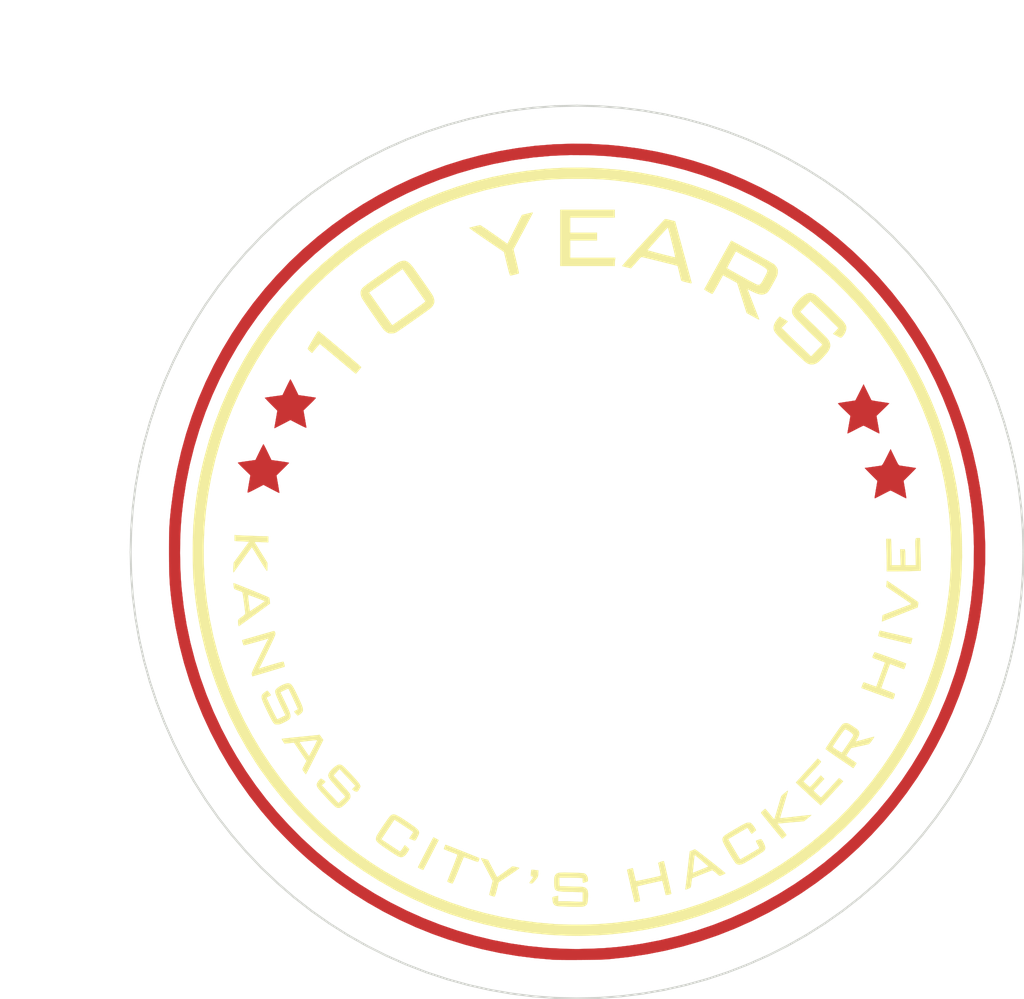
<source format=kicad_pcb>

(kicad_pcb (version 4) (host pcbnew 4.0.7)

	(general
		(links 0)
		(no_connects 0)
		(area 77.052499 41.877835 92.193313 53.630501)
		(thickness 1.6)
		(drawings 8)
		(tracks 0)
		(zones 0)
		(modules 1)
		(nets 1)
	)

	(page A4)
	(layers
		(0 F.Cu signal)
		(31 B.Cu signal)
		(32 B.Adhes user)
		(33 F.Adhes user)
		(34 B.Paste user)
		(35 F.Paste user)
		(36 B.SilkS user)
		(37 F.SilkS user)
		(38 B.Mask user)
		(39 F.Mask user)
		(40 Dwgs.User user)
		(41 Cmts.User user)
		(42 Eco1.User user)
		(43 Eco2.User user)
		(44 Edge.Cuts user)
		(45 Margin user)
		(46 B.CrtYd user)
		(47 F.CrtYd user)
		(48 B.Fab user)
		(49 F.Fab user)
	)

	(setup
		(last_trace_width 0.25)
		(trace_clearance 0.2)
		(zone_clearance 0.508)
		(zone_45_only no)
		(trace_min 0.2)
		(segment_width 0.2)
		(edge_width 0.15)
		(via_size 0.6)
		(via_drill 0.4)
		(via_min_size 0.4)
		(via_min_drill 0.3)
		(uvia_size 0.3)
		(uvia_drill 0.1)
		(uvias_allowed no)
		(uvia_min_size 0.2)
		(uvia_min_drill 0.1)
		(pcb_text_width 0.3)
		(pcb_text_size 1.5 1.5)
		(mod_edge_width 0.15)
		(mod_text_size 1 1)
		(mod_text_width 0.15)
		(pad_size 1.524 1.524)
		(pad_drill 0.762)
		(pad_to_mask_clearance 0.2)
		(aux_axis_origin 0 0)
		(visible_elements FFFFFF7F)
		(pcbplotparams
			(layerselection 0x010f0_80000001)
			(usegerberextensions false)
			(excludeedgelayer true)
			(linewidth 0.100000)
			(plotframeref false)
			(viasonmask false)
			(mode 1)
			(useauxorigin false)
			(hpglpennumber 1)
			(hpglpenspeed 20)
			(hpglpendiameter 15)
			(hpglpenoverlay 2)
			(psnegative false)
			(psa4output false)
			(plotreference true)
			(plotvalue true)
			(plotinvisibletext false)
			(padsonsilk false)
			(subtractmaskfromsilk false)
			(outputformat 1)
			(mirror false)
			(drillshape 1)
			(scaleselection 1)
			(outputdirectory gerbers/))
	)

	(net 0 "")

	(net_class Default "This is the default net class."
		(clearance 0.2)
		(trace_width 0.25)
		(via_dia 0.6)
		(via_drill 0.4)
		(uvia_dia 0.3)
		(uvia_drill 0.1)
	)
(module LOGO (layer F.Cu)
  (at 0 0)
 (fp_text reference "G***" (at 0 0) (layer F.SilkS) hide
  (effects (font (thickness 0.3)))
  )
  (fp_text value "LOGO" (at 0.75 0) (layer F.SilkS) hide
  (effects (font (thickness 0.3)))
  )
)
(module LOGO (layer F.Cu)
  (at 0 0)
 (fp_text reference "G***" (at 0 0) (layer F.SilkS) hide
  (effects (font (thickness 0.3)))
  )
  (fp_text value "LOGO" (at 0.75 0) (layer F.SilkS) hide
  (effects (font (thickness 0.3)))
  )
  (fp_poly (pts (xy 25.460174 14.082527) (xy 25.507390 14.102926) (xy 25.578521 14.137508) (xy 25.674425 14.186751) (xy 25.795961 14.251134) (xy 25.943985 14.331133) (xy 26.119356 14.427228) (xy 26.322931 14.539895)
     (xy 26.555568 14.669613) (xy 26.818124 14.816860) (xy 27.111457 14.982113) (xy 27.436425 15.165851) (xy 27.793885 15.368552) (xy 28.184695 15.590692) (xy 28.609713 15.832751) (xy 29.069796 16.095207)
     (xy 29.464000 16.320357) (xy 30.067729 16.665625) (xy 30.641815 16.994512) (xy 31.185838 17.306771) (xy 31.699374 17.602155) (xy 32.182004 17.880416) (xy 32.633304 18.141307) (xy 33.052854 18.384582)
     (xy 33.440232 18.609992) (xy 33.795016 18.817292) (xy 34.116785 19.006233) (xy 34.405116 19.176569) (xy 34.659589 19.328053) (xy 34.879781 19.460437) (xy 35.065272 19.573474) (xy 35.215639 19.666918)
     (xy 35.330461 19.740520) (xy 35.409315 19.794034) (xy 35.451782 19.827213) (xy 35.457699 19.833604) (xy 35.484224 19.885267) (xy 35.508086 19.958418) (xy 35.517885 20.002937) (xy 35.526132 20.067780)
     (xy 35.533740 20.165131) (xy 35.540714 20.295582) (xy 35.547060 20.459725) (xy 35.552783 20.658155) (xy 35.557887 20.891464) (xy 35.562378 21.160243) (xy 35.566262 21.465088) (xy 35.569544 21.806589)
     (xy 35.572228 22.185341) (xy 35.574321 22.601936) (xy 35.575827 23.056967) (xy 35.576751 23.551026) (xy 35.577100 24.084707) (xy 35.576877 24.658602) (xy 35.576089 25.273305) (xy 35.574740 25.929407)
     (xy 35.573727 26.320750) (xy 35.572073 26.883923) (xy 35.570334 27.406208) (xy 35.568489 27.889050) (xy 35.566518 28.333892) (xy 35.564400 28.742181) (xy 35.562114 29.115361) (xy 35.559640 29.454877)
     (xy 35.556958 29.762174) (xy 35.554046 30.038696) (xy 35.550885 30.285889) (xy 35.547453 30.505197) (xy 35.543731 30.698066) (xy 35.539697 30.865940) (xy 35.535331 31.010263) (xy 35.530613 31.132482)
     (xy 35.525521 31.234040) (xy 35.520036 31.316383) (xy 35.514137 31.380956) (xy 35.507803 31.429203) (xy 35.501014 31.462569) (xy 35.500559 31.464250) (xy 35.487624 31.492940) (xy 35.461261 31.524015)
     (xy 35.416180 31.561696) (xy 35.347089 31.610206) (xy 35.248698 31.673765) (xy 35.198718 31.705119) (xy 35.073407 31.782624) (xy 34.926951 31.871947) (xy 34.758392 31.973650) (xy 34.566768 32.088291)
     (xy 34.351122 32.216432) (xy 34.110494 32.358633) (xy 33.843925 32.515454) (xy 33.550454 32.687455) (xy 33.229124 32.875197) (xy 32.878973 33.079239) (xy 32.499044 33.300143) (xy 32.088377 33.538468)
     (xy 31.646012 33.794775) (xy 31.170991 34.069624) (xy 30.662352 34.363575) (xy 30.119139 34.677188) (xy 29.540390 35.011024) (xy 29.358167 35.116082) (xy 28.953956 35.349077) (xy 28.584644 35.561883)
     (xy 28.248461 35.755476) (xy 27.943641 35.930828) (xy 27.668417 36.088914) (xy 27.421022 36.230708) (xy 27.199688 36.357182) (xy 27.002648 36.469311) (xy 26.828135 36.568069) (xy 26.674381 36.654429)
     (xy 26.539620 36.729365) (xy 26.422084 36.793852) (xy 26.320006 36.848862) (xy 26.231619 36.895369) (xy 26.155155 36.934348) (xy 26.088848 36.966772) (xy 26.030929 36.993614) (xy 25.979633 37.015849)
     (xy 25.933191 37.034451) (xy 25.889836 37.050393) (xy 25.847802 37.064648) (xy 25.805320 37.078192) (xy 25.786945 37.083894) (xy 25.670543 37.114445) (xy 25.579477 37.124139) (xy 25.502342 37.113152)
     (xy 25.442334 37.089259) (xy 25.405393 37.066741) (xy 25.375288 37.035539) (xy 25.346225 36.986808) (xy 25.312413 36.911698) (xy 25.289882 36.856412) (xy 25.250719 36.755463) (xy 25.200561 36.621297)
     (xy 25.141060 36.458673) (xy 25.073868 36.272349) (xy 25.000639 36.067086) (xy 24.923023 35.847642) (xy 24.842673 35.618778) (xy 24.761242 35.385252) (xy 24.680382 35.151824) (xy 24.601745 34.923254)
     (xy 24.526983 34.704301) (xy 24.457749 34.499724) (xy 24.395695 34.314283) (xy 24.342472 34.152738) (xy 24.299734 34.019846) (xy 24.269133 33.920370) (xy 24.261662 33.894562) (xy 24.241682 33.821701)
     (xy 24.233459 33.769735) (xy 24.241903 33.731202) (xy 24.271924 33.698641) (xy 24.328432 33.664590) (xy 24.416337 33.621589) (xy 24.452616 33.604380) (xy 24.558668 33.546965) (xy 24.628353 33.490316)
     (xy 24.667069 33.428300) (xy 24.680216 33.354788) (xy 24.680334 33.345834) (xy 24.692130 33.299995) (xy 24.730958 33.246206) (xy 24.786167 33.191268) (xy 24.850458 33.124519) (xy 24.886197 33.070120)
     (xy 24.892000 33.046890) (xy 24.912021 32.995187) (xy 24.969610 32.955228) (xy 25.061056 32.929363) (xy 25.082500 32.926164) (xy 25.126950 32.922447) (xy 25.207728 32.917829) (xy 25.318846 32.912567)
     (xy 25.454312 32.906917) (xy 25.608139 32.901139) (xy 25.774336 32.895488) (xy 25.855084 32.892948) (xy 26.030816 32.886733) (xy 26.213528 32.878779) (xy 26.397457 32.869468) (xy 26.576840 32.859182)
     (xy 26.745914 32.848305) (xy 26.898918 32.837220) (xy 27.030089 32.826308) (xy 27.133664 32.815953) (xy 27.203880 32.806537) (xy 27.226270 32.801876) (xy 27.215278 32.789030) (xy 27.174569 32.756202)
     (xy 27.109363 32.707317) (xy 27.024879 32.646302) (xy 26.940520 32.586937) (xy 26.676451 32.402483) (xy 26.425974 32.226226) (xy 26.191320 32.059792) (xy 25.974718 31.904808) (xy 25.778396 31.762901)
     (xy 25.604584 31.635699) (xy 25.455512 31.524827) (xy 25.333408 31.431914) (xy 25.240501 31.358587) (xy 25.179022 31.306472) (xy 25.158111 31.286021) (xy 25.131440 31.252149) (xy 25.133862 31.227358)
     (xy 25.157568 31.198578) (xy 25.204940 31.160780) (xy 25.280716 31.115652) (xy 25.372987 31.068792) (xy 25.469848 31.025800) (xy 25.559391 30.992274) (xy 25.629709 30.973814) (xy 25.637995 30.972675)
     (xy 25.679160 30.970028) (xy 25.720744 30.973110) (xy 25.767755 30.984047) (xy 25.825202 31.004962) (xy 25.898094 31.037979) (xy 25.991440 31.085224) (xy 26.110248 31.148819) (xy 26.259527 31.230889)
     (xy 26.300813 31.253776) (xy 26.547900 31.385300) (xy 26.797558 31.507739) (xy 27.038903 31.616053) (xy 27.261056 31.705200) (xy 27.326167 31.728804) (xy 27.463750 31.777185) (xy 27.770667 31.623356)
     (xy 27.943726 31.534573) (xy 28.082001 31.456754) (xy 28.189645 31.384252) (xy 28.270811 31.311415) (xy 28.329653 31.232595) (xy 28.370322 31.142142) (xy 28.396972 31.034406) (xy 28.413756 30.903737)
     (xy 28.424827 30.744486) (xy 28.425472 30.732562) (xy 28.434424 30.597006) (xy 28.446623 30.497019) (xy 28.465034 30.425840) (xy 28.492624 30.376707) (xy 28.532358 30.342856) (xy 28.587204 30.317527)
     (xy 28.611175 30.309206) (xy 28.666300 30.281652) (xy 28.699586 30.238392) (xy 28.713281 30.172404) (xy 28.709634 30.076662) (xy 28.702981 30.022337) (xy 28.692419 29.913489) (xy 28.698149 29.835917)
     (xy 28.723114 29.780724) (xy 28.770257 29.739013) (xy 28.802810 29.720563) (xy 28.861189 29.680121) (xy 28.904737 29.631439) (xy 28.911312 29.619466) (xy 28.928681 29.561477) (xy 28.944968 29.471112)
     (xy 28.959039 29.358327) (xy 28.969764 29.233078) (xy 28.976010 29.105324) (xy 28.977115 29.040667) (xy 28.979836 28.959587) (xy 28.986363 28.893182) (xy 28.995350 28.854518) (xy 28.996490 28.852425)
     (xy 29.013387 28.839164) (xy 29.048036 28.832178) (xy 29.107823 28.830999) (xy 29.200135 28.835155) (xy 29.234291 28.837308) (xy 29.367380 28.842791) (xy 29.475141 28.837212) (xy 29.568292 28.816925)
     (xy 29.657551 28.778282) (xy 29.753637 28.717633) (xy 29.867270 28.631330) (xy 29.887827 28.614872) (xy 29.967019 28.550872) (xy 30.032675 28.497240) (xy 30.078604 28.459075) (xy 30.098616 28.441476)
     (xy 30.099000 28.440920) (xy 30.092538 28.420638) (xy 30.074074 28.364362) (xy 30.044986 28.276260) (xy 30.006658 28.160499) (xy 29.960468 28.021248) (xy 29.907799 27.862674) (xy 29.850030 27.688945)
     (xy 29.817253 27.590456) (xy 29.535506 26.744084) (xy 29.626845 26.458334) (xy 29.672245 26.311340) (xy 29.709320 26.178190) (xy 29.741944 26.043344) (xy 29.773990 25.891264) (xy 29.794244 25.786903)
     (xy 29.817962 25.739828) (xy 29.842270 25.718962) (xy 29.874663 25.715731) (xy 29.945916 25.718617) (xy 30.053053 25.727261) (xy 30.193098 25.741307) (xy 30.363076 25.760398) (xy 30.560009 25.784176)
     (xy 30.780923 25.812285) (xy 31.022842 25.844368) (xy 31.282790 25.880067) (xy 31.557790 25.919026) (xy 31.784009 25.951915) (xy 31.941601 25.975074) (xy 32.089327 25.996771) (xy 32.220877 26.016080)
     (xy 32.329937 26.032074) (xy 32.410197 26.043827) (xy 32.455344 26.050413) (xy 32.457085 26.050665) (xy 32.539754 26.062624) (xy 32.527852 25.989284) (xy 32.492400 25.868986) (xy 32.430363 25.753368)
     (xy 32.351271 25.659410) (xy 32.334667 25.645055) (xy 32.281200 25.604611) (xy 32.220240 25.564973) (xy 32.148082 25.524562) (xy 32.061021 25.481800) (xy 31.955352 25.435107) (xy 31.827369 25.382906)
     (xy 31.673365 25.323617) (xy 31.489638 25.255662) (xy 31.272479 25.177463) (xy 31.062084 25.102903) (xy 30.839714 25.022353) (xy 30.640726 24.945906) (xy 30.468179 24.874911) (xy 30.325128 24.810718)
     (xy 30.214630 24.754675) (xy 30.139743 24.708132) (xy 30.111411 24.683386) (xy 30.100348 24.667589) (xy 30.088849 24.643476) (xy 30.076464 24.608683) (xy 30.062745 24.560842) (xy 30.047242 24.497588)
     (xy 30.029507 24.416554) (xy 30.009092 24.315375) (xy 29.985547 24.191684) (xy 29.958423 24.043115) (xy 29.927272 23.867303) (xy 29.891645 23.661881) (xy 29.851094 23.424483) (xy 29.805168 23.152743)
     (xy 29.753421 22.844294) (xy 29.695401 22.496772) (xy 29.686373 22.442586) (xy 29.627086 22.088045) (xy 29.573828 21.772681) (xy 29.526085 21.493844) (xy 29.483346 21.248886) (xy 29.445099 21.035158)
     (xy 29.410830 20.850012) (xy 29.380027 20.690799) (xy 29.352179 20.554870) (xy 29.326773 20.439576) (xy 29.303297 20.342270) (xy 29.281237 20.260301) (xy 29.260083 20.191022) (xy 29.239502 20.132265)
     (xy 29.195337 20.029564) (xy 29.137639 19.916982) (xy 29.070850 19.801118) (xy 28.999411 19.688569) (xy 28.927764 19.585936) (xy 28.860350 19.499816) (xy 28.801611 19.436810) (xy 28.755988 19.403515)
     (xy 28.747022 19.400579) (xy 28.673341 19.389236) (xy 28.558950 19.377071) (xy 28.405461 19.364202) (xy 28.214486 19.350746) (xy 27.987640 19.336823) (xy 27.726533 19.322550) (xy 27.575526 19.314918)
     (xy 27.298514 19.300656) (xy 27.060161 19.286994) (xy 26.856802 19.273649) (xy 26.684772 19.260337) (xy 26.540407 19.246775) (xy 26.420040 19.232680) (xy 26.320750 19.217893) (xy 26.208587 19.194768)
     (xy 26.063705 19.157641) (xy 25.884832 19.106128) (xy 25.670694 19.039848) (xy 25.420019 18.958417) (xy 25.131534 18.861452) (xy 25.100221 18.850772) (xy 24.521584 18.653168) (xy 23.812500 18.691363)
     (xy 23.533015 18.707024) (xy 23.292496 18.722033) (xy 23.087591 18.736919) (xy 22.914948 18.752211) (xy 22.771215 18.768437) (xy 22.653042 18.786127) (xy 22.557077 18.805809) (xy 22.479969 18.828014)
     (xy 22.418365 18.853269) (xy 22.368915 18.882105) (xy 22.328267 18.915049) (xy 22.315473 18.927675) (xy 22.281402 18.968516) (xy 22.244627 19.024320) (xy 22.204287 19.097292) (xy 22.159521 19.189637)
     (xy 22.109467 19.303559) (xy 22.053264 19.441265) (xy 21.990050 19.604959) (xy 21.918965 19.796845) (xy 21.839148 20.019129) (xy 21.749736 20.274016) (xy 21.649869 20.563710) (xy 21.538685 20.890417)
     (xy 21.473976 21.082000) (xy 21.357633 21.426116) (xy 21.253322 21.732099) (xy 21.160195 22.002141) (xy 21.077403 22.238435) (xy 21.004096 22.443172) (xy 20.939426 22.618547) (xy 20.882543 22.766750)
     (xy 20.832599 22.889975) (xy 20.788744 22.990413) (xy 20.750129 23.070259) (xy 20.715905 23.131703) (xy 20.685223 23.176939) (xy 20.657235 23.208158) (xy 20.647312 23.216659) (xy 20.617166 23.235836)
     (xy 20.574229 23.254486) (xy 20.514417 23.273541) (xy 20.433646 23.293933) (xy 20.327832 23.316597) (xy 20.192891 23.342464) (xy 20.024739 23.372468) (xy 19.819292 23.407542) (xy 19.790834 23.412321)
     (xy 19.548521 23.454130) (xy 19.344860 23.492431) (xy 19.176464 23.528722) (xy 19.039949 23.564501) (xy 18.931929 23.601263) (xy 18.849019 23.640508) (xy 18.787834 23.683731) (xy 18.744987 23.732430)
     (xy 18.717094 23.788102) (xy 18.700770 23.852245) (xy 18.694967 23.896990) (xy 18.694023 23.995019) (xy 18.716804 24.063137) (xy 18.768385 24.109435) (xy 18.847486 24.140242) (xy 18.890928 24.149683)
     (xy 18.970967 24.164238) (xy 19.082284 24.183089) (xy 19.219560 24.205417) (xy 19.377476 24.230405) (xy 19.550715 24.257235) (xy 19.733956 24.285089) (xy 19.921881 24.313148) (xy 20.109172 24.340595)
     (xy 20.290509 24.366612) (xy 20.460574 24.390381) (xy 20.573965 24.405764) (xy 20.656298 24.417563) (xy 20.720975 24.428339) (xy 20.757774 24.436328) (xy 20.762332 24.438276) (xy 20.765504 24.460966)
     (xy 20.769688 24.519822) (xy 20.774564 24.608699) (xy 20.779807 24.721452) (xy 20.785095 24.851933) (xy 20.787520 24.918089) (xy 20.796278 25.135939) (xy 20.806432 25.320888) (xy 20.819053 25.482369)
     (xy 20.835208 25.629813) (xy 20.855966 25.772651) (xy 20.882395 25.920315) (xy 20.915564 26.082237) (xy 20.923645 26.119667) (xy 20.958264 26.281197) (xy 20.983805 26.408076) (xy 21.000892 26.506858)
     (xy 21.010146 26.584101) (xy 21.012190 26.646359) (xy 21.007646 26.700188) (xy 20.997136 26.752143) (xy 20.987170 26.788815) (xy 20.948734 26.898511) (xy 20.896073 27.016609) (xy 20.833968 27.135191)
     (xy 20.767198 27.246337) (xy 20.700544 27.342129) (xy 20.638786 27.414647) (xy 20.586703 27.455972) (xy 20.583546 27.457491) (xy 20.555546 27.465387) (xy 20.521123 27.464175) (xy 20.476775 27.451980)
     (xy 20.419000 27.426927) (xy 20.344298 27.387141) (xy 20.249168 27.330748) (xy 20.130108 27.255873) (xy 19.983617 27.160640) (xy 19.806195 27.043176) (xy 19.791302 27.033256) (xy 19.591607 26.901255)
     (xy 19.424140 26.792921) (xy 19.286870 26.707053) (xy 19.177768 26.642447) (xy 19.094804 26.597900) (xy 19.035948 26.572209) (xy 18.999798 26.564167) (xy 18.988698 26.567098) (xy 18.977977 26.578202)
     (xy 18.966881 26.600947) (xy 18.954654 26.638802) (xy 18.940540 26.695235) (xy 18.923784 26.773714) (xy 18.903630 26.877707) (xy 18.879323 27.010682) (xy 18.850107 27.176107) (xy 18.815226 27.377450)
     (xy 18.787686 27.537820) (xy 18.658417 28.292208) (xy 17.832917 29.085936) (xy 17.535016 29.371869) (xy 17.265675 29.629256) (xy 17.023426 29.859392) (xy 16.806800 30.063570) (xy 16.614329 30.243083)
     (xy 16.444545 30.399225) (xy 16.295978 30.533290) (xy 16.167160 30.646572) (xy 16.056622 30.740364) (xy 15.962897 30.815960) (xy 15.884515 30.874653) (xy 15.820008 30.917738) (xy 15.767908 30.946507)
     (xy 15.726745 30.962255) (xy 15.698278 30.966369) (xy 15.622151 30.953586) (xy 15.537348 30.921692) (xy 15.462869 30.878997) (xy 15.427885 30.848115) (xy 15.414242 30.830871) (xy 15.401629 30.811060)
     (xy 15.390004 30.787039) (xy 15.379329 30.757166) (xy 15.369563 30.719798) (xy 15.360666 30.673295) (xy 15.352598 30.616013) (xy 15.345319 30.546310) (xy 15.338788 30.462546) (xy 15.332966 30.363076)
     (xy 15.327812 30.246260) (xy 15.323287 30.110455) (xy 15.319350 29.954020) (xy 15.315961 29.775311) (xy 15.313081 29.572688) (xy 15.310669 29.344507) (xy 15.308684 29.089128) (xy 15.307088 28.804907)
     (xy 15.305839 28.490203) (xy 15.304899 28.143373) (xy 15.304226 27.762776) (xy 15.303780 27.346769) (xy 15.303522 26.893711) (xy 15.303412 26.401958) (xy 15.303408 25.869870) (xy 15.303418 25.749250)
     (xy 15.303672 25.075368) (xy 15.304310 24.441924) (xy 15.305329 23.849038) (xy 15.306729 23.296832) (xy 15.308508 22.785429) (xy 15.310667 22.314950) (xy 15.313202 21.885517) (xy 15.316114 21.497252)
     (xy 15.319402 21.150278) (xy 15.323063 20.844714) (xy 15.327097 20.580685) (xy 15.331504 20.358310) (xy 15.336281 20.177713) (xy 15.341429 20.039016) (xy 15.346944 19.942339) (xy 15.352828 19.887805)
     (xy 15.356222 19.875815) (xy 15.381455 19.854094) (xy 15.442168 19.812256) (xy 15.537028 19.751083) (xy 15.664700 19.671356) (xy 15.823849 19.573856) (xy 16.013141 19.459366) (xy 16.231241 19.328666)
     (xy 16.476816 19.182538) (xy 16.748530 19.021762) (xy 17.045048 18.847122) (xy 17.365037 18.659397) (xy 17.707162 18.459370) (xy 18.070088 18.247822) (xy 18.452481 18.025533) (xy 18.853006 17.793287)
     (xy 19.270329 17.551863) (xy 19.703115 17.302044) (xy 20.150030 17.044611) (xy 20.609739 16.780344) (xy 21.080908 16.510027) (xy 21.562202 16.234439) (xy 22.052286 15.954363) (xy 22.098000 15.928266)
     (xy 22.543413 15.674213) (xy 22.953123 15.440950) (xy 23.328019 15.227984) (xy 23.668990 15.034822) (xy 23.976927 14.860969) (xy 24.252719 14.705933) (xy 24.497255 14.569219) (xy 24.711426 14.450333)
     (xy 24.896121 14.348783) (xy 25.052230 14.264073) (xy 25.180642 14.195711) (xy 25.282248 14.143203) (xy 25.357936 14.106054) (xy 25.408597 14.083772) (xy 25.435120 14.075862) (xy 25.436017 14.075834)
     (xy 25.460174 14.082527) )(layer B.Mask) (width  0.010000)
  )
)
(module LOGO (layer F.Cu)
  (at 0 0)
 (fp_text reference "G***" (at 0 0) (layer F.SilkS) hide
  (effects (font (thickness 0.3)))
  )
  (fp_text value "LOGO" (at 0.75 0) (layer F.SilkS) hide
  (effects (font (thickness 0.3)))
  )
)
(module LOGO (layer F.Cu)
  (at 0 0)
 (fp_text reference "G***" (at 0 0) (layer F.SilkS) hide
  (effects (font (thickness 0.3)))
  )
  (fp_text value "LOGO" (at 0.75 0) (layer F.SilkS) hide
  (effects (font (thickness 0.3)))
  )
  (fp_poly (pts (xy 26.102171 5.626179) (xy 27.005436 5.678051) (xy 27.527250 5.727196) (xy 28.440109 5.846547) (xy 29.342305 6.006373) (xy 30.232664 6.206042) (xy 31.110012 6.444921) (xy 31.973176 6.722377)
     (xy 32.820981 7.037776) (xy 33.652254 7.390487) (xy 34.465821 7.779876) (xy 35.260509 8.205310) (xy 36.035143 8.666157) (xy 36.788549 9.161783) (xy 37.519554 9.691555) (xy 38.226985 10.254841)
     (xy 38.909666 10.851008) (xy 39.566424 11.479422) (xy 40.196087 12.139451) (xy 40.797478 12.830462) (xy 40.874880 12.924190) (xy 41.440611 13.646762) (xy 41.971876 14.393543) (xy 42.467957 15.163192)
     (xy 42.928138 15.954363) (xy 43.351704 16.765715) (xy 43.737938 17.595904) (xy 44.086123 18.443586) (xy 44.395544 19.307419) (xy 44.567491 19.850144) (xy 44.812287 20.735650) (xy 45.015628 21.628428)
     (xy 45.177497 22.527154) (xy 45.297878 23.430503) (xy 45.376754 24.337153) (xy 45.414109 25.245779) (xy 45.409927 26.155057) (xy 45.364190 27.063664) (xy 45.276884 27.970276) (xy 45.147991 28.873568)
     (xy 44.977495 29.772218) (xy 44.765380 30.664901) (xy 44.704264 30.892750) (xy 44.441971 31.769055) (xy 44.141256 32.628600) (xy 43.803014 33.470318) (xy 43.428137 34.293143) (xy 43.017522 35.096009)
     (xy 42.572063 35.877849) (xy 42.092653 36.637598) (xy 41.580187 37.374187) (xy 41.035561 38.086552) (xy 40.459667 38.773625) (xy 39.853402 39.434341) (xy 39.217659 40.067633) (xy 38.553332 40.672434)
     (xy 37.861317 41.247679) (xy 37.142507 41.792300) (xy 36.397797 42.305232) (xy 35.628082 42.785407) (xy 34.834256 43.231761) (xy 34.017214 43.643225) (xy 34.004250 43.649380) (xy 33.178095 44.019165)
     (xy 32.341949 44.349257) (xy 31.494283 44.640061) (xy 30.633566 44.891981) (xy 29.758270 45.105421) (xy 28.866863 45.280787) (xy 27.957818 45.418484) (xy 27.029603 45.518914) (xy 26.892250 45.530495)
     (xy 26.795034 45.536512) (xy 26.661301 45.542009) (xy 26.496865 45.546943) (xy 26.307541 45.551272) (xy 26.099142 45.554954) (xy 25.877482 45.557947) (xy 25.648376 45.560208) (xy 25.417637 45.561695)
     (xy 25.191079 45.562366) (xy 24.974516 45.562179) (xy 24.773762 45.561091) (xy 24.594632 45.559060) (xy 24.442939 45.556045) (xy 24.324497 45.552001) (xy 24.278167 45.549491) (xy 23.381330 45.473495)
     (xy 22.506132 45.363149) (xy 21.648233 45.217525) (xy 20.803292 45.035696) (xy 19.966968 44.816735) (xy 19.134920 44.559716) (xy 18.362084 44.286070) (xy 17.546129 43.957597) (xy 16.740508 43.589488)
     (xy 15.948341 43.183676) (xy 15.172746 42.742094) (xy 14.416845 42.266674) (xy 13.683755 41.759349) (xy 12.976597 41.222053) (xy 12.298491 40.656718) (xy 11.847245 40.249508) (xy 11.723645 40.132311)
     (xy 11.580937 39.993753) (xy 11.425357 39.840153) (xy 11.263142 39.677826) (xy 11.100528 39.513090) (xy 10.943751 39.352261) (xy 10.799046 39.201658) (xy 10.672649 39.067597) (xy 10.571564 38.957250)
     (xy 9.973562 38.258680) (xy 9.409931 37.536059) (xy 8.881254 36.790639) (xy 8.388115 36.023674) (xy 7.931098 35.236416) (xy 7.510787 34.430117) (xy 7.127766 33.606028) (xy 6.782618 32.765404)
     (xy 6.475928 31.909495) (xy 6.208279 31.039555) (xy 5.980255 30.156835) (xy 5.792441 29.262589) (xy 5.652097 28.405667) (xy 5.612318 28.116094) (xy 5.578569 27.849651) (xy 5.550399 27.599327)
     (xy 5.527360 27.358111) (xy 5.509002 27.118990) (xy 5.494875 26.874954) (xy 5.484529 26.618991) (xy 5.477516 26.344089) (xy 5.473385 26.043237) (xy 5.471687 25.709423) (xy 5.471638 25.651711)
     (xy 6.007654 25.651711) (xy 6.019248 26.288220) (xy 6.049760 26.917772) (xy 6.087004 27.400250) (xy 6.187955 28.280183) (xy 6.330536 29.156293) (xy 6.514083 30.026555) (xy 6.737932 30.888944)
     (xy 7.001419 31.741437) (xy 7.303879 32.582007) (xy 7.644648 33.408632) (xy 8.023062 34.219286) (xy 8.438456 35.011944) (xy 8.777834 35.600013) (xy 9.233384 36.323208) (xy 9.713913 37.017246)
     (xy 10.222661 37.686177) (xy 10.762867 38.334050) (xy 11.337770 38.964914) (xy 11.950608 39.582819) (xy 12.006725 39.636963) (xy 12.664688 40.240393) (xy 13.348801 40.811170) (xy 14.057547 41.348660)
     (xy 14.789412 41.852227) (xy 15.542878 42.321237) (xy 16.316430 42.755057) (xy 17.108551 43.153051) (xy 17.917726 43.514586) (xy 18.742439 43.839028) (xy 19.581174 44.125741) (xy 20.432414 44.374091)
     (xy 21.294644 44.583445) (xy 22.166348 44.753168) (xy 23.046009 44.882625) (xy 23.932113 44.971183) (xy 24.823141 45.018206) (xy 24.870834 45.019537) (xy 25.026529 45.023311) (xy 25.176010 45.026243)
     (xy 25.311595 45.028235) (xy 25.425605 45.029190) (xy 25.510358 45.029010) (xy 25.548167 45.028157) (xy 25.611479 45.025895) (xy 25.708282 45.022926) (xy 25.829746 45.019497) (xy 25.967040 45.015855)
     (xy 26.111331 45.012249) (xy 26.140834 45.011540) (xy 26.730311 44.985723) (xy 27.343198 44.936395) (xy 27.968453 44.864645) (xy 28.595033 44.771565) (xy 28.627917 44.766083) (xy 29.517885 44.595646)
     (xy 30.395226 44.385191) (xy 31.258762 44.135421) (xy 32.107313 43.847040) (xy 32.939700 43.520754) (xy 33.754745 43.157266) (xy 34.551267 42.757280) (xy 35.328089 42.321501) (xy 36.084030 41.850634)
     (xy 36.817913 41.345382) (xy 37.528557 40.806449) (xy 38.214785 40.234541) (xy 38.875416 39.630361) (xy 39.509272 38.994614) (xy 40.115174 38.328003) (xy 40.691942 37.631234) (xy 40.797166 37.496750)
     (xy 41.328842 36.776719) (xy 41.827680 36.030731) (xy 42.292464 35.260975) (xy 42.721975 34.469641) (xy 43.114998 33.658920) (xy 43.470313 32.831001) (xy 43.652844 32.359388) (xy 43.946704 31.509181)
     (xy 44.200317 30.646950) (xy 44.413482 29.774387) (xy 44.586001 28.893183) (xy 44.717674 28.005029) (xy 44.808304 27.111618) (xy 44.857692 26.214641) (xy 44.865638 25.315790) (xy 44.831944 24.416756)
     (xy 44.756411 23.519230) (xy 44.724400 23.241000) (xy 44.594257 22.350531) (xy 44.423024 21.467393) (xy 44.211333 20.593487) (xy 43.959817 19.730720) (xy 43.669108 18.880994) (xy 43.339838 18.046213)
     (xy 42.972639 17.228282) (xy 42.568143 16.429104) (xy 42.304206 15.953108) (xy 41.835816 15.178149) (xy 41.335050 14.429694) (xy 40.803036 13.708491) (xy 40.240903 13.015292) (xy 39.649779 12.350847)
     (xy 39.030794 11.715906) (xy 38.385075 11.111219) (xy 37.713753 10.537536) (xy 37.017955 9.995607) (xy 36.298811 9.486183) (xy 35.557450 9.010014) (xy 34.794999 8.567850) (xy 34.012589 8.160442)
     (xy 33.211348 7.788538) (xy 32.392404 7.452890) (xy 31.556886 7.154248) (xy 30.705924 6.893362) (xy 29.840646 6.670983) (xy 28.962181 6.487859) (xy 28.071658 6.344742) (xy 27.791834 6.308434)
     (xy 26.891086 6.219206) (xy 25.991726 6.172273) (xy 25.093431 6.167641) (xy 24.195876 6.205318) (xy 23.298740 6.285311) (xy 22.401699 6.407627) (xy 22.235584 6.434921) (xy 21.342371 6.606814)
     (xy 20.462079 6.818746) (xy 19.595805 7.070146) (xy 18.744643 7.360442) (xy 17.909690 7.689064) (xy 17.092042 8.055442) (xy 16.292793 8.459003) (xy 15.513040 8.899177) (xy 14.753878 9.375393)
     (xy 14.016402 9.887080) (xy 13.301710 10.433667) (xy 12.610895 11.014584) (xy 11.945054 11.629258) (xy 11.588164 11.983262) (xy 10.965270 12.646945) (xy 10.376619 13.335118) (xy 9.822709 14.046706)
     (xy 9.304042 14.780635) (xy 8.821116 15.535831) (xy 8.374432 16.311217) (xy 7.964489 17.105721) (xy 7.591788 17.918267) (xy 7.256827 18.747780) (xy 6.960108 19.593186) (xy 6.702129 20.453410)
     (xy 6.483391 21.327378) (xy 6.304393 22.214015) (xy 6.165635 23.112246) (xy 6.086395 23.812500) (xy 6.041225 24.402645) (xy 6.014979 25.019450) (xy 6.007654 25.651711) (xy 5.471638 25.651711)
     (xy 5.471584 25.590500) (xy 5.471914 25.309975) (xy 5.473114 25.065334) (xy 5.475493 24.850130) (xy 5.479363 24.657918) (xy 5.485036 24.482250) (xy 5.492822 24.316682) (xy 5.503033 24.154767)
     (xy 5.515980 23.990059) (xy 5.531974 23.816111) (xy 5.551326 23.626479) (xy 5.574347 23.414715) (xy 5.578366 23.378584) (xy 5.700876 22.468438) (xy 5.863899 21.569333) (xy 6.066795 20.682390)
     (xy 6.308922 19.808731) (xy 6.589638 18.949478) (xy 6.908303 18.105754) (xy 7.264274 17.278679) (xy 7.656910 16.469376) (xy 8.085570 15.678968) (xy 8.549613 14.908575) (xy 9.048397 14.159321)
     (xy 9.581280 13.432327) (xy 10.147622 12.728715) (xy 10.746781 12.049608) (xy 11.378115 11.396126) (xy 12.040983 10.769393) (xy 12.734744 10.170530) (xy 13.451417 9.606174) (xy 14.188871 9.078040)
     (xy 14.948086 8.585622) (xy 15.727532 8.129341) (xy 16.525679 7.709621) (xy 17.340999 7.326882) (xy 18.171962 6.981545) (xy 19.017038 6.674032) (xy 19.874697 6.404765) (xy 20.743410 6.174165)
     (xy 21.621648 5.982654) (xy 22.507881 5.830653) (xy 23.400579 5.718583) (xy 24.298213 5.646867) (xy 25.199254 5.615925) (xy 26.102171 5.626179) )(layer F.Cu) (width  0.010000)
  )
  (fp_poly (pts (xy 40.977144 20.959378) (xy 41.041905 21.092007) (xy 41.091592 21.191422) (xy 41.129392 21.262601) (xy 41.158493 21.310522) (xy 41.182083 21.340162) (xy 41.203349 21.356499) (xy 41.225481 21.364512)
     (xy 41.238200 21.367008) (xy 41.281745 21.373972) (xy 41.358558 21.385805) (xy 41.460025 21.401198) (xy 41.577533 21.418844) (xy 41.665321 21.431923) (xy 41.783186 21.449728) (xy 41.885514 21.465762)
     (xy 41.965366 21.478891) (xy 42.015800 21.487979) (xy 42.030297 21.491574) (xy 42.017937 21.507678) (xy 41.979744 21.548989) (xy 41.920051 21.611018) (xy 41.843195 21.689277) (xy 41.753509 21.779276)
     (xy 41.727019 21.805640) (xy 41.417336 22.113301) (xy 41.490546 22.539567) (xy 41.511689 22.667715) (xy 41.528633 22.780443) (xy 41.540588 22.871589) (xy 41.546764 22.934989) (xy 41.546374 22.964480)
     (xy 41.545120 22.965834) (xy 41.521395 22.956417) (xy 41.466352 22.930188) (xy 41.386065 22.890177) (xy 41.286609 22.839418) (xy 41.174060 22.780941) (xy 41.163364 22.775334) (xy 41.049839 22.716289)
     (xy 40.948764 22.664690) (xy 40.866236 22.623572) (xy 40.808353 22.595968) (xy 40.781214 22.584913) (xy 40.780489 22.584834) (xy 40.756396 22.594212) (xy 40.700954 22.620339) (xy 40.620253 22.660202)
     (xy 40.520382 22.710789) (xy 40.407431 22.769086) (xy 40.395440 22.775334) (xy 40.282038 22.834150) (xy 40.181674 22.885594) (xy 40.100291 22.926667) (xy 40.043834 22.954373) (xy 40.018249 22.965714)
     (xy 40.017573 22.965834) (xy 40.005612 22.948952) (xy 40.004616 22.939375) (xy 40.007925 22.911015) (xy 40.017362 22.847917) (xy 40.031819 22.757053) (xy 40.050185 22.645394) (xy 40.071350 22.519912)
     (xy 40.072176 22.515073) (xy 40.140120 22.117229) (xy 39.824116 21.800698) (xy 39.731343 21.707175) (xy 39.650576 21.624611) (xy 39.585961 21.557338) (xy 39.541642 21.509690) (xy 39.521761 21.485998)
     (xy 39.521357 21.484167) (xy 39.548427 21.481249) (xy 39.609247 21.473272) (xy 39.695692 21.461404) (xy 39.799639 21.446810) (xy 39.912964 21.430658) (xy 40.027542 21.414114) (xy 40.135251 21.398345)
     (xy 40.227966 21.384517) (xy 40.297563 21.373797) (xy 40.335918 21.367351) (xy 40.338481 21.366824) (xy 40.359269 21.355125) (xy 40.385291 21.325611) (xy 40.419095 21.274081) (xy 40.463230 21.196335)
     (xy 40.520244 21.088175) (xy 40.585425 20.959862) (xy 40.784639 20.563417) (xy 40.977144 20.959378) )(layer F.Cu) (width  0.010000)
  )
  (fp_poly (pts (xy 10.105244 20.338704) (xy 10.133746 20.389581) (xy 10.174436 20.467336) (xy 10.224349 20.566275) (xy 10.280522 20.680707) (xy 10.294279 20.709164) (xy 10.481474 21.097535) (xy 10.913404 21.157643)
     (xy 11.042906 21.176290) (xy 11.156890 21.193901) (xy 11.249163 21.209418) (xy 11.313533 21.221786) (xy 11.343808 21.229948) (xy 11.345334 21.231301) (xy 11.330891 21.249535) (xy 11.290572 21.292624)
     (xy 11.228887 21.355949) (xy 11.150351 21.434892) (xy 11.059474 21.524835) (xy 11.036501 21.547376) (xy 10.727669 21.849901) (xy 10.801518 22.275576) (xy 10.823476 22.404211) (xy 10.842201 22.517919)
     (xy 10.856711 22.610391) (xy 10.866024 22.675321) (xy 10.869157 22.706401) (xy 10.868877 22.708126) (xy 10.849107 22.700787) (xy 10.797623 22.676341) (xy 10.720056 22.637612) (xy 10.622040 22.587424)
     (xy 10.509208 22.528602) (xy 10.477703 22.512012) (xy 10.093018 22.309021) (xy 9.703176 22.511939) (xy 9.569553 22.580864) (xy 9.468915 22.631098) (xy 9.397161 22.664371) (xy 9.350194 22.682415)
     (xy 9.323915 22.686959) (xy 9.314227 22.679734) (xy 9.313916 22.676303) (xy 9.317634 22.644015) (xy 9.327629 22.577280) (xy 9.342739 22.483327) (xy 9.361800 22.369384) (xy 9.383648 22.242680)
     (xy 9.384248 22.239252) (xy 9.453997 21.840753) (xy 9.139232 21.537337) (xy 9.045909 21.446174) (xy 8.965204 21.365012) (xy 8.901346 21.298301) (xy 8.858567 21.250493) (xy 8.841099 21.226040)
     (xy 8.841359 21.223960) (xy 8.866604 21.218096) (xy 8.927191 21.207539) (xy 9.016518 21.193333) (xy 9.127982 21.176521) (xy 9.254983 21.158148) (xy 9.279758 21.154647) (xy 9.701265 21.095296)
     (xy 9.888983 20.707648) (xy 9.946371 20.590628) (xy 9.998169 20.487817) (xy 10.041405 20.404890) (xy 10.073103 20.347523) (xy 10.090291 20.321392) (xy 10.091892 20.320397) (xy 10.105244 20.338704) )(layer F.Cu) (width  0.010000)
  )
  (fp_poly (pts (xy 39.648038 17.769417) (xy 39.705231 17.886444) (xy 39.755959 17.990638) (xy 39.797304 18.075972) (xy 39.826349 18.136421) (xy 39.840175 18.165959) (xy 39.840816 18.167510) (xy 39.862695 18.175534)
     (xy 39.920214 18.188126) (xy 40.007064 18.204141) (xy 40.116937 18.222435) (xy 40.243527 18.241862) (xy 40.278963 18.247039) (xy 40.408992 18.266144) (xy 40.524095 18.283642) (xy 40.617942 18.298523)
     (xy 40.684201 18.309776) (xy 40.716543 18.316391) (xy 40.718625 18.317236) (xy 40.706427 18.333498) (xy 40.667913 18.374505) (xy 40.607456 18.435842) (xy 40.529426 18.513091) (xy 40.438196 18.601839)
     (xy 40.409201 18.629762) (xy 40.092015 18.934526) (xy 40.164386 19.346805) (xy 40.190175 19.493690) (xy 40.209400 19.604065) (xy 40.222728 19.683133) (xy 40.230827 19.736096) (xy 40.234364 19.768155)
     (xy 40.234005 19.784512) (xy 40.230418 19.790369) (xy 40.224270 19.790928) (xy 40.221331 19.790834) (xy 40.198294 19.781408) (xy 40.143908 19.755156) (xy 40.064209 19.715112) (xy 39.965232 19.664314)
     (xy 39.853012 19.605796) (xy 39.842619 19.600334) (xy 39.729031 19.541191) (xy 39.627632 19.489526) (xy 39.544588 19.448389) (xy 39.486064 19.420830) (xy 39.458228 19.409898) (xy 39.457505 19.409834)
     (xy 39.432415 19.419266) (xy 39.376110 19.445539) (xy 39.294754 19.485611) (xy 39.194506 19.536444) (xy 39.081530 19.594997) (xy 39.071345 19.600334) (xy 38.935112 19.671365) (xy 38.832067 19.724004)
     (xy 38.758221 19.760100) (xy 38.709581 19.781503) (xy 38.682156 19.790061) (xy 38.671954 19.787624) (xy 38.671627 19.785542) (xy 38.675176 19.764079) (xy 38.685011 19.707228) (xy 38.700031 19.621282)
     (xy 38.719134 19.512538) (xy 38.741221 19.387289) (xy 38.746588 19.356917) (xy 38.821422 18.933584) (xy 38.508355 18.633704) (xy 38.414930 18.542942) (xy 38.333981 18.461850) (xy 38.269827 18.394962)
     (xy 38.226786 18.346807) (xy 38.209174 18.321918) (xy 38.209289 18.319822) (xy 38.233638 18.312639) (xy 38.293339 18.300803) (xy 38.381806 18.285449) (xy 38.492457 18.267710) (xy 38.618706 18.248722)
     (xy 38.639750 18.245667) (xy 38.767226 18.226964) (xy 38.879574 18.209928) (xy 38.970370 18.195577) (xy 39.033190 18.184932) (xy 39.061611 18.179013) (xy 39.062561 18.178548) (xy 39.073526 18.158386)
     (xy 39.100510 18.106061) (xy 39.140613 18.027282) (xy 39.190931 17.927755) (xy 39.248563 17.813188) (xy 39.265210 17.780000) (xy 39.461508 17.388417) (xy 39.648038 17.769417) )(layer F.Cu) (width  0.010000)
  )
  (fp_poly (pts (xy 11.424994 17.163233) (xy 11.453376 17.213804) (xy 11.494160 17.291195) (xy 11.544376 17.389741) (xy 11.601051 17.503777) (xy 11.614986 17.532210) (xy 11.804249 17.919421) (xy 12.215083 17.977895)
     (xy 12.343539 17.996454) (xy 12.458592 18.013597) (xy 12.553287 18.028247) (xy 12.620674 18.039324) (xy 12.653800 18.045752) (xy 12.654988 18.046107) (xy 12.650560 18.063535) (xy 12.616481 18.106996)
     (xy 12.554700 18.174354) (xy 12.467168 18.263474) (xy 12.366635 18.361823) (xy 12.049211 18.667802) (xy 12.120213 19.075859) (xy 12.142192 19.203453) (xy 12.161445 19.317659) (xy 12.176844 19.411577)
     (xy 12.187257 19.478306) (xy 12.191557 19.510946) (xy 12.191607 19.512080) (xy 12.173849 19.512205) (xy 12.122651 19.493309) (xy 12.041552 19.456978) (xy 11.934089 19.404799) (xy 11.803802 19.338357)
     (xy 11.801954 19.337396) (xy 11.411907 19.134548) (xy 11.029044 19.335691) (xy 10.912994 19.396366) (xy 10.809914 19.449702) (xy 10.725571 19.492759) (xy 10.665737 19.522599) (xy 10.636180 19.536281)
     (xy 10.634242 19.536834) (xy 10.629412 19.519043) (xy 10.634544 19.478625) (xy 10.642053 19.439131) (xy 10.655225 19.365997) (xy 10.672630 19.267320) (xy 10.692838 19.151197) (xy 10.710232 19.050179)
     (xy 10.773680 18.679942) (xy 10.462562 18.368305) (xy 10.370213 18.274995) (xy 10.289678 18.192072) (xy 10.225207 18.124041) (xy 10.181051 18.075410) (xy 10.161462 18.050686) (xy 10.161014 18.048602)
     (xy 10.183941 18.043385) (xy 10.242407 18.033484) (xy 10.330001 18.019887) (xy 10.440309 18.003583) (xy 10.566921 17.985560) (xy 10.597507 17.981299) (xy 11.024431 17.922062) (xy 11.211341 17.533679)
     (xy 11.268394 17.416456) (xy 11.319771 17.313410) (xy 11.362536 17.230227) (xy 11.393750 17.172595) (xy 11.410476 17.146202) (xy 11.411987 17.145148) (xy 11.424994 17.163233) )(layer F.Cu) (width  0.010000)
  )
)
(module LOGO (layer F.Cu)
  (at 0 0)
 (fp_text reference "G***" (at 0 0) (layer F.SilkS) hide
  (effects (font (thickness 0.3)))
  )
  (fp_text value "LOGO" (at 0.75 0) (layer F.SilkS) hide
  (effects (font (thickness 0.3)))
  )
  (fp_poly (pts (xy 26.102171 5.626179) (xy 27.005436 5.678051) (xy 27.527250 5.727196) (xy 28.440109 5.846547) (xy 29.342305 6.006373) (xy 30.232664 6.206042) (xy 31.110012 6.444921) (xy 31.973176 6.722377)
     (xy 32.820981 7.037776) (xy 33.652254 7.390487) (xy 34.465821 7.779876) (xy 35.260509 8.205310) (xy 36.035143 8.666157) (xy 36.788549 9.161783) (xy 37.519554 9.691555) (xy 38.226985 10.254841)
     (xy 38.909666 10.851008) (xy 39.566424 11.479422) (xy 40.196087 12.139451) (xy 40.797478 12.830462) (xy 40.874880 12.924190) (xy 41.440611 13.646762) (xy 41.971876 14.393543) (xy 42.467957 15.163192)
     (xy 42.928138 15.954363) (xy 43.351704 16.765715) (xy 43.737938 17.595904) (xy 44.086123 18.443586) (xy 44.395544 19.307419) (xy 44.567491 19.850144) (xy 44.812287 20.735650) (xy 45.015628 21.628428)
     (xy 45.177497 22.527154) (xy 45.297878 23.430503) (xy 45.376754 24.337153) (xy 45.414109 25.245779) (xy 45.409927 26.155057) (xy 45.364190 27.063664) (xy 45.276884 27.970276) (xy 45.147991 28.873568)
     (xy 44.977495 29.772218) (xy 44.765380 30.664901) (xy 44.704264 30.892750) (xy 44.441971 31.769055) (xy 44.141256 32.628600) (xy 43.803014 33.470318) (xy 43.428137 34.293143) (xy 43.017522 35.096009)
     (xy 42.572063 35.877849) (xy 42.092653 36.637598) (xy 41.580187 37.374187) (xy 41.035561 38.086552) (xy 40.459667 38.773625) (xy 39.853402 39.434341) (xy 39.217659 40.067633) (xy 38.553332 40.672434)
     (xy 37.861317 41.247679) (xy 37.142507 41.792300) (xy 36.397797 42.305232) (xy 35.628082 42.785407) (xy 34.834256 43.231761) (xy 34.017214 43.643225) (xy 34.004250 43.649380) (xy 33.178095 44.019165)
     (xy 32.341949 44.349257) (xy 31.494283 44.640061) (xy 30.633566 44.891981) (xy 29.758270 45.105421) (xy 28.866863 45.280787) (xy 27.957818 45.418484) (xy 27.029603 45.518914) (xy 26.892250 45.530495)
     (xy 26.795034 45.536512) (xy 26.661301 45.542009) (xy 26.496865 45.546943) (xy 26.307541 45.551272) (xy 26.099142 45.554954) (xy 25.877482 45.557947) (xy 25.648376 45.560208) (xy 25.417637 45.561695)
     (xy 25.191079 45.562366) (xy 24.974516 45.562179) (xy 24.773762 45.561091) (xy 24.594632 45.559060) (xy 24.442939 45.556045) (xy 24.324497 45.552001) (xy 24.278167 45.549491) (xy 23.381330 45.473495)
     (xy 22.506132 45.363149) (xy 21.648233 45.217525) (xy 20.803292 45.035696) (xy 19.966968 44.816735) (xy 19.134920 44.559716) (xy 18.362084 44.286070) (xy 17.546129 43.957597) (xy 16.740508 43.589488)
     (xy 15.948341 43.183676) (xy 15.172746 42.742094) (xy 14.416845 42.266674) (xy 13.683755 41.759349) (xy 12.976597 41.222053) (xy 12.298491 40.656718) (xy 11.847245 40.249508) (xy 11.723645 40.132311)
     (xy 11.580937 39.993753) (xy 11.425357 39.840153) (xy 11.263142 39.677826) (xy 11.100528 39.513090) (xy 10.943751 39.352261) (xy 10.799046 39.201658) (xy 10.672649 39.067597) (xy 10.571564 38.957250)
     (xy 9.973562 38.258680) (xy 9.409931 37.536059) (xy 8.881254 36.790639) (xy 8.388115 36.023674) (xy 7.931098 35.236416) (xy 7.510787 34.430117) (xy 7.127766 33.606028) (xy 6.782618 32.765404)
     (xy 6.475928 31.909495) (xy 6.208279 31.039555) (xy 5.980255 30.156835) (xy 5.792441 29.262589) (xy 5.652097 28.405667) (xy 5.612318 28.116094) (xy 5.578569 27.849651) (xy 5.550399 27.599327)
     (xy 5.527360 27.358111) (xy 5.509002 27.118990) (xy 5.494875 26.874954) (xy 5.484529 26.618991) (xy 5.477516 26.344089) (xy 5.473385 26.043237) (xy 5.471687 25.709423) (xy 5.471638 25.651711)
     (xy 6.007654 25.651711) (xy 6.019248 26.288220) (xy 6.049760 26.917772) (xy 6.087004 27.400250) (xy 6.187955 28.280183) (xy 6.330536 29.156293) (xy 6.514083 30.026555) (xy 6.737932 30.888944)
     (xy 7.001419 31.741437) (xy 7.303879 32.582007) (xy 7.644648 33.408632) (xy 8.023062 34.219286) (xy 8.438456 35.011944) (xy 8.777834 35.600013) (xy 9.233384 36.323208) (xy 9.713913 37.017246)
     (xy 10.222661 37.686177) (xy 10.762867 38.334050) (xy 11.337770 38.964914) (xy 11.950608 39.582819) (xy 12.006725 39.636963) (xy 12.664688 40.240393) (xy 13.348801 40.811170) (xy 14.057547 41.348660)
     (xy 14.789412 41.852227) (xy 15.542878 42.321237) (xy 16.316430 42.755057) (xy 17.108551 43.153051) (xy 17.917726 43.514586) (xy 18.742439 43.839028) (xy 19.581174 44.125741) (xy 20.432414 44.374091)
     (xy 21.294644 44.583445) (xy 22.166348 44.753168) (xy 23.046009 44.882625) (xy 23.932113 44.971183) (xy 24.823141 45.018206) (xy 24.870834 45.019537) (xy 25.026529 45.023311) (xy 25.176010 45.026243)
     (xy 25.311595 45.028235) (xy 25.425605 45.029190) (xy 25.510358 45.029010) (xy 25.548167 45.028157) (xy 25.611479 45.025895) (xy 25.708282 45.022926) (xy 25.829746 45.019497) (xy 25.967040 45.015855)
     (xy 26.111331 45.012249) (xy 26.140834 45.011540) (xy 26.730311 44.985723) (xy 27.343198 44.936395) (xy 27.968453 44.864645) (xy 28.595033 44.771565) (xy 28.627917 44.766083) (xy 29.517885 44.595646)
     (xy 30.395226 44.385191) (xy 31.258762 44.135421) (xy 32.107313 43.847040) (xy 32.939700 43.520754) (xy 33.754745 43.157266) (xy 34.551267 42.757280) (xy 35.328089 42.321501) (xy 36.084030 41.850634)
     (xy 36.817913 41.345382) (xy 37.528557 40.806449) (xy 38.214785 40.234541) (xy 38.875416 39.630361) (xy 39.509272 38.994614) (xy 40.115174 38.328003) (xy 40.691942 37.631234) (xy 40.797166 37.496750)
     (xy 41.328842 36.776719) (xy 41.827680 36.030731) (xy 42.292464 35.260975) (xy 42.721975 34.469641) (xy 43.114998 33.658920) (xy 43.470313 32.831001) (xy 43.652844 32.359388) (xy 43.946704 31.509181)
     (xy 44.200317 30.646950) (xy 44.413482 29.774387) (xy 44.586001 28.893183) (xy 44.717674 28.005029) (xy 44.808304 27.111618) (xy 44.857692 26.214641) (xy 44.865638 25.315790) (xy 44.831944 24.416756)
     (xy 44.756411 23.519230) (xy 44.724400 23.241000) (xy 44.594257 22.350531) (xy 44.423024 21.467393) (xy 44.211333 20.593487) (xy 43.959817 19.730720) (xy 43.669108 18.880994) (xy 43.339838 18.046213)
     (xy 42.972639 17.228282) (xy 42.568143 16.429104) (xy 42.304206 15.953108) (xy 41.835816 15.178149) (xy 41.335050 14.429694) (xy 40.803036 13.708491) (xy 40.240903 13.015292) (xy 39.649779 12.350847)
     (xy 39.030794 11.715906) (xy 38.385075 11.111219) (xy 37.713753 10.537536) (xy 37.017955 9.995607) (xy 36.298811 9.486183) (xy 35.557450 9.010014) (xy 34.794999 8.567850) (xy 34.012589 8.160442)
     (xy 33.211348 7.788538) (xy 32.392404 7.452890) (xy 31.556886 7.154248) (xy 30.705924 6.893362) (xy 29.840646 6.670983) (xy 28.962181 6.487859) (xy 28.071658 6.344742) (xy 27.791834 6.308434)
     (xy 26.891086 6.219206) (xy 25.991726 6.172273) (xy 25.093431 6.167641) (xy 24.195876 6.205318) (xy 23.298740 6.285311) (xy 22.401699 6.407627) (xy 22.235584 6.434921) (xy 21.342371 6.606814)
     (xy 20.462079 6.818746) (xy 19.595805 7.070146) (xy 18.744643 7.360442) (xy 17.909690 7.689064) (xy 17.092042 8.055442) (xy 16.292793 8.459003) (xy 15.513040 8.899177) (xy 14.753878 9.375393)
     (xy 14.016402 9.887080) (xy 13.301710 10.433667) (xy 12.610895 11.014584) (xy 11.945054 11.629258) (xy 11.588164 11.983262) (xy 10.965270 12.646945) (xy 10.376619 13.335118) (xy 9.822709 14.046706)
     (xy 9.304042 14.780635) (xy 8.821116 15.535831) (xy 8.374432 16.311217) (xy 7.964489 17.105721) (xy 7.591788 17.918267) (xy 7.256827 18.747780) (xy 6.960108 19.593186) (xy 6.702129 20.453410)
     (xy 6.483391 21.327378) (xy 6.304393 22.214015) (xy 6.165635 23.112246) (xy 6.086395 23.812500) (xy 6.041225 24.402645) (xy 6.014979 25.019450) (xy 6.007654 25.651711) (xy 5.471638 25.651711)
     (xy 5.471584 25.590500) (xy 5.471914 25.309975) (xy 5.473114 25.065334) (xy 5.475493 24.850130) (xy 5.479363 24.657918) (xy 5.485036 24.482250) (xy 5.492822 24.316682) (xy 5.503033 24.154767)
     (xy 5.515980 23.990059) (xy 5.531974 23.816111) (xy 5.551326 23.626479) (xy 5.574347 23.414715) (xy 5.578366 23.378584) (xy 5.700876 22.468438) (xy 5.863899 21.569333) (xy 6.066795 20.682390)
     (xy 6.308922 19.808731) (xy 6.589638 18.949478) (xy 6.908303 18.105754) (xy 7.264274 17.278679) (xy 7.656910 16.469376) (xy 8.085570 15.678968) (xy 8.549613 14.908575) (xy 9.048397 14.159321)
     (xy 9.581280 13.432327) (xy 10.147622 12.728715) (xy 10.746781 12.049608) (xy 11.378115 11.396126) (xy 12.040983 10.769393) (xy 12.734744 10.170530) (xy 13.451417 9.606174) (xy 14.188871 9.078040)
     (xy 14.948086 8.585622) (xy 15.727532 8.129341) (xy 16.525679 7.709621) (xy 17.340999 7.326882) (xy 18.171962 6.981545) (xy 19.017038 6.674032) (xy 19.874697 6.404765) (xy 20.743410 6.174165)
     (xy 21.621648 5.982654) (xy 22.507881 5.830653) (xy 23.400579 5.718583) (xy 24.298213 5.646867) (xy 25.199254 5.615925) (xy 26.102171 5.626179) )(layer F.Mask) (width  0.010000)
  )
  (fp_poly (pts (xy 25.460174 14.082527) (xy 25.507390 14.102926) (xy 25.578521 14.137508) (xy 25.674425 14.186751) (xy 25.795961 14.251134) (xy 25.943985 14.331133) (xy 26.119356 14.427228) (xy 26.322931 14.539895)
     (xy 26.555568 14.669613) (xy 26.818124 14.816860) (xy 27.111457 14.982113) (xy 27.436425 15.165851) (xy 27.793885 15.368552) (xy 28.184695 15.590692) (xy 28.609713 15.832751) (xy 29.069796 16.095207)
     (xy 29.464000 16.320357) (xy 30.067729 16.665625) (xy 30.641815 16.994512) (xy 31.185838 17.306771) (xy 31.699374 17.602155) (xy 32.182004 17.880416) (xy 32.633304 18.141307) (xy 33.052854 18.384582)
     (xy 33.440232 18.609992) (xy 33.795016 18.817292) (xy 34.116785 19.006233) (xy 34.405116 19.176569) (xy 34.659589 19.328053) (xy 34.879781 19.460437) (xy 35.065272 19.573474) (xy 35.215639 19.666918)
     (xy 35.330461 19.740520) (xy 35.409315 19.794034) (xy 35.451782 19.827213) (xy 35.457699 19.833604) (xy 35.484224 19.885267) (xy 35.508086 19.958418) (xy 35.517885 20.002937) (xy 35.526132 20.067780)
     (xy 35.533740 20.165131) (xy 35.540714 20.295582) (xy 35.547060 20.459725) (xy 35.552783 20.658155) (xy 35.557887 20.891464) (xy 35.562378 21.160243) (xy 35.566262 21.465088) (xy 35.569544 21.806589)
     (xy 35.572228 22.185341) (xy 35.574321 22.601936) (xy 35.575827 23.056967) (xy 35.576751 23.551026) (xy 35.577100 24.084707) (xy 35.576877 24.658602) (xy 35.576089 25.273305) (xy 35.574740 25.929407)
     (xy 35.573727 26.320750) (xy 35.572073 26.883923) (xy 35.570334 27.406208) (xy 35.568489 27.889050) (xy 35.566518 28.333892) (xy 35.564400 28.742181) (xy 35.562114 29.115361) (xy 35.559640 29.454877)
     (xy 35.556958 29.762174) (xy 35.554046 30.038696) (xy 35.550885 30.285889) (xy 35.547453 30.505197) (xy 35.543731 30.698066) (xy 35.539697 30.865940) (xy 35.535331 31.010263) (xy 35.530613 31.132482)
     (xy 35.525521 31.234040) (xy 35.520036 31.316383) (xy 35.514137 31.380956) (xy 35.507803 31.429203) (xy 35.501014 31.462569) (xy 35.500559 31.464250) (xy 35.487624 31.492940) (xy 35.461261 31.524015)
     (xy 35.416180 31.561696) (xy 35.347089 31.610206) (xy 35.248698 31.673765) (xy 35.198718 31.705119) (xy 35.073407 31.782624) (xy 34.926951 31.871947) (xy 34.758392 31.973650) (xy 34.566768 32.088291)
     (xy 34.351122 32.216432) (xy 34.110494 32.358633) (xy 33.843925 32.515454) (xy 33.550454 32.687455) (xy 33.229124 32.875197) (xy 32.878973 33.079239) (xy 32.499044 33.300143) (xy 32.088377 33.538468)
     (xy 31.646012 33.794775) (xy 31.170991 34.069624) (xy 30.662352 34.363575) (xy 30.119139 34.677188) (xy 29.540390 35.011024) (xy 29.358167 35.116082) (xy 28.953956 35.349077) (xy 28.584644 35.561883)
     (xy 28.248461 35.755476) (xy 27.943641 35.930828) (xy 27.668417 36.088914) (xy 27.421022 36.230708) (xy 27.199688 36.357182) (xy 27.002648 36.469311) (xy 26.828135 36.568069) (xy 26.674381 36.654429)
     (xy 26.539620 36.729365) (xy 26.422084 36.793852) (xy 26.320006 36.848862) (xy 26.231619 36.895369) (xy 26.155155 36.934348) (xy 26.088848 36.966772) (xy 26.030929 36.993614) (xy 25.979633 37.015849)
     (xy 25.933191 37.034451) (xy 25.889836 37.050393) (xy 25.847802 37.064648) (xy 25.805320 37.078192) (xy 25.786945 37.083894) (xy 25.670543 37.114445) (xy 25.579477 37.124139) (xy 25.502342 37.113152)
     (xy 25.442334 37.089259) (xy 25.405393 37.066741) (xy 25.375288 37.035539) (xy 25.346225 36.986808) (xy 25.312413 36.911698) (xy 25.289882 36.856412) (xy 25.250719 36.755463) (xy 25.200561 36.621297)
     (xy 25.141060 36.458673) (xy 25.073868 36.272349) (xy 25.000639 36.067086) (xy 24.923023 35.847642) (xy 24.842673 35.618778) (xy 24.761242 35.385252) (xy 24.680382 35.151824) (xy 24.601745 34.923254)
     (xy 24.526983 34.704301) (xy 24.457749 34.499724) (xy 24.395695 34.314283) (xy 24.342472 34.152738) (xy 24.299734 34.019846) (xy 24.269133 33.920370) (xy 24.261662 33.894562) (xy 24.241682 33.821701)
     (xy 24.233459 33.769735) (xy 24.241903 33.731202) (xy 24.271924 33.698641) (xy 24.328432 33.664590) (xy 24.416337 33.621589) (xy 24.452616 33.604380) (xy 24.558668 33.546965) (xy 24.628353 33.490316)
     (xy 24.667069 33.428300) (xy 24.680216 33.354788) (xy 24.680334 33.345834) (xy 24.692130 33.299995) (xy 24.730958 33.246206) (xy 24.786167 33.191268) (xy 24.850458 33.124519) (xy 24.886197 33.070120)
     (xy 24.892000 33.046890) (xy 24.912021 32.995187) (xy 24.969610 32.955228) (xy 25.061056 32.929363) (xy 25.082500 32.926164) (xy 25.126950 32.922447) (xy 25.207728 32.917829) (xy 25.318846 32.912567)
     (xy 25.454312 32.906917) (xy 25.608139 32.901139) (xy 25.774336 32.895488) (xy 25.855084 32.892948) (xy 26.030816 32.886733) (xy 26.213528 32.878779) (xy 26.397457 32.869468) (xy 26.576840 32.859182)
     (xy 26.745914 32.848305) (xy 26.898918 32.837220) (xy 27.030089 32.826308) (xy 27.133664 32.815953) (xy 27.203880 32.806537) (xy 27.226270 32.801876) (xy 27.215278 32.789030) (xy 27.174569 32.756202)
     (xy 27.109363 32.707317) (xy 27.024879 32.646302) (xy 26.940520 32.586937) (xy 26.676451 32.402483) (xy 26.425974 32.226226) (xy 26.191320 32.059792) (xy 25.974718 31.904808) (xy 25.778396 31.762901)
     (xy 25.604584 31.635699) (xy 25.455512 31.524827) (xy 25.333408 31.431914) (xy 25.240501 31.358587) (xy 25.179022 31.306472) (xy 25.158111 31.286021) (xy 25.131440 31.252149) (xy 25.133862 31.227358)
     (xy 25.157568 31.198578) (xy 25.204940 31.160780) (xy 25.280716 31.115652) (xy 25.372987 31.068792) (xy 25.469848 31.025800) (xy 25.559391 30.992274) (xy 25.629709 30.973814) (xy 25.637995 30.972675)
     (xy 25.679160 30.970028) (xy 25.720744 30.973110) (xy 25.767755 30.984047) (xy 25.825202 31.004962) (xy 25.898094 31.037979) (xy 25.991440 31.085224) (xy 26.110248 31.148819) (xy 26.259527 31.230889)
     (xy 26.300813 31.253776) (xy 26.547900 31.385300) (xy 26.797558 31.507739) (xy 27.038903 31.616053) (xy 27.261056 31.705200) (xy 27.326167 31.728804) (xy 27.463750 31.777185) (xy 27.770667 31.623356)
     (xy 27.943726 31.534573) (xy 28.082001 31.456754) (xy 28.189645 31.384252) (xy 28.270811 31.311415) (xy 28.329653 31.232595) (xy 28.370322 31.142142) (xy 28.396972 31.034406) (xy 28.413756 30.903737)
     (xy 28.424827 30.744486) (xy 28.425472 30.732562) (xy 28.434424 30.597006) (xy 28.446623 30.497019) (xy 28.465034 30.425840) (xy 28.492624 30.376707) (xy 28.532358 30.342856) (xy 28.587204 30.317527)
     (xy 28.611175 30.309206) (xy 28.666300 30.281652) (xy 28.699586 30.238392) (xy 28.713281 30.172404) (xy 28.709634 30.076662) (xy 28.702981 30.022337) (xy 28.692419 29.913489) (xy 28.698149 29.835917)
     (xy 28.723114 29.780724) (xy 28.770257 29.739013) (xy 28.802810 29.720563) (xy 28.861189 29.680121) (xy 28.904737 29.631439) (xy 28.911312 29.619466) (xy 28.928681 29.561477) (xy 28.944968 29.471112)
     (xy 28.959039 29.358327) (xy 28.969764 29.233078) (xy 28.976010 29.105324) (xy 28.977115 29.040667) (xy 28.979836 28.959587) (xy 28.986363 28.893182) (xy 28.995350 28.854518) (xy 28.996490 28.852425)
     (xy 29.013387 28.839164) (xy 29.048036 28.832178) (xy 29.107823 28.830999) (xy 29.200135 28.835155) (xy 29.234291 28.837308) (xy 29.367380 28.842791) (xy 29.475141 28.837212) (xy 29.568292 28.816925)
     (xy 29.657551 28.778282) (xy 29.753637 28.717633) (xy 29.867270 28.631330) (xy 29.887827 28.614872) (xy 29.967019 28.550872) (xy 30.032675 28.497240) (xy 30.078604 28.459075) (xy 30.098616 28.441476)
     (xy 30.099000 28.440920) (xy 30.092538 28.420638) (xy 30.074074 28.364362) (xy 30.044986 28.276260) (xy 30.006658 28.160499) (xy 29.960468 28.021248) (xy 29.907799 27.862674) (xy 29.850030 27.688945)
     (xy 29.817253 27.590456) (xy 29.535506 26.744084) (xy 29.626845 26.458334) (xy 29.672245 26.311340) (xy 29.709320 26.178190) (xy 29.741944 26.043344) (xy 29.773990 25.891264) (xy 29.794244 25.786903)
     (xy 29.817962 25.739828) (xy 29.842270 25.718962) (xy 29.874663 25.715731) (xy 29.945916 25.718617) (xy 30.053053 25.727261) (xy 30.193098 25.741307) (xy 30.363076 25.760398) (xy 30.560009 25.784176)
     (xy 30.780923 25.812285) (xy 31.022842 25.844368) (xy 31.282790 25.880067) (xy 31.557790 25.919026) (xy 31.784009 25.951915) (xy 31.941601 25.975074) (xy 32.089327 25.996771) (xy 32.220877 26.016080)
     (xy 32.329937 26.032074) (xy 32.410197 26.043827) (xy 32.455344 26.050413) (xy 32.457085 26.050665) (xy 32.539754 26.062624) (xy 32.527852 25.989284) (xy 32.492400 25.868986) (xy 32.430363 25.753368)
     (xy 32.351271 25.659410) (xy 32.334667 25.645055) (xy 32.281200 25.604611) (xy 32.220240 25.564973) (xy 32.148082 25.524562) (xy 32.061021 25.481800) (xy 31.955352 25.435107) (xy 31.827369 25.382906)
     (xy 31.673365 25.323617) (xy 31.489638 25.255662) (xy 31.272479 25.177463) (xy 31.062084 25.102903) (xy 30.839714 25.022353) (xy 30.640726 24.945906) (xy 30.468179 24.874911) (xy 30.325128 24.810718)
     (xy 30.214630 24.754675) (xy 30.139743 24.708132) (xy 30.111411 24.683386) (xy 30.100348 24.667589) (xy 30.088849 24.643476) (xy 30.076464 24.608683) (xy 30.062745 24.560842) (xy 30.047242 24.497588)
     (xy 30.029507 24.416554) (xy 30.009092 24.315375) (xy 29.985547 24.191684) (xy 29.958423 24.043115) (xy 29.927272 23.867303) (xy 29.891645 23.661881) (xy 29.851094 23.424483) (xy 29.805168 23.152743)
     (xy 29.753421 22.844294) (xy 29.695401 22.496772) (xy 29.686373 22.442586) (xy 29.627086 22.088045) (xy 29.573828 21.772681) (xy 29.526085 21.493844) (xy 29.483346 21.248886) (xy 29.445099 21.035158)
     (xy 29.410830 20.850012) (xy 29.380027 20.690799) (xy 29.352179 20.554870) (xy 29.326773 20.439576) (xy 29.303297 20.342270) (xy 29.281237 20.260301) (xy 29.260083 20.191022) (xy 29.239502 20.132265)
     (xy 29.195337 20.029564) (xy 29.137639 19.916982) (xy 29.070850 19.801118) (xy 28.999411 19.688569) (xy 28.927764 19.585936) (xy 28.860350 19.499816) (xy 28.801611 19.436810) (xy 28.755988 19.403515)
     (xy 28.747022 19.400579) (xy 28.673341 19.389236) (xy 28.558950 19.377071) (xy 28.405461 19.364202) (xy 28.214486 19.350746) (xy 27.987640 19.336823) (xy 27.726533 19.322550) (xy 27.575526 19.314918)
     (xy 27.298514 19.300656) (xy 27.060161 19.286994) (xy 26.856802 19.273649) (xy 26.684772 19.260337) (xy 26.540407 19.246775) (xy 26.420040 19.232680) (xy 26.320750 19.217893) (xy 26.208587 19.194768)
     (xy 26.063705 19.157641) (xy 25.884832 19.106128) (xy 25.670694 19.039848) (xy 25.420019 18.958417) (xy 25.131534 18.861452) (xy 25.100221 18.850772) (xy 24.521584 18.653168) (xy 23.812500 18.691363)
     (xy 23.533015 18.707024) (xy 23.292496 18.722033) (xy 23.087591 18.736919) (xy 22.914948 18.752211) (xy 22.771215 18.768437) (xy 22.653042 18.786127) (xy 22.557077 18.805809) (xy 22.479969 18.828014)
     (xy 22.418365 18.853269) (xy 22.368915 18.882105) (xy 22.328267 18.915049) (xy 22.315473 18.927675) (xy 22.281402 18.968516) (xy 22.244627 19.024320) (xy 22.204287 19.097292) (xy 22.159521 19.189637)
     (xy 22.109467 19.303559) (xy 22.053264 19.441265) (xy 21.990050 19.604959) (xy 21.918965 19.796845) (xy 21.839148 20.019129) (xy 21.749736 20.274016) (xy 21.649869 20.563710) (xy 21.538685 20.890417)
     (xy 21.473976 21.082000) (xy 21.357633 21.426116) (xy 21.253322 21.732099) (xy 21.160195 22.002141) (xy 21.077403 22.238435) (xy 21.004096 22.443172) (xy 20.939426 22.618547) (xy 20.882543 22.766750)
     (xy 20.832599 22.889975) (xy 20.788744 22.990413) (xy 20.750129 23.070259) (xy 20.715905 23.131703) (xy 20.685223 23.176939) (xy 20.657235 23.208158) (xy 20.647312 23.216659) (xy 20.617166 23.235836)
     (xy 20.574229 23.254486) (xy 20.514417 23.273541) (xy 20.433646 23.293933) (xy 20.327832 23.316597) (xy 20.192891 23.342464) (xy 20.024739 23.372468) (xy 19.819292 23.407542) (xy 19.790834 23.412321)
     (xy 19.548521 23.454130) (xy 19.344860 23.492431) (xy 19.176464 23.528722) (xy 19.039949 23.564501) (xy 18.931929 23.601263) (xy 18.849019 23.640508) (xy 18.787834 23.683731) (xy 18.744987 23.732430)
     (xy 18.717094 23.788102) (xy 18.700770 23.852245) (xy 18.694967 23.896990) (xy 18.694023 23.995019) (xy 18.716804 24.063137) (xy 18.768385 24.109435) (xy 18.847486 24.140242) (xy 18.890928 24.149683)
     (xy 18.970967 24.164238) (xy 19.082284 24.183089) (xy 19.219560 24.205417) (xy 19.377476 24.230405) (xy 19.550715 24.257235) (xy 19.733956 24.285089) (xy 19.921881 24.313148) (xy 20.109172 24.340595)
     (xy 20.290509 24.366612) (xy 20.460574 24.390381) (xy 20.573965 24.405764) (xy 20.656298 24.417563) (xy 20.720975 24.428339) (xy 20.757774 24.436328) (xy 20.762332 24.438276) (xy 20.765504 24.460966)
     (xy 20.769688 24.519822) (xy 20.774564 24.608699) (xy 20.779807 24.721452) (xy 20.785095 24.851933) (xy 20.787520 24.918089) (xy 20.796278 25.135939) (xy 20.806432 25.320888) (xy 20.819053 25.482369)
     (xy 20.835208 25.629813) (xy 20.855966 25.772651) (xy 20.882395 25.920315) (xy 20.915564 26.082237) (xy 20.923645 26.119667) (xy 20.958264 26.281197) (xy 20.983805 26.408076) (xy 21.000892 26.506858)
     (xy 21.010146 26.584101) (xy 21.012190 26.646359) (xy 21.007646 26.700188) (xy 20.997136 26.752143) (xy 20.987170 26.788815) (xy 20.948734 26.898511) (xy 20.896073 27.016609) (xy 20.833968 27.135191)
     (xy 20.767198 27.246337) (xy 20.700544 27.342129) (xy 20.638786 27.414647) (xy 20.586703 27.455972) (xy 20.583546 27.457491) (xy 20.555546 27.465387) (xy 20.521123 27.464175) (xy 20.476775 27.451980)
     (xy 20.419000 27.426927) (xy 20.344298 27.387141) (xy 20.249168 27.330748) (xy 20.130108 27.255873) (xy 19.983617 27.160640) (xy 19.806195 27.043176) (xy 19.791302 27.033256) (xy 19.591607 26.901255)
     (xy 19.424140 26.792921) (xy 19.286870 26.707053) (xy 19.177768 26.642447) (xy 19.094804 26.597900) (xy 19.035948 26.572209) (xy 18.999798 26.564167) (xy 18.988698 26.567098) (xy 18.977977 26.578202)
     (xy 18.966881 26.600947) (xy 18.954654 26.638802) (xy 18.940540 26.695235) (xy 18.923784 26.773714) (xy 18.903630 26.877707) (xy 18.879323 27.010682) (xy 18.850107 27.176107) (xy 18.815226 27.377450)
     (xy 18.787686 27.537820) (xy 18.658417 28.292208) (xy 17.832917 29.085936) (xy 17.535016 29.371869) (xy 17.265675 29.629256) (xy 17.023426 29.859392) (xy 16.806800 30.063570) (xy 16.614329 30.243083)
     (xy 16.444545 30.399225) (xy 16.295978 30.533290) (xy 16.167160 30.646572) (xy 16.056622 30.740364) (xy 15.962897 30.815960) (xy 15.884515 30.874653) (xy 15.820008 30.917738) (xy 15.767908 30.946507)
     (xy 15.726745 30.962255) (xy 15.698278 30.966369) (xy 15.622151 30.953586) (xy 15.537348 30.921692) (xy 15.462869 30.878997) (xy 15.427885 30.848115) (xy 15.414242 30.830871) (xy 15.401629 30.811060)
     (xy 15.390004 30.787039) (xy 15.379329 30.757166) (xy 15.369563 30.719798) (xy 15.360666 30.673295) (xy 15.352598 30.616013) (xy 15.345319 30.546310) (xy 15.338788 30.462546) (xy 15.332966 30.363076)
     (xy 15.327812 30.246260) (xy 15.323287 30.110455) (xy 15.319350 29.954020) (xy 15.315961 29.775311) (xy 15.313081 29.572688) (xy 15.310669 29.344507) (xy 15.308684 29.089128) (xy 15.307088 28.804907)
     (xy 15.305839 28.490203) (xy 15.304899 28.143373) (xy 15.304226 27.762776) (xy 15.303780 27.346769) (xy 15.303522 26.893711) (xy 15.303412 26.401958) (xy 15.303408 25.869870) (xy 15.303418 25.749250)
     (xy 15.303672 25.075368) (xy 15.304310 24.441924) (xy 15.305329 23.849038) (xy 15.306729 23.296832) (xy 15.308508 22.785429) (xy 15.310667 22.314950) (xy 15.313202 21.885517) (xy 15.316114 21.497252)
     (xy 15.319402 21.150278) (xy 15.323063 20.844714) (xy 15.327097 20.580685) (xy 15.331504 20.358310) (xy 15.336281 20.177713) (xy 15.341429 20.039016) (xy 15.346944 19.942339) (xy 15.352828 19.887805)
     (xy 15.356222 19.875815) (xy 15.381455 19.854094) (xy 15.442168 19.812256) (xy 15.537028 19.751083) (xy 15.664700 19.671356) (xy 15.823849 19.573856) (xy 16.013141 19.459366) (xy 16.231241 19.328666)
     (xy 16.476816 19.182538) (xy 16.748530 19.021762) (xy 17.045048 18.847122) (xy 17.365037 18.659397) (xy 17.707162 18.459370) (xy 18.070088 18.247822) (xy 18.452481 18.025533) (xy 18.853006 17.793287)
     (xy 19.270329 17.551863) (xy 19.703115 17.302044) (xy 20.150030 17.044611) (xy 20.609739 16.780344) (xy 21.080908 16.510027) (xy 21.562202 16.234439) (xy 22.052286 15.954363) (xy 22.098000 15.928266)
     (xy 22.543413 15.674213) (xy 22.953123 15.440950) (xy 23.328019 15.227984) (xy 23.668990 15.034822) (xy 23.976927 14.860969) (xy 24.252719 14.705933) (xy 24.497255 14.569219) (xy 24.711426 14.450333)
     (xy 24.896121 14.348783) (xy 25.052230 14.264073) (xy 25.180642 14.195711) (xy 25.282248 14.143203) (xy 25.357936 14.106054) (xy 25.408597 14.083772) (xy 25.435120 14.075862) (xy 25.436017 14.075834)
     (xy 25.460174 14.082527) )(layer F.Mask) (width  0.010000)
  )
  (fp_poly (pts (xy 40.977144 20.959378) (xy 41.041905 21.092007) (xy 41.091592 21.191422) (xy 41.129392 21.262601) (xy 41.158493 21.310522) (xy 41.182083 21.340162) (xy 41.203349 21.356499) (xy 41.225481 21.364512)
     (xy 41.238200 21.367008) (xy 41.281745 21.373972) (xy 41.358558 21.385805) (xy 41.460025 21.401198) (xy 41.577533 21.418844) (xy 41.665321 21.431923) (xy 41.783186 21.449728) (xy 41.885514 21.465762)
     (xy 41.965366 21.478891) (xy 42.015800 21.487979) (xy 42.030297 21.491574) (xy 42.017937 21.507678) (xy 41.979744 21.548989) (xy 41.920051 21.611018) (xy 41.843195 21.689277) (xy 41.753509 21.779276)
     (xy 41.727019 21.805640) (xy 41.417336 22.113301) (xy 41.490546 22.539567) (xy 41.511689 22.667715) (xy 41.528633 22.780443) (xy 41.540588 22.871589) (xy 41.546764 22.934989) (xy 41.546374 22.964480)
     (xy 41.545120 22.965834) (xy 41.521395 22.956417) (xy 41.466352 22.930188) (xy 41.386065 22.890177) (xy 41.286609 22.839418) (xy 41.174060 22.780941) (xy 41.163364 22.775334) (xy 41.049839 22.716289)
     (xy 40.948764 22.664690) (xy 40.866236 22.623572) (xy 40.808353 22.595968) (xy 40.781214 22.584913) (xy 40.780489 22.584834) (xy 40.756396 22.594212) (xy 40.700954 22.620339) (xy 40.620253 22.660202)
     (xy 40.520382 22.710789) (xy 40.407431 22.769086) (xy 40.395440 22.775334) (xy 40.282038 22.834150) (xy 40.181674 22.885594) (xy 40.100291 22.926667) (xy 40.043834 22.954373) (xy 40.018249 22.965714)
     (xy 40.017573 22.965834) (xy 40.005612 22.948952) (xy 40.004616 22.939375) (xy 40.007925 22.911015) (xy 40.017362 22.847917) (xy 40.031819 22.757053) (xy 40.050185 22.645394) (xy 40.071350 22.519912)
     (xy 40.072176 22.515073) (xy 40.140120 22.117229) (xy 39.824116 21.800698) (xy 39.731343 21.707175) (xy 39.650576 21.624611) (xy 39.585961 21.557338) (xy 39.541642 21.509690) (xy 39.521761 21.485998)
     (xy 39.521357 21.484167) (xy 39.548427 21.481249) (xy 39.609247 21.473272) (xy 39.695692 21.461404) (xy 39.799639 21.446810) (xy 39.912964 21.430658) (xy 40.027542 21.414114) (xy 40.135251 21.398345)
     (xy 40.227966 21.384517) (xy 40.297563 21.373797) (xy 40.335918 21.367351) (xy 40.338481 21.366824) (xy 40.359269 21.355125) (xy 40.385291 21.325611) (xy 40.419095 21.274081) (xy 40.463230 21.196335)
     (xy 40.520244 21.088175) (xy 40.585425 20.959862) (xy 40.784639 20.563417) (xy 40.977144 20.959378) )(layer F.Mask) (width  0.010000)
  )
  (fp_poly (pts (xy 10.105244 20.338704) (xy 10.133746 20.389581) (xy 10.174436 20.467336) (xy 10.224349 20.566275) (xy 10.280522 20.680707) (xy 10.294279 20.709164) (xy 10.481474 21.097535) (xy 10.913404 21.157643)
     (xy 11.042906 21.176290) (xy 11.156890 21.193901) (xy 11.249163 21.209418) (xy 11.313533 21.221786) (xy 11.343808 21.229948) (xy 11.345334 21.231301) (xy 11.330891 21.249535) (xy 11.290572 21.292624)
     (xy 11.228887 21.355949) (xy 11.150351 21.434892) (xy 11.059474 21.524835) (xy 11.036501 21.547376) (xy 10.727669 21.849901) (xy 10.801518 22.275576) (xy 10.823476 22.404211) (xy 10.842201 22.517919)
     (xy 10.856711 22.610391) (xy 10.866024 22.675321) (xy 10.869157 22.706401) (xy 10.868877 22.708126) (xy 10.849107 22.700787) (xy 10.797623 22.676341) (xy 10.720056 22.637612) (xy 10.622040 22.587424)
     (xy 10.509208 22.528602) (xy 10.477703 22.512012) (xy 10.093018 22.309021) (xy 9.703176 22.511939) (xy 9.569553 22.580864) (xy 9.468915 22.631098) (xy 9.397161 22.664371) (xy 9.350194 22.682415)
     (xy 9.323915 22.686959) (xy 9.314227 22.679734) (xy 9.313916 22.676303) (xy 9.317634 22.644015) (xy 9.327629 22.577280) (xy 9.342739 22.483327) (xy 9.361800 22.369384) (xy 9.383648 22.242680)
     (xy 9.384248 22.239252) (xy 9.453997 21.840753) (xy 9.139232 21.537337) (xy 9.045909 21.446174) (xy 8.965204 21.365012) (xy 8.901346 21.298301) (xy 8.858567 21.250493) (xy 8.841099 21.226040)
     (xy 8.841359 21.223960) (xy 8.866604 21.218096) (xy 8.927191 21.207539) (xy 9.016518 21.193333) (xy 9.127982 21.176521) (xy 9.254983 21.158148) (xy 9.279758 21.154647) (xy 9.701265 21.095296)
     (xy 9.888983 20.707648) (xy 9.946371 20.590628) (xy 9.998169 20.487817) (xy 10.041405 20.404890) (xy 10.073103 20.347523) (xy 10.090291 20.321392) (xy 10.091892 20.320397) (xy 10.105244 20.338704) )(layer F.Mask) (width  0.010000)
  )
  (fp_poly (pts (xy 39.648038 17.769417) (xy 39.705231 17.886444) (xy 39.755959 17.990638) (xy 39.797304 18.075972) (xy 39.826349 18.136421) (xy 39.840175 18.165959) (xy 39.840816 18.167510) (xy 39.862695 18.175534)
     (xy 39.920214 18.188126) (xy 40.007064 18.204141) (xy 40.116937 18.222435) (xy 40.243527 18.241862) (xy 40.278963 18.247039) (xy 40.408992 18.266144) (xy 40.524095 18.283642) (xy 40.617942 18.298523)
     (xy 40.684201 18.309776) (xy 40.716543 18.316391) (xy 40.718625 18.317236) (xy 40.706427 18.333498) (xy 40.667913 18.374505) (xy 40.607456 18.435842) (xy 40.529426 18.513091) (xy 40.438196 18.601839)
     (xy 40.409201 18.629762) (xy 40.092015 18.934526) (xy 40.164386 19.346805) (xy 40.190175 19.493690) (xy 40.209400 19.604065) (xy 40.222728 19.683133) (xy 40.230827 19.736096) (xy 40.234364 19.768155)
     (xy 40.234005 19.784512) (xy 40.230418 19.790369) (xy 40.224270 19.790928) (xy 40.221331 19.790834) (xy 40.198294 19.781408) (xy 40.143908 19.755156) (xy 40.064209 19.715112) (xy 39.965232 19.664314)
     (xy 39.853012 19.605796) (xy 39.842619 19.600334) (xy 39.729031 19.541191) (xy 39.627632 19.489526) (xy 39.544588 19.448389) (xy 39.486064 19.420830) (xy 39.458228 19.409898) (xy 39.457505 19.409834)
     (xy 39.432415 19.419266) (xy 39.376110 19.445539) (xy 39.294754 19.485611) (xy 39.194506 19.536444) (xy 39.081530 19.594997) (xy 39.071345 19.600334) (xy 38.935112 19.671365) (xy 38.832067 19.724004)
     (xy 38.758221 19.760100) (xy 38.709581 19.781503) (xy 38.682156 19.790061) (xy 38.671954 19.787624) (xy 38.671627 19.785542) (xy 38.675176 19.764079) (xy 38.685011 19.707228) (xy 38.700031 19.621282)
     (xy 38.719134 19.512538) (xy 38.741221 19.387289) (xy 38.746588 19.356917) (xy 38.821422 18.933584) (xy 38.508355 18.633704) (xy 38.414930 18.542942) (xy 38.333981 18.461850) (xy 38.269827 18.394962)
     (xy 38.226786 18.346807) (xy 38.209174 18.321918) (xy 38.209289 18.319822) (xy 38.233638 18.312639) (xy 38.293339 18.300803) (xy 38.381806 18.285449) (xy 38.492457 18.267710) (xy 38.618706 18.248722)
     (xy 38.639750 18.245667) (xy 38.767226 18.226964) (xy 38.879574 18.209928) (xy 38.970370 18.195577) (xy 39.033190 18.184932) (xy 39.061611 18.179013) (xy 39.062561 18.178548) (xy 39.073526 18.158386)
     (xy 39.100510 18.106061) (xy 39.140613 18.027282) (xy 39.190931 17.927755) (xy 39.248563 17.813188) (xy 39.265210 17.780000) (xy 39.461508 17.388417) (xy 39.648038 17.769417) )(layer F.Mask) (width  0.010000)
  )
  (fp_poly (pts (xy 11.424994 17.163233) (xy 11.453376 17.213804) (xy 11.494160 17.291195) (xy 11.544376 17.389741) (xy 11.601051 17.503777) (xy 11.614986 17.532210) (xy 11.804249 17.919421) (xy 12.215083 17.977895)
     (xy 12.343539 17.996454) (xy 12.458592 18.013597) (xy 12.553287 18.028247) (xy 12.620674 18.039324) (xy 12.653800 18.045752) (xy 12.654988 18.046107) (xy 12.650560 18.063535) (xy 12.616481 18.106996)
     (xy 12.554700 18.174354) (xy 12.467168 18.263474) (xy 12.366635 18.361823) (xy 12.049211 18.667802) (xy 12.120213 19.075859) (xy 12.142192 19.203453) (xy 12.161445 19.317659) (xy 12.176844 19.411577)
     (xy 12.187257 19.478306) (xy 12.191557 19.510946) (xy 12.191607 19.512080) (xy 12.173849 19.512205) (xy 12.122651 19.493309) (xy 12.041552 19.456978) (xy 11.934089 19.404799) (xy 11.803802 19.338357)
     (xy 11.801954 19.337396) (xy 11.411907 19.134548) (xy 11.029044 19.335691) (xy 10.912994 19.396366) (xy 10.809914 19.449702) (xy 10.725571 19.492759) (xy 10.665737 19.522599) (xy 10.636180 19.536281)
     (xy 10.634242 19.536834) (xy 10.629412 19.519043) (xy 10.634544 19.478625) (xy 10.642053 19.439131) (xy 10.655225 19.365997) (xy 10.672630 19.267320) (xy 10.692838 19.151197) (xy 10.710232 19.050179)
     (xy 10.773680 18.679942) (xy 10.462562 18.368305) (xy 10.370213 18.274995) (xy 10.289678 18.192072) (xy 10.225207 18.124041) (xy 10.181051 18.075410) (xy 10.161462 18.050686) (xy 10.161014 18.048602)
     (xy 10.183941 18.043385) (xy 10.242407 18.033484) (xy 10.330001 18.019887) (xy 10.440309 18.003583) (xy 10.566921 17.985560) (xy 10.597507 17.981299) (xy 11.024431 17.922062) (xy 11.211341 17.533679)
     (xy 11.268394 17.416456) (xy 11.319771 17.313410) (xy 11.362536 17.230227) (xy 11.393750 17.172595) (xy 11.410476 17.146202) (xy 11.411987 17.145148) (xy 11.424994 17.163233) )(layer F.Mask) (width  0.010000)
  )
)
(module LOGO (layer F.Cu)
  (at 0 0)
 (fp_text reference "G***" (at 0 0) (layer F.SilkS) hide
  (effects (font (thickness 0.3)))
  )
  (fp_text value "LOGO" (at 0.75 0) (layer F.SilkS) hide
  (effects (font (thickness 0.3)))
  )
  (fp_poly (pts (xy 26.543778 6.813360) (xy 27.435683 6.885495) (xy 27.664834 6.910802) (xy 28.533964 7.033267) (xy 29.396980 7.197090) (xy 30.251964 7.401503) (xy 31.096997 7.645738) (xy 31.930159 7.929027)
     (xy 32.749532 8.250604) (xy 33.553196 8.609700) (xy 34.339234 9.005547) (xy 35.105726 9.437379) (xy 35.850753 9.904428) (xy 36.572397 10.405926) (xy 36.771877 10.553821) (xy 37.469635 11.104646)
     (xy 38.140053 11.686872) (xy 38.781709 12.299006) (xy 39.393179 12.939555) (xy 39.973039 13.607025) (xy 40.519865 14.299922) (xy 41.032233 15.016753) (xy 41.047263 15.038917) (xy 41.529609 15.788699)
     (xy 41.974179 16.556879) (xy 42.380660 17.342145) (xy 42.748737 18.143183) (xy 43.078100 18.958678) (xy 43.368433 19.787318) (xy 43.619426 20.627789) (xy 43.830764 21.478777) (xy 44.002135 22.338968)
     (xy 44.133225 23.207049) (xy 44.223723 24.081706) (xy 44.273314 24.961626) (xy 44.281686 25.845495) (xy 44.248527 26.732000) (xy 44.173522 27.619826) (xy 44.130803 27.982334) (xy 44.001030 28.835247)
     (xy 43.829683 29.687237) (xy 43.617488 30.535651) (xy 43.365169 31.377838) (xy 43.073451 32.211148) (xy 42.762149 32.988250) (xy 42.684813 33.164023) (xy 42.590799 33.368193) (xy 42.484302 33.592330)
     (xy 42.369518 33.828000) (xy 42.250640 34.066772) (xy 42.131863 34.300212) (xy 42.017382 34.519890) (xy 41.911391 34.717371) (xy 41.825052 34.872084) (xy 41.359377 35.643665) (xy 40.861107 36.388286)
     (xy 40.330626 37.105527) (xy 39.768318 37.794971) (xy 39.174566 38.456199) (xy 38.549753 39.088793) (xy 37.894264 39.692335) (xy 37.208483 40.266407) (xy 36.492792 40.810590) (xy 36.161517 41.045303)
     (xy 35.563946 41.440500) (xy 34.934060 41.821193) (xy 34.280722 42.182701) (xy 33.612795 42.520345) (xy 32.939142 42.829441) (xy 32.268626 43.105311) (xy 32.240759 43.116064) (xy 31.404462 43.415309)
     (xy 30.553672 43.675191) (xy 29.690811 43.895154) (xy 28.818300 44.074642) (xy 27.938560 44.213099) (xy 27.054013 44.309971) (xy 27.029834 44.312026) (xy 26.883204 44.323160) (xy 26.710946 44.334210)
     (xy 26.520796 44.344854) (xy 26.320492 44.354771) (xy 26.117769 44.363639) (xy 25.920365 44.371137) (xy 25.736018 44.376944) (xy 25.572462 44.380737) (xy 25.437437 44.382195) (xy 25.357667 44.381522)
     (xy 25.255220 44.379216) (xy 25.130536 44.376378) (xy 25.003700 44.373467) (xy 24.944917 44.372108) (xy 24.132882 44.333651) (xy 23.311622 44.256386) (xy 22.486102 44.141390) (xy 21.661286 43.989737)
     (xy 20.842138 43.802506) (xy 20.033622 43.580771) (xy 19.240702 43.325610) (xy 18.468342 43.038100) (xy 18.108084 42.889649) (xy 17.289539 42.518717) (xy 16.493262 42.112255) (xy 15.720170 41.671025)
     (xy 14.971181 41.195790) (xy 14.247210 40.687313) (xy 13.549175 40.146357) (xy 12.877993 39.573683) (xy 12.234580 38.970055) (xy 11.619854 38.336236) (xy 11.034731 37.672988) (xy 10.480128 36.981074)
     (xy 9.956962 36.261257) (xy 9.722581 35.914108) (xy 9.263026 35.179784) (xy 8.836844 34.422495) (xy 8.445259 33.645207) (xy 8.089498 32.850889) (xy 7.770786 32.042508) (xy 7.490347 31.223032)
     (xy 7.249409 30.395428) (xy 7.049195 29.562664) (xy 6.997967 29.315834) (xy 6.929433 28.960287) (xy 6.870024 28.622460) (xy 6.818360 28.292242) (xy 6.773055 27.959522) (xy 6.732728 27.614188)
     (xy 6.695995 27.246130) (xy 6.663563 26.871084) (xy 6.656023 26.750616) (xy 6.649705 26.594252) (xy 6.644606 26.408322) (xy 6.640728 26.199159) (xy 6.638071 25.973095) (xy 6.636634 25.736460)
     (xy 6.636418 25.495588) (xy 6.637250 25.297786) (xy 7.163267 25.297786) (xy 7.170227 26.163658) (xy 7.219091 27.030402) (xy 7.228818 27.146250) (xy 7.326029 28.018778) (xy 7.464413 28.882723)
     (xy 7.643434 29.736761) (xy 7.862559 30.579566) (xy 8.121253 31.409816) (xy 8.418983 32.226184) (xy 8.755214 33.027348) (xy 9.129411 33.811982) (xy 9.541041 34.578762) (xy 9.989569 35.326363)
     (xy 10.474461 36.053462) (xy 10.995184 36.758734) (xy 11.221538 37.044527) (xy 11.624219 37.523430) (xy 12.057351 38.002769) (xy 12.512388 38.473925) (xy 12.980784 38.928277) (xy 13.453991 39.357203)
     (xy 13.832417 39.678002) (xy 14.145111 39.927363) (xy 14.483710 40.184358) (xy 14.838174 40.441911) (xy 15.198461 40.692943) (xy 15.554531 40.930379) (xy 15.896344 41.147142) (xy 16.044334 41.236952)
     (xy 16.811459 41.670696) (xy 17.596402 42.066286) (xy 18.397793 42.423300) (xy 19.214260 42.741319) (xy 20.044433 43.019923) (xy 20.886941 43.258692) (xy 21.740412 43.457205) (xy 22.603477 43.615043)
     (xy 23.474763 43.731784) (xy 24.352902 43.807009) (xy 24.447500 43.812599) (xy 24.614006 43.820041) (xy 24.813564 43.825755) (xy 25.036990 43.829732) (xy 25.275097 43.831959) (xy 25.518698 43.832426)
     (xy 25.758608 43.831122) (xy 25.985640 43.828036) (xy 26.190607 43.823158) (xy 26.364324 43.816475) (xy 26.394834 43.814904) (xy 27.271220 43.747512) (xy 28.133227 43.640955) (xy 28.983698 43.494737)
     (xy 29.825476 43.308365) (xy 30.661406 43.081343) (xy 30.729025 43.061136) (xy 31.561748 42.788739) (xy 32.376782 42.478374) (xy 33.173025 42.130981) (xy 33.949372 41.747498) (xy 34.704720 41.328866)
     (xy 35.437964 40.876024) (xy 36.148001 40.389910) (xy 36.833727 39.871465) (xy 37.494037 39.321627) (xy 38.127829 38.741337) (xy 38.733998 38.131532) (xy 39.311440 37.493153) (xy 39.859052 36.827140)
     (xy 40.375729 36.134430) (xy 40.860368 35.415964) (xy 41.311864 34.672682) (xy 41.729114 33.905521) (xy 41.907157 33.549167) (xy 42.272697 32.750080) (xy 42.597596 31.940224) (xy 42.882073 31.118807)
     (xy 43.126347 30.285038) (xy 43.330636 29.438125) (xy 43.495161 28.577278) (xy 43.620140 27.701706) (xy 43.677343 27.156834) (xy 43.731986 26.328076) (xy 43.746480 25.490708) (xy 43.721268 24.648136)
     (xy 43.656792 23.803766) (xy 43.553496 22.961005) (xy 43.411821 22.123258) (xy 43.232212 21.293932) (xy 43.015111 20.476433) (xy 42.760961 19.674168) (xy 42.671591 19.420417) (xy 42.354545 18.603365)
     (xy 42.001566 17.807599) (xy 41.613739 17.033977) (xy 41.192149 16.283353) (xy 40.737883 15.556584) (xy 40.252024 14.854523) (xy 39.735658 14.178028) (xy 39.189871 13.527953) (xy 38.615747 12.905155)
     (xy 38.014373 12.310488) (xy 37.386832 11.744809) (xy 36.734211 11.208973) (xy 36.057595 10.703835) (xy 35.358069 10.230252) (xy 34.636718 9.789078) (xy 33.894628 9.381169) (xy 33.132883 9.007381)
     (xy 32.352569 8.668569) (xy 31.554772 8.365589) (xy 30.740576 8.099297) (xy 29.911066 7.870548) (xy 29.067329 7.680197) (xy 28.210449 7.529101) (xy 27.463750 7.431195) (xy 27.245417 7.407748)
     (xy 27.048813 7.388308) (xy 26.866585 7.372520) (xy 26.691378 7.360026) (xy 26.515838 7.350470) (xy 26.332609 7.343496) (xy 26.134339 7.338747) (xy 25.913671 7.335867) (xy 25.663253 7.334499)
     (xy 25.463500 7.334250) (xy 25.190200 7.334738) (xy 24.951789 7.336440) (xy 24.740832 7.339715) (xy 24.549895 7.344922) (xy 24.371540 7.352421) (xy 24.198335 7.362570) (xy 24.022842 7.375728)
     (xy 23.837627 7.392254) (xy 23.635255 7.412507) (xy 23.463778 7.430789) (xy 22.601795 7.545532) (xy 21.749564 7.700958) (xy 20.908399 7.896269) (xy 20.079610 8.130666) (xy 19.264511 8.403347)
     (xy 18.464412 8.713515) (xy 17.680627 9.060370) (xy 16.914467 9.443112) (xy 16.167244 9.860942) (xy 15.440270 10.313060) (xy 14.734858 10.798668) (xy 14.052320 11.316964) (xy 13.393966 11.867151)
     (xy 12.761111 12.448429) (xy 12.155065 13.059998) (xy 11.577141 13.701059) (xy 11.028651 14.370812) (xy 10.510907 15.068459) (xy 10.212594 15.504584) (xy 9.745775 16.246582) (xy 9.316389 17.006900)
     (xy 8.924807 17.784084) (xy 8.571403 18.576680) (xy 8.256548 19.383232) (xy 7.980616 20.202289) (xy 7.743980 21.032396) (xy 7.547011 21.872098) (xy 7.390082 22.719942) (xy 7.273567 23.574474)
     (xy 7.197838 24.434240) (xy 7.163267 25.297786) (xy 6.637250 25.297786) (xy 6.637423 25.256809) (xy 6.639648 25.026455) (xy 6.643094 24.810859) (xy 6.647760 24.616352) (xy 6.653648 24.449265)
     (xy 6.660756 24.315931) (xy 6.663552 24.278167) (xy 6.713387 23.731875) (xy 6.771586 23.217801) (xy 6.839691 22.726383) (xy 6.919243 22.248059) (xy 7.011784 21.773266) (xy 7.118856 21.292444)
     (xy 7.195963 20.976167) (xy 7.427887 20.139568) (xy 7.700628 19.310592) (xy 8.012935 18.492141) (xy 8.363555 17.687117) (xy 8.751238 16.898420) (xy 9.174730 16.128951) (xy 9.562713 15.490940)
     (xy 10.057244 14.752609) (xy 10.585158 14.040128) (xy 11.145700 13.354311) (xy 11.738114 12.695974) (xy 12.361646 12.065932) (xy 13.015540 11.465000) (xy 13.699042 10.893993) (xy 14.128750 10.561805)
     (xy 14.856258 10.041986) (xy 15.603516 9.559260) (xy 16.369269 9.113965) (xy 17.152261 8.706440) (xy 17.951236 8.337024) (xy 18.764938 8.006055) (xy 19.592112 7.713873) (xy 20.431501 7.460815)
     (xy 21.281851 7.247221) (xy 22.141904 7.073429) (xy 23.010406 6.939778) (xy 23.886100 6.846607) (xy 24.767730 6.794255) (xy 25.654042 6.783060) (xy 26.543778 6.813360) )(layer F.SilkS) (width  0.010000)
  )
  (fp_poly (pts (xy 25.028365 41.286773) (xy 25.198917 41.291314) (xy 25.372298 41.296613) (xy 25.508602 41.301570) (xy 25.613077 41.306656) (xy 25.690971 41.312341) (xy 25.747533 41.319094) (xy 25.788010 41.327385)
     (xy 25.817651 41.337684) (xy 25.838590 41.348573) (xy 25.903831 41.410308) (xy 25.949606 41.500675) (xy 25.970692 41.608439) (xy 25.971500 41.634442) (xy 25.969504 41.683087) (xy 25.956770 41.711657)
     (xy 25.923175 41.730856) (xy 25.861825 41.750430) (xy 25.797443 41.768662) (xy 25.749968 41.780482) (xy 25.734825 41.783000) (xy 25.725224 41.763886) (xy 25.718933 41.714701) (xy 25.717500 41.669721)
     (xy 25.717500 41.556441) (xy 25.542875 41.542848) (xy 25.463250 41.538369) (xy 25.352289 41.534497) (xy 25.220988 41.531495) (xy 25.080344 41.529627) (xy 24.971375 41.529127) (xy 24.574500 41.529000)
     (xy 24.574500 41.740667) (xy 24.576178 41.845503) (xy 24.581600 41.912815) (xy 24.591345 41.947294) (xy 24.600959 41.954398) (xy 24.628421 41.955439) (xy 24.692413 41.957325) (xy 24.787140 41.959902)
     (xy 24.906809 41.963018) (xy 25.045629 41.966517) (xy 25.197805 41.970246) (xy 25.198917 41.970273) (xy 25.369868 41.974545) (xy 25.503881 41.978468) (xy 25.606341 41.982562) (xy 25.682635 41.987348)
     (xy 25.738147 41.993348) (xy 25.778264 42.001082) (xy 25.808371 42.011072) (xy 25.833855 42.023838) (xy 25.849415 42.033202) (xy 25.904631 42.077907) (xy 25.943478 42.136640) (xy 25.967496 42.215549)
     (xy 25.978227 42.320782) (xy 25.977211 42.458487) (xy 25.973582 42.528629) (xy 25.963158 42.657622) (xy 25.948137 42.751928) (xy 25.925564 42.819163) (xy 25.892484 42.866942) (xy 25.845940 42.902880)
     (xy 25.823499 42.915331) (xy 25.793420 42.929071) (xy 25.759134 42.939829) (xy 25.715814 42.947808) (xy 25.658632 42.953213) (xy 25.582761 42.956246) (xy 25.483374 42.957113) (xy 25.355643 42.956015)
     (xy 25.194742 42.953158) (xy 25.019000 42.949284) (xy 24.836762 42.944694) (xy 24.691767 42.939690) (xy 24.578925 42.933345) (xy 24.493148 42.924735) (xy 24.429350 42.912934) (xy 24.382441 42.897018)
     (xy 24.347333 42.876061) (xy 24.318938 42.849139) (xy 24.293712 42.817420) (xy 24.262251 42.747684) (xy 24.243194 42.642705) (xy 24.241375 42.622736) (xy 24.235567 42.556827) (xy 24.235821 42.514601)
     (xy 24.249346 42.488791) (xy 24.283352 42.472127) (xy 24.345047 42.457342) (xy 24.421042 42.441588) (xy 24.511000 42.422500) (xy 24.511000 42.693167) (xy 24.780875 42.693237) (xy 24.905689 42.694266)
     (xy 25.055418 42.697031) (xy 25.212697 42.701132) (xy 25.360163 42.706168) (xy 25.384125 42.707135) (xy 25.717500 42.720961) (xy 25.717500 42.484814) (xy 25.717056 42.390187) (xy 25.715852 42.313113)
     (xy 25.714079 42.262208) (xy 25.712209 42.245905) (xy 25.690524 42.244698) (xy 25.631985 42.242680) (xy 25.542059 42.240004) (xy 25.426212 42.236826) (xy 25.289913 42.233301) (xy 25.138629 42.229583)
     (xy 25.124834 42.229253) (xy 24.921936 42.224067) (xy 24.757276 42.217775) (xy 24.626771 42.208291) (xy 24.526337 42.193527) (xy 24.451890 42.171394) (xy 24.399347 42.139806) (xy 24.364625 42.096673)
     (xy 24.343638 42.039910) (xy 24.332304 41.967427) (xy 24.326540 41.877137) (xy 24.324295 41.819978) (xy 24.321212 41.683030) (xy 24.324499 41.580131) (xy 24.335448 41.503304) (xy 24.355352 41.444571)
     (xy 24.385503 41.395953) (xy 24.394859 41.384366) (xy 24.424575 41.353282) (xy 24.458826 41.328704) (xy 24.502412 41.310078) (xy 24.560132 41.296847) (xy 24.636787 41.288457) (xy 24.737177 41.284352)
     (xy 24.866103 41.283976) (xy 25.028365 41.286773) )(layer F.SilkS) (width  0.010000)
  )
  (fp_poly (pts (xy 29.687586 40.729530) (xy 29.694910 40.752176) (xy 29.710013 40.810430) (xy 29.731655 40.898837) (xy 29.758596 41.011939) (xy 29.789598 41.144282) (xy 29.823421 41.290407) (xy 29.858826 41.444860)
     (xy 29.894572 41.602182) (xy 29.929421 41.756918) (xy 29.962134 41.903611) (xy 29.991471 42.036805) (xy 30.016192 42.151044) (xy 30.035059 42.240870) (xy 30.046831 42.300827) (xy 30.050270 42.325460)
     (xy 30.050150 42.325740) (xy 30.024469 42.336659) (xy 29.972827 42.351193) (xy 29.909066 42.366263) (xy 29.847030 42.378790) (xy 29.800561 42.385696) (xy 29.783763 42.384985) (xy 29.776308 42.362480)
     (xy 29.761209 42.305741) (xy 29.740235 42.221806) (xy 29.715157 42.117713) (xy 29.696004 42.036171) (xy 29.669001 41.921965) (xy 29.644708 41.822834) (xy 29.624931 41.745859) (xy 29.611472 41.698119)
     (xy 29.606772 41.685883) (xy 29.584457 41.687779) (xy 29.527243 41.698066) (xy 29.441412 41.715326) (xy 29.333246 41.738143) (xy 29.209027 41.765099) (xy 29.075038 41.794778) (xy 28.937561 41.825764)
     (xy 28.802879 41.856638) (xy 28.677272 41.885986) (xy 28.567025 41.912389) (xy 28.478419 41.934431) (xy 28.417737 41.950696) (xy 28.391260 41.959766) (xy 28.390845 41.960100) (xy 28.390919 41.984116)
     (xy 28.399496 42.042207) (xy 28.415285 42.127263) (xy 28.436993 42.232175) (xy 28.455539 42.315917) (xy 28.480532 42.430802) (xy 28.500224 42.531064) (xy 28.513382 42.609568) (xy 28.518775 42.659173)
     (xy 28.517167 42.672981) (xy 28.488620 42.685660) (xy 28.434401 42.702406) (xy 28.370359 42.719053) (xy 28.312348 42.731436) (xy 28.279213 42.735500) (xy 28.251729 42.718765) (xy 28.246585 42.709042)
     (xy 28.239790 42.682913) (xy 28.224721 42.620343) (xy 28.202507 42.526164) (xy 28.174275 42.405210) (xy 28.141155 42.262316) (xy 28.104274 42.102315) (xy 28.067442 41.941750) (xy 28.028075 41.769763)
     (xy 27.991505 41.610023) (xy 27.958852 41.467425) (xy 27.931238 41.346867) (xy 27.909785 41.253246) (xy 27.895614 41.191457) (xy 27.889961 41.166883) (xy 27.894813 41.146233) (xy 27.924837 41.128617)
     (xy 27.986973 41.110709) (xy 28.025181 41.102115) (xy 28.168325 41.071381) (xy 28.236824 41.379566) (xy 28.261763 41.488753) (xy 28.284574 41.583088) (xy 28.303305 41.654897) (xy 28.316001 41.696505)
     (xy 28.319268 41.703381) (xy 28.341786 41.702127) (xy 28.399255 41.692671) (xy 28.485392 41.676379) (xy 28.593911 41.654617) (xy 28.718527 41.628753) (xy 28.852953 41.600152) (xy 28.990906 41.570182)
     (xy 29.126100 41.540208) (xy 29.252249 41.511597) (xy 29.363068 41.485716) (xy 29.452272 41.463931) (xy 29.513575 41.447608) (xy 29.540693 41.438114) (xy 29.541154 41.437735) (xy 29.539508 41.415820)
     (xy 29.530312 41.361423) (xy 29.515405 41.283339) (xy 29.496624 41.190364) (xy 29.475810 41.091296) (xy 29.454799 40.994931) (xy 29.435430 40.910065) (xy 29.419542 40.845494) (xy 29.411390 40.816820)
     (xy 29.426607 40.802499) (xy 29.470572 40.782689) (xy 29.530768 40.761345) (xy 29.594677 40.742423) (xy 29.649780 40.729879) (xy 29.683562 40.727670) (xy 29.687586 40.729530) )(layer F.SilkS) (width  0.010000)
  )
  (fp_poly (pts (xy 20.780375 40.584229) (xy 20.819643 40.595173) (xy 20.884599 40.613017) (xy 20.949473 40.630712) (xy 21.081530 40.666613) (xy 21.298723 41.087212) (xy 21.361976 41.208612) (xy 21.419152 41.316283)
     (xy 21.467324 41.404878) (xy 21.503562 41.469050) (xy 21.524939 41.503453) (xy 21.529089 41.507822) (xy 21.549490 41.496026) (xy 21.598864 41.463085) (xy 21.671895 41.412678) (xy 21.763266 41.348484)
     (xy 21.867661 41.274183) (xy 21.894860 41.254683) (xy 22.002445 41.177544) (xy 22.098929 41.108557) (xy 22.178809 41.051642) (xy 22.236581 41.010718) (xy 22.266741 40.989705) (xy 22.269174 40.988112)
     (xy 22.298326 40.986746) (xy 22.355355 40.994325) (xy 22.427463 41.008075) (xy 22.501848 41.025222) (xy 22.565710 41.042991) (xy 22.606249 41.058607) (xy 22.611891 41.062404) (xy 22.599206 41.077383)
     (xy 22.555311 41.112525) (xy 22.484419 41.164806) (xy 22.390740 41.231208) (xy 22.278487 41.308708) (xy 22.151872 41.394285) (xy 22.113447 41.419930) (xy 21.598528 41.762628) (xy 21.540381 42.001036)
     (xy 21.501506 42.157471) (xy 21.470105 42.276477) (xy 21.444890 42.362038) (xy 21.424571 42.418142) (xy 21.407859 42.448774) (xy 21.393464 42.457920) (xy 21.392616 42.457870) (xy 21.359430 42.450887)
     (xy 21.301017 42.435615) (xy 21.256625 42.423058) (xy 21.195397 42.401299) (xy 21.155257 42.379480) (xy 21.146011 42.367313) (xy 21.151164 42.339665) (xy 21.165059 42.278584) (xy 21.185895 42.191637)
     (xy 21.211873 42.086391) (xy 21.228903 42.018698) (xy 21.311286 41.693479) (xy 21.027310 41.151693) (xy 20.954681 41.012524) (xy 20.888915 40.885342) (xy 20.832479 40.775014) (xy 20.787842 40.686409)
     (xy 20.757474 40.624393) (xy 20.743842 40.593834) (xy 20.743334 40.591777) (xy 20.759821 40.581425) (xy 20.780375 40.584229) )(layer F.SilkS) (width  0.010000)
  )
  (fp_poly (pts (xy 31.232118 40.160263) (xy 31.281962 40.195290) (xy 31.356535 40.250387) (xy 31.451714 40.322315) (xy 31.563379 40.407833) (xy 31.687406 40.503702) (xy 31.819674 40.606681) (xy 31.956061 40.713530)
     (xy 32.092446 40.821010) (xy 32.224706 40.925879) (xy 32.348720 41.024899) (xy 32.460365 41.114828) (xy 32.555520 41.192428) (xy 32.630063 41.254458) (xy 32.679872 41.297677) (xy 32.700826 41.318846)
     (xy 32.701221 41.319858) (xy 32.684173 41.333851) (xy 32.639588 41.357684) (xy 32.579442 41.385997) (xy 32.515707 41.413431) (xy 32.460358 41.434624) (xy 32.425368 41.444216) (xy 32.423172 41.444334)
     (xy 32.398521 41.431153) (xy 32.350448 41.395682) (xy 32.286927 41.344028) (xy 32.243508 41.306750) (xy 32.174100 41.248126) (xy 32.114801 41.201989) (xy 32.073732 41.174455) (xy 32.061066 41.169406)
     (xy 32.035167 41.177142) (xy 31.975728 41.198765) (xy 31.888380 41.232102) (xy 31.778751 41.274982) (xy 31.652473 41.325234) (xy 31.548917 41.366983) (xy 31.062084 41.564319) (xy 31.047382 41.668368)
     (xy 31.036265 41.752312) (xy 31.024497 41.849004) (xy 31.019215 41.895610) (xy 31.010058 41.965386) (xy 30.996363 42.006305) (xy 30.969726 42.031665) (xy 30.921743 42.054767) (xy 30.917500 42.056587)
     (xy 30.830125 42.092780) (xy 30.775052 42.111702) (xy 30.746395 42.114356) (xy 30.738271 42.101747) (xy 30.740961 42.086715) (xy 30.745649 42.057886) (xy 30.754475 41.991553) (xy 30.766890 41.892284)
     (xy 30.782344 41.764648) (xy 30.800288 41.613214) (xy 30.820173 41.442549) (xy 30.838863 41.279740) (xy 31.098777 41.279740) (xy 31.107222 41.296167) (xy 31.131235 41.288555) (xy 31.188030 41.267373)
     (xy 31.271216 41.235102) (xy 31.374401 41.194222) (xy 31.491195 41.147213) (xy 31.495195 41.145591) (xy 31.611467 41.098306) (xy 31.713386 41.056624) (xy 31.794798 41.023081) (xy 31.849549 41.000214)
     (xy 31.871485 40.990558) (xy 31.871603 40.990474) (xy 31.857640 40.976558) (xy 31.817020 40.940345) (xy 31.755511 40.886754) (xy 31.678881 40.820706) (xy 31.592898 40.747118) (xy 31.503329 40.670911)
     (xy 31.415944 40.597004) (xy 31.336510 40.530317) (xy 31.270796 40.475767) (xy 31.224568 40.438276) (xy 31.219120 40.433998) (xy 31.206926 40.428426) (xy 31.196850 40.436289) (xy 31.187901 40.462702)
     (xy 31.179087 40.512781) (xy 31.169415 40.591642) (xy 31.157896 40.704399) (xy 31.149366 40.793837) (xy 31.137074 40.921236) (xy 31.125271 41.037532) (xy 31.114815 41.134734) (xy 31.106562 41.204855)
     (xy 31.101773 41.237959) (xy 31.098777 41.279740) (xy 30.838863 41.279740) (xy 30.841449 41.257222) (xy 30.853512 41.150978) (xy 30.954923 40.254373) (xy 31.067826 40.204442) (xy 31.134589 40.176143)
     (xy 31.188465 40.155483) (xy 31.211125 40.148547) (xy 31.232118 40.160263) )(layer F.SilkS) (width  0.010000)
  )
  (fp_poly (pts (xy 19.019291 39.929298) (xy 19.073807 39.948911) (xy 19.157602 39.980450) (xy 19.265694 40.021940) (xy 19.393100 40.071406) (xy 19.534838 40.126871) (xy 19.685928 40.186361) (xy 19.841385 40.247899)
     (xy 19.996229 40.309510) (xy 20.145476 40.369218) (xy 20.284146 40.425048) (xy 20.407256 40.475024) (xy 20.509824 40.517170) (xy 20.586867 40.549511) (xy 20.633404 40.570072) (xy 20.645076 40.576311)
     (xy 20.650848 40.606550) (xy 20.641451 40.656787) (xy 20.622306 40.710028) (xy 20.598834 40.749281) (xy 20.586987 40.758423) (xy 20.559692 40.754390) (xy 20.500181 40.737092) (xy 20.415589 40.708877)
     (xy 20.313050 40.672089) (xy 20.234576 40.642555) (xy 20.124752 40.601555) (xy 20.028871 40.567856) (xy 19.953773 40.543694) (xy 19.906292 40.531302) (xy 19.893064 40.530905) (xy 19.882042 40.553259)
     (xy 19.857400 40.610196) (xy 19.821108 40.696945) (xy 19.775133 40.808730) (xy 19.721446 40.940777) (xy 19.662016 41.088314) (xy 19.625432 41.179750) (xy 19.559072 41.343969) (xy 19.498364 41.490229)
     (xy 19.445073 41.614525) (xy 19.400969 41.712854) (xy 19.367817 41.781211) (xy 19.347387 41.815592) (xy 19.343285 41.818922) (xy 19.308768 41.813836) (xy 19.250331 41.796319) (xy 19.203459 41.779046)
     (xy 19.142971 41.752233) (xy 19.102610 41.728908) (xy 19.092334 41.717511) (xy 19.099900 41.694294) (xy 19.121362 41.636563) (xy 19.154867 41.549100) (xy 19.198561 41.436684) (xy 19.250589 41.304096)
     (xy 19.309099 41.156117) (xy 19.347050 41.060662) (xy 19.408030 40.905883) (xy 19.462768 40.763627) (xy 19.509538 40.638647) (xy 19.546612 40.535697) (xy 19.572264 40.459530) (xy 19.584767 40.414899)
     (xy 19.585175 40.405166) (xy 19.560597 40.392640) (xy 19.503333 40.368394) (xy 19.420444 40.335271) (xy 19.318993 40.296115) (xy 19.245792 40.268532) (xy 19.137474 40.227038) (xy 19.044625 40.189449)
     (xy 18.973866 40.158610) (xy 18.931816 40.137366) (xy 18.923000 40.129861) (xy 18.930026 40.102431) (xy 18.947148 40.051913) (xy 18.968433 39.994402) (xy 18.987950 39.945992) (xy 18.999036 39.923587)
     (xy 19.019291 39.929298) )(layer F.SilkS) (width  0.010000)
  )
  (fp_poly (pts (xy 23.288727 41.152074) (xy 23.365062 41.158507) (xy 23.383641 41.160581) (xy 23.547917 41.179750) (xy 23.540756 41.315251) (xy 23.535425 41.395727) (xy 23.526029 41.455504) (xy 23.507456 41.506129)
     (xy 23.474593 41.559156) (xy 23.422328 41.626135) (xy 23.381112 41.675923) (xy 23.316810 41.750224) (xy 23.268736 41.795370) (xy 23.227957 41.816253) (xy 23.185542 41.817764) (xy 23.141115 41.807349)
     (xy 23.119783 41.798864) (xy 23.113224 41.784832) (xy 23.124197 41.757944) (xy 23.155458 41.710890) (xy 23.201291 41.647882) (xy 23.256287 41.568445) (xy 23.282899 41.515349) (xy 23.281402 41.483775)
     (xy 23.252071 41.468909) (xy 23.211698 41.465824) (xy 23.191100 41.461831) (xy 23.180354 41.444268) (xy 23.177694 41.404125) (xy 23.181355 41.332390) (xy 23.182467 41.316578) (xy 23.189489 41.240995)
     (xy 23.197871 41.183144) (xy 23.205860 41.154976) (xy 23.206244 41.154534) (xy 23.232078 41.150624) (xy 23.288727 41.152074) )(layer F.SilkS) (width  0.010000)
  )
  (fp_poly (pts (xy 18.436352 39.570645) (xy 18.485641 39.596208) (xy 18.545661 39.629557) (xy 18.665738 39.698084) (xy 18.294814 40.417750) (xy 18.211595 40.578893) (xy 18.134180 40.728184) (xy 18.064763 40.861440)
     (xy 18.005538 40.974474) (xy 17.958698 41.063103) (xy 17.926438 41.123143) (xy 17.910952 41.150407) (xy 17.910153 41.151473) (xy 17.885754 41.149841) (xy 17.835459 41.131807) (xy 17.774709 41.103509)
     (xy 17.712290 41.070059) (xy 17.668389 41.043398) (xy 17.653000 41.029965) (xy 17.662329 41.007475) (xy 17.688613 40.952820) (xy 17.729301 40.870936) (xy 17.781840 40.766760) (xy 17.843677 40.645227)
     (xy 17.912262 40.511274) (xy 17.985041 40.369836) (xy 18.059463 40.225851) (xy 18.132974 40.084254) (xy 18.203024 39.949981) (xy 18.267059 39.827968) (xy 18.322527 39.723151) (xy 18.366877 39.640468)
     (xy 18.397555 39.584853) (xy 18.412011 39.561243) (xy 18.412650 39.560765) (xy 18.436352 39.570645) )(layer F.SilkS) (width  0.010000)
  )
  (fp_poly (pts (xy 33.900479 38.844925) (xy 33.943870 38.861971) (xy 33.988932 38.900624) (xy 34.016070 38.929460) (xy 34.074323 39.000975) (xy 34.129212 39.080752) (xy 34.149086 39.114668) (xy 34.201089 39.211250)
     (xy 34.097700 39.302657) (xy 34.042119 39.347657) (xy 33.997649 39.376149) (xy 33.974813 39.382013) (xy 33.955299 39.358940) (xy 33.921737 39.309121) (xy 33.880888 39.242673) (xy 33.874843 39.232398)
     (xy 33.834502 39.166456) (xy 33.801349 39.117765) (xy 33.781619 39.095374) (xy 33.780032 39.094834) (xy 33.758660 39.105204) (xy 33.705936 39.134399) (xy 33.626855 39.179545) (xy 33.526414 39.237767)
     (xy 33.409609 39.306192) (xy 33.298283 39.371952) (xy 32.830873 39.649070) (xy 32.888395 39.748933) (xy 32.973447 39.895758) (xy 33.058601 40.041239) (xy 33.141102 40.180810) (xy 33.218194 40.309903)
     (xy 33.287122 40.423953) (xy 33.345133 40.518391) (xy 33.389469 40.588652) (xy 33.417377 40.630169) (xy 33.425793 40.639702) (xy 33.446763 40.629520) (xy 33.498074 40.601163) (xy 33.573713 40.558156)
     (xy 33.667672 40.504022) (xy 33.773940 40.442287) (xy 33.886508 40.376475) (xy 33.999365 40.310109) (xy 34.106501 40.246714) (xy 34.201907 40.189814) (xy 34.279573 40.142934) (xy 34.333488 40.109598)
     (xy 34.357642 40.093330) (xy 34.357838 40.093148) (xy 34.354523 40.069826) (xy 34.333149 40.019292) (xy 34.297735 39.950459) (xy 34.276454 39.912714) (xy 34.235922 39.837941) (xy 34.207974 39.776747)
     (xy 34.196482 39.738146) (xy 34.198032 39.730212) (xy 34.226888 39.715025) (xy 34.282245 39.693231) (xy 34.329170 39.677111) (xy 34.389054 39.659095) (xy 34.432218 39.654410) (xy 34.466267 39.668179)
     (xy 34.498808 39.705526) (xy 34.537446 39.771572) (xy 34.574729 39.842497) (xy 34.627355 39.960740) (xy 34.648842 40.057039) (xy 34.639522 40.137763) (xy 34.599727 40.209282) (xy 34.594180 40.216059)
     (xy 34.560217 40.245375) (xy 34.494326 40.292407) (xy 34.401455 40.354077) (xy 34.286551 40.427308) (xy 34.154562 40.509021) (xy 34.010433 40.596139) (xy 33.859113 40.685584) (xy 33.705549 40.774277)
     (xy 33.610955 40.827779) (xy 33.488881 40.880320) (xy 33.376537 40.897245) (xy 33.278431 40.878465) (xy 33.211150 40.835792) (xy 33.183373 40.802057) (xy 33.138059 40.737222) (xy 33.078803 40.646868)
     (xy 33.009199 40.536579) (xy 32.932839 40.411936) (xy 32.862601 40.294293) (xy 32.765042 40.127321) (xy 32.688431 39.991688) (xy 32.631097 39.882948) (xy 32.591371 39.796654) (xy 32.567581 39.728361)
     (xy 32.558056 39.673625) (xy 32.561126 39.627998) (xy 32.575120 39.587035) (xy 32.587852 39.563206) (xy 32.605928 39.534985) (xy 32.627522 39.508496) (xy 32.657030 39.480699) (xy 32.698845 39.448552)
     (xy 32.757362 39.409013) (xy 32.836976 39.359040) (xy 32.942082 39.295592) (xy 33.077073 39.215627) (xy 33.163615 39.164700) (xy 33.322020 39.071949) (xy 33.448971 38.998748) (xy 33.549275 38.942809)
     (xy 33.627744 38.901839) (xy 33.689185 38.873550) (xy 33.738407 38.855649) (xy 33.780221 38.845847) (xy 33.819435 38.841854) (xy 33.842654 38.841298) (xy 33.900479 38.844925) )(layer F.SilkS) (width  0.010000)
  )
  (fp_poly (pts (xy 16.509699 38.445174) (xy 16.580053 38.468124) (xy 16.666871 38.509912) (xy 16.774675 38.571999) (xy 16.907986 38.655849) (xy 17.066152 38.759497) (xy 17.232443 38.870548) (xy 17.366394 38.962419)
     (xy 17.471694 39.038154) (xy 17.552031 39.100799) (xy 17.611094 39.153400) (xy 17.652572 39.199003) (xy 17.680153 39.240654) (xy 17.697276 39.280637) (xy 17.707475 39.320709) (xy 17.706435 39.358522)
     (xy 17.691383 39.405869) (xy 17.659548 39.474544) (xy 17.644732 39.504206) (xy 17.595511 39.601516) (xy 17.559060 39.666027) (xy 17.528140 39.702246) (xy 17.495512 39.714679) (xy 17.453937 39.707835)
     (xy 17.396177 39.686218) (xy 17.369589 39.675513) (xy 17.300993 39.646942) (xy 17.251100 39.624045) (xy 17.229837 39.611405) (xy 17.229667 39.610912) (xy 17.240578 39.590587) (xy 17.269656 39.543879)
     (xy 17.311415 39.479514) (xy 17.328191 39.454160) (xy 17.372033 39.385997) (xy 17.403662 39.332486) (xy 17.418124 39.302192) (xy 17.418149 39.298597) (xy 17.392515 39.279938) (xy 17.338725 39.243134)
     (xy 17.262457 39.191911) (xy 17.169386 39.129991) (xy 17.065188 39.061100) (xy 16.955540 38.988962) (xy 16.846117 38.917301) (xy 16.742597 38.849842) (xy 16.650654 38.790310) (xy 16.575965 38.742427)
     (xy 16.524207 38.709920) (xy 16.501055 38.696512) (xy 16.500373 38.696399) (xy 16.487606 38.715124) (xy 16.454479 38.764472) (xy 16.404080 38.839818) (xy 16.339499 38.936539) (xy 16.263824 39.050013)
     (xy 16.180145 39.175617) (xy 16.177198 39.180043) (xy 15.859715 39.656835) (xy 16.303722 39.952626) (xy 16.426231 40.033811) (xy 16.537874 40.106978) (xy 16.633597 40.168882) (xy 16.708345 40.216277)
     (xy 16.757065 40.245914) (xy 16.773923 40.254662) (xy 16.789447 40.249598) (xy 16.813714 40.225941) (xy 16.849754 40.179690) (xy 16.900593 40.106843) (xy 16.969261 40.003400) (xy 17.001340 39.954191)
     (xy 17.023842 39.955025) (xy 17.068968 39.986416) (xy 17.122653 40.035587) (xy 17.228876 40.140213) (xy 17.172982 40.236648) (xy 17.112380 40.334754) (xy 17.058690 40.404781) (xy 17.002679 40.457781)
     (xy 16.965388 40.485145) (xy 16.886892 40.523832) (xy 16.806545 40.529658) (xy 16.713660 40.502666) (xy 16.677833 40.486269) (xy 16.633632 40.461380) (xy 16.560525 40.416444) (xy 16.464535 40.355332)
     (xy 16.351685 40.281913) (xy 16.227999 40.200057) (xy 16.131097 40.135018) (xy 15.971893 40.026446) (xy 15.845432 39.936771) (xy 15.748669 39.862274) (xy 15.678560 39.799234) (xy 15.632063 39.743933)
     (xy 15.606133 39.692650) (xy 15.597727 39.641666) (xy 15.603801 39.587262) (xy 15.621311 39.525717) (xy 15.624600 39.516034) (xy 15.645255 39.473693) (xy 15.686357 39.403347) (xy 15.743761 39.311129)
     (xy 15.813325 39.203172) (xy 15.890905 39.085611) (xy 15.972358 38.964579) (xy 16.053542 38.846210) (xy 16.130312 38.736637) (xy 16.198525 38.641993) (xy 16.254038 38.568413) (xy 16.292707 38.522031)
     (xy 16.302494 38.512497) (xy 16.352207 38.474723) (xy 16.400297 38.449936) (xy 16.451288 38.439598) (xy 16.509699 38.445174) )(layer F.SilkS) (width  0.010000)
  )
  (fp_poly (pts (xy 35.759890 37.276883) (xy 35.755929 37.298352) (xy 35.740919 37.355476) (xy 35.716245 37.443445) (xy 35.683291 37.557448) (xy 35.643443 37.692674) (xy 35.598083 37.844313) (xy 35.566721 37.948020)
     (xy 35.518630 38.107792) (xy 35.475328 38.254388) (xy 35.438179 38.382974) (xy 35.408547 38.488711) (xy 35.387797 38.566763) (xy 35.377292 38.612293) (xy 35.376575 38.622131) (xy 35.399445 38.622343)
     (xy 35.459562 38.617996) (xy 35.552138 38.609569) (xy 35.672389 38.597538) (xy 35.815527 38.582382) (xy 35.976767 38.564579) (xy 36.143142 38.545559) (xy 36.317045 38.525600) (xy 36.477274 38.507677)
     (xy 36.619068 38.492287) (xy 36.737665 38.479925) (xy 36.828304 38.471090) (xy 36.886224 38.466278) (xy 36.906620 38.465898) (xy 36.894433 38.481447) (xy 36.855223 38.517526) (xy 36.795298 38.568568)
     (xy 36.729479 38.622209) (xy 36.544250 38.770434) (xy 36.004500 38.817363) (xy 35.851116 38.830801) (xy 35.705814 38.843723) (xy 35.575780 38.855473) (xy 35.468200 38.865399) (xy 35.390260 38.872847)
     (xy 35.355747 38.876394) (xy 35.246745 38.888496) (xy 35.466527 39.155707) (xy 35.540426 39.246910) (xy 35.603781 39.327689) (xy 35.652052 39.392045) (xy 35.680700 39.433980) (xy 35.686654 39.446544)
     (xy 35.671522 39.469302) (xy 35.633256 39.507312) (xy 35.583085 39.551097) (xy 35.532232 39.591177) (xy 35.491924 39.618074) (xy 35.476489 39.624000) (xy 35.460596 39.608161) (xy 35.421119 39.563081)
     (xy 35.361115 39.492417) (xy 35.283645 39.399825) (xy 35.191768 39.288961) (xy 35.088542 39.163481) (xy 34.977254 39.027320) (xy 34.864634 38.888973) (xy 34.759607 38.759706) (xy 34.665392 38.643501)
     (xy 34.585209 38.544342) (xy 34.522280 38.466210) (xy 34.479826 38.413088) (xy 34.461356 38.389367) (xy 34.448104 38.364663) (xy 34.452229 38.340733) (xy 34.478800 38.308494) (xy 34.532884 38.258863)
     (xy 34.535440 38.256610) (xy 34.589996 38.209751) (xy 34.631329 38.176512) (xy 34.649834 38.164415) (xy 34.666011 38.179793) (xy 34.703861 38.222735) (xy 34.758677 38.287697) (xy 34.825751 38.369133)
     (xy 34.872084 38.426275) (xy 34.944353 38.514190) (xy 35.007581 38.587832) (xy 35.057066 38.641983) (xy 35.088107 38.671426) (xy 35.096135 38.674881) (xy 35.105069 38.651570) (xy 35.123915 38.593017)
     (xy 35.151013 38.504699) (xy 35.184706 38.392095) (xy 35.223336 38.260683) (xy 35.263741 38.121167) (xy 35.305881 37.975509) (xy 35.344935 37.842182) (xy 35.379181 37.726930) (xy 35.406897 37.635500)
     (xy 35.426362 37.573634) (xy 35.435602 37.547563) (xy 35.457211 37.521475) (xy 35.500897 37.479499) (xy 35.558256 37.428648) (xy 35.620887 37.375936) (xy 35.680387 37.328377) (xy 35.728353 37.292983)
     (xy 35.756382 37.276769) (xy 35.759890 37.276883) )(layer F.SilkS) (width  0.010000)
  )
  (fp_poly (pts (xy 13.872361 36.009948) (xy 13.874107 36.010532) (xy 13.904520 36.021449) (xy 13.932283 36.034202) (xy 13.961349 36.052431) (xy 13.995675 36.079776) (xy 14.039214 36.119876) (xy 14.095921 36.176371)
     (xy 14.169752 36.252902) (xy 14.264661 36.353107) (xy 14.382740 36.478644) (xy 14.519812 36.626749) (xy 14.631669 36.752319) (xy 14.716879 36.853659) (xy 14.774009 36.929073) (xy 14.799693 36.972133)
     (xy 14.841233 37.066040) (xy 14.784327 37.182350) (xy 14.735734 37.267834) (xy 14.688876 37.314694) (xy 14.636932 37.325765) (xy 14.573082 37.303885) (xy 14.539090 37.284320) (xy 14.484646 37.249969)
     (xy 14.446806 37.225300) (xy 14.437042 37.218347) (xy 14.445401 37.200230) (xy 14.476592 37.161912) (xy 14.510229 37.125843) (xy 14.592624 37.041463) (xy 14.497035 36.941023) (xy 14.452334 36.893805)
     (xy 14.385096 36.822461) (xy 14.301702 36.733777) (xy 14.208534 36.634542) (xy 14.111977 36.531543) (xy 14.108281 36.527597) (xy 13.815117 36.214610) (xy 13.675600 36.366767) (xy 13.615392 36.433176)
     (xy 13.566981 36.487977) (xy 13.536899 36.523699) (xy 13.530364 36.532872) (xy 13.542734 36.551383) (xy 13.580521 36.596429) (xy 13.639997 36.663841) (xy 13.717434 36.749450) (xy 13.809102 36.849089)
     (xy 13.908060 36.955164) (xy 14.012588 37.067959) (xy 14.108558 37.174310) (xy 14.191725 37.269289) (xy 14.257847 37.347971) (xy 14.302677 37.405429) (xy 14.321238 37.434742) (xy 14.344768 37.509833)
     (xy 14.347229 37.580184) (xy 14.325922 37.651536) (xy 14.278150 37.729634) (xy 14.201212 37.820218) (xy 14.092412 37.929033) (xy 14.086164 37.934982) (xy 13.978805 38.029225) (xy 13.887798 38.089745)
     (xy 13.806886 38.118613) (xy 13.729814 38.117896) (xy 13.650327 38.089663) (xy 13.637911 38.083238) (xy 13.604334 38.057310) (xy 13.547528 38.004746) (xy 13.472279 37.930646) (xy 13.383369 37.840115)
     (xy 13.285584 37.738254) (xy 13.183708 37.630166) (xy 13.082525 37.520953) (xy 12.986820 37.415717) (xy 12.901377 37.319561) (xy 12.830980 37.237587) (xy 12.780414 37.174898) (xy 12.761573 37.148648)
     (xy 12.723591 37.077127) (xy 12.702193 37.009567) (xy 12.700000 36.987782) (xy 12.715437 36.922999) (xy 12.756607 36.844953) (xy 12.815800 36.766337) (xy 12.864245 36.717396) (xy 12.890089 36.697341)
     (xy 12.914206 36.693103) (xy 12.948302 36.707145) (xy 13.004082 36.741929) (xy 13.015130 36.749146) (xy 13.072037 36.789116) (xy 13.111135 36.821833) (xy 13.122953 36.837708) (xy 13.108518 36.860728)
     (xy 13.070887 36.900889) (xy 13.034420 36.934902) (xy 12.945506 37.013806) (xy 13.354504 37.450453) (xy 13.763501 37.887100) (xy 13.930251 37.736534) (xy 13.998630 37.673651) (xy 14.053424 37.621090)
     (xy 14.088095 37.585261) (xy 14.096966 37.573109) (xy 14.083209 37.554656) (xy 14.044525 37.509477) (xy 13.984763 37.441892) (xy 13.907774 37.356224) (xy 13.817408 37.256792) (xy 13.736622 37.168667)
     (xy 13.603424 37.022708) (xy 13.497130 36.903049) (xy 13.414936 36.805835) (xy 13.354035 36.727207) (xy 13.311624 36.663310) (xy 13.284897 36.610285) (xy 13.271048 36.564278) (xy 13.267267 36.523331)
     (xy 13.285795 36.445109) (xy 13.339112 36.353312) (xy 13.423818 36.252635) (xy 13.536516 36.147773) (xy 13.543332 36.142084) (xy 13.646532 36.063821) (xy 13.731491 36.017413) (xy 13.804627 36.000306)
     (xy 13.872361 36.009948) )(layer F.SilkS) (width  0.010000)
  )
  (fp_poly (pts (xy 37.297758 35.773323) (xy 37.345609 35.815830) (xy 37.375384 35.851152) (xy 37.380274 35.863404) (xy 37.366404 35.884603) (xy 37.327177 35.932722) (xy 37.266125 36.003735) (xy 37.186776 36.093613)
     (xy 37.092662 36.198331) (xy 36.987312 36.313861) (xy 36.946692 36.357999) (xy 36.513170 36.827915) (xy 36.661893 36.961249) (xy 36.728343 37.019853) (xy 36.783569 37.066761) (xy 36.819654 37.095335)
     (xy 36.828351 37.100792) (xy 36.847506 37.087835) (xy 36.889999 37.048057) (xy 36.951055 36.986286) (xy 37.025897 36.907348) (xy 37.106705 36.819432) (xy 37.367325 36.531864) (xy 37.537620 36.702159)
     (xy 37.473725 36.771371) (xy 37.435613 36.812913) (xy 37.376559 36.877586) (xy 37.304064 36.957164) (xy 37.225627 37.043422) (xy 37.210423 37.060160) (xy 37.011015 37.279737) (xy 37.190383 37.445708)
     (xy 37.261950 37.511063) (xy 37.321865 37.564149) (xy 37.363583 37.599274) (xy 37.380334 37.610831) (xy 37.396680 37.595560) (xy 37.437877 37.552737) (xy 37.500362 37.486189) (xy 37.580573 37.399745)
     (xy 37.674945 37.297235) (xy 37.779917 37.182485) (xy 37.822883 37.135325) (xy 37.931091 37.016862) (xy 38.030197 36.909203) (xy 38.116623 36.816170) (xy 38.186788 36.741586) (xy 38.237112 36.689272)
     (xy 38.264016 36.663052) (xy 38.267383 36.660724) (xy 38.288856 36.673636) (xy 38.331237 36.706922) (xy 38.370115 36.740099) (xy 38.460313 36.819417) (xy 37.919699 37.406792) (xy 37.797849 37.538726)
     (xy 37.684802 37.660255) (xy 37.583783 37.767977) (xy 37.498018 37.858490) (xy 37.430733 37.928393) (xy 37.385153 37.974284) (xy 37.364505 37.992761) (xy 37.363834 37.992974) (xy 37.345271 37.978836)
     (xy 37.299289 37.939165) (xy 37.229508 37.877216) (xy 37.139547 37.796244) (xy 37.033025 37.699505) (xy 36.913560 37.590255) (xy 36.798250 37.484184) (xy 36.668205 37.364139) (xy 36.546290 37.251411)
     (xy 36.436447 37.149659) (xy 36.342618 37.062541) (xy 36.268743 36.993717) (xy 36.218766 36.946846) (xy 36.198160 36.927140) (xy 36.148404 36.877692) (xy 36.681793 36.292807) (xy 37.215182 35.707921)
     (xy 37.297758 35.773323) )(layer F.SilkS) (width  0.010000)
  )
  (fp_poly (pts (xy 13.018584 34.795691) (xy 12.600125 35.632929) (xy 12.512775 35.807019) (xy 12.430919 35.968860) (xy 12.356537 36.114630) (xy 12.291609 36.240507) (xy 12.238116 36.342670) (xy 12.198038 36.417299)
     (xy 12.173356 36.460572) (xy 12.166229 36.470167) (xy 12.147295 36.453952) (xy 12.113244 36.411677) (xy 12.076146 36.359324) (xy 12.037003 36.298182) (xy 12.009691 36.249767) (xy 12.000736 36.227033)
     (xy 12.009696 36.200243) (xy 12.034463 36.145159) (xy 12.070839 36.070794) (xy 12.099714 36.014484) (xy 12.199456 35.823385) (xy 11.894103 35.373196) (xy 11.588750 34.923008) (xy 11.493500 34.934920)
     (xy 11.418815 34.943344) (xy 11.325981 34.952591) (xy 11.260667 34.958456) (xy 11.123084 34.970081) (xy 11.073095 34.895057) (xy 11.857006 34.895057) (xy 11.866090 34.912960) (xy 11.894829 34.959090)
     (xy 11.938805 35.026853) (xy 11.993599 35.109657) (xy 12.054790 35.200907) (xy 12.117960 35.294010) (xy 12.178689 35.382372) (xy 12.232559 35.459400) (xy 12.272028 35.514269) (xy 12.324044 35.584955)
     (xy 12.370041 35.503686) (xy 12.395582 35.457191) (xy 12.436196 35.381659) (xy 12.487356 35.285574) (xy 12.544537 35.177424) (xy 12.579887 35.110209) (xy 12.637017 34.998410) (xy 12.680635 34.906992)
     (xy 12.708717 34.840580) (xy 12.719239 34.803799) (xy 12.716576 34.797864) (xy 12.686224 34.800070) (xy 12.623211 34.806222) (xy 12.535245 34.815448) (xy 12.430036 34.826877) (xy 12.315292 34.839637)
     (xy 12.198722 34.852856) (xy 12.088036 34.865662) (xy 11.990941 34.877185) (xy 11.915146 34.886552) (xy 11.868361 34.892892) (xy 11.857006 34.895057) (xy 11.073095 34.895057) (xy 11.051296 34.862342)
     (xy 11.015445 34.804060) (xy 10.994111 34.760392) (xy 10.991483 34.742628) (xy 11.014513 34.737963) (xy 11.075077 34.729764) (xy 11.168570 34.718548) (xy 11.290388 34.704829) (xy 11.435927 34.689124)
     (xy 11.600580 34.671948) (xy 11.779744 34.653816) (xy 11.825271 34.649292) (xy 12.011501 34.630788) (xy 12.187983 34.613126) (xy 12.349459 34.596840) (xy 12.490673 34.582468) (xy 12.606372 34.570543)
     (xy 12.691298 34.561602) (xy 12.740197 34.556179) (xy 12.744352 34.555670) (xy 12.841620 34.543411) (xy 13.018584 34.795691) )(layer F.SilkS) (width  0.010000)
  )
  (fp_poly (pts (xy 38.654560 33.975577) (xy 38.700046 33.987359) (xy 38.753511 34.011991) (xy 38.823848 34.053534) (xy 38.915078 34.112820) (xy 39.026965 34.188018) (xy 39.108401 34.245862) (xy 39.164881 34.291358)
     (xy 39.201900 34.329515) (xy 39.224953 34.365338) (xy 39.239534 34.403837) (xy 39.241326 34.410137) (xy 39.250441 34.482854) (xy 39.236303 34.562185) (xy 39.196531 34.656613) (xy 39.147614 34.743827)
     (xy 39.111269 34.806586) (xy 39.086880 34.853396) (xy 39.079561 34.874418) (xy 39.079670 34.874559) (xy 39.101079 34.871050) (xy 39.157231 34.857461) (xy 39.242169 34.835359) (xy 39.349936 34.806306)
     (xy 39.474574 34.771867) (xy 39.529534 34.756451) (xy 39.659420 34.720258) (xy 39.774917 34.688832) (xy 39.870064 34.663734) (xy 39.938896 34.646523) (xy 39.975452 34.638760) (xy 39.979731 34.638675)
     (xy 39.974441 34.660670) (xy 39.948599 34.706661) (xy 39.908513 34.767922) (xy 39.860488 34.835727) (xy 39.810830 34.901348) (xy 39.765845 34.956060) (xy 39.731839 34.991135) (xy 39.719250 34.999144)
     (xy 39.686128 35.006689) (xy 39.618723 35.021688) (xy 39.524114 35.042578) (xy 39.409381 35.067798) (xy 39.281602 35.095783) (xy 39.264658 35.099487) (xy 38.852399 35.189584) (xy 38.731600 35.369500)
     (xy 38.680980 35.446124) (xy 38.640501 35.509736) (xy 38.615263 35.552180) (xy 38.609400 35.564874) (xy 38.625542 35.581510) (xy 38.670876 35.616793) (xy 38.739192 35.666161) (xy 38.824280 35.725048)
     (xy 38.862000 35.750500) (xy 38.952146 35.811581) (xy 39.028210 35.864428) (xy 39.083956 35.904607) (xy 39.113152 35.927685) (xy 39.116000 35.931160) (xy 39.105543 35.951436) (xy 39.079065 35.994785)
     (xy 39.043902 36.049909) (xy 39.007394 36.105509) (xy 38.976876 36.150286) (xy 38.959688 36.172940) (xy 38.958405 36.173834) (xy 38.940717 36.162407) (xy 38.891762 36.129831) (xy 38.815347 36.078664)
     (xy 38.715278 36.011462) (xy 38.595362 35.930782) (xy 38.459406 35.839181) (xy 38.311217 35.739216) (xy 38.278777 35.717317) (xy 38.128434 35.615070) (xy 37.989840 35.519372) (xy 37.866783 35.432950)
     (xy 37.763054 35.358529) (xy 37.682441 35.298835) (xy 37.628736 35.256594) (xy 37.605726 35.234531) (xy 37.605141 35.232777) (xy 37.618189 35.203260) (xy 37.652578 35.144548) (xy 37.661917 35.129734)
     (xy 37.952270 35.129734) (xy 37.969126 35.147451) (xy 38.014759 35.182936) (xy 38.082299 35.231123) (xy 38.164879 35.286943) (xy 38.168963 35.289635) (xy 38.264862 35.351261) (xy 38.332055 35.390336)
     (xy 38.375899 35.409445) (xy 38.401747 35.411178) (xy 38.409873 35.406051) (xy 38.428724 35.381388) (xy 38.467392 35.327220) (xy 38.521991 35.249119) (xy 38.588635 35.152657) (xy 38.663439 35.043403)
     (xy 38.688434 35.006696) (xy 38.764761 34.893339) (xy 38.833294 34.789444) (xy 38.890259 34.700908) (xy 38.931881 34.633623) (xy 38.954384 34.593485) (xy 38.956867 34.587541) (xy 38.950299 34.539254)
     (xy 38.904764 34.479734) (xy 38.821687 34.410415) (xy 38.705484 34.334514) (xy 38.637438 34.296074) (xy 38.592898 34.278478) (xy 38.560513 34.278549) (xy 38.538338 34.287762) (xy 38.516044 34.310353)
     (xy 38.474983 34.361713) (xy 38.419360 34.435808) (xy 38.353375 34.526601) (xy 38.281231 34.628053) (xy 38.207129 34.734128) (xy 38.135272 34.838790) (xy 38.069863 34.936002) (xy 38.015102 35.019726)
     (xy 37.975193 35.083926) (xy 37.954337 35.122564) (xy 37.952270 35.129734) (xy 37.661917 35.129734) (xy 37.704801 35.061718) (xy 37.771347 34.959847) (xy 37.848709 34.844011) (xy 37.933376 34.719287)
     (xy 38.021841 34.590753) (xy 38.110595 34.463484) (xy 38.196128 34.342559) (xy 38.274932 34.233053) (xy 38.343497 34.140043) (xy 38.398316 34.068607) (xy 38.435878 34.023820) (xy 38.449250 34.011483)
     (xy 38.518175 33.984523) (xy 38.601024 33.972674) (xy 38.608162 33.972579) (xy 38.654560 33.975577) )(layer F.SilkS) (width  0.010000)
  )
  (fp_poly (pts (xy 11.333661 32.028112) (xy 11.380507 32.039503) (xy 11.423956 32.063169) (xy 11.466964 32.102942) (xy 11.512489 32.162652) (xy 11.563488 32.246131) (xy 11.622919 32.357209) (xy 11.693740 32.499718)
     (xy 11.770683 32.660167) (xy 11.854653 32.838987) (xy 11.920294 32.984771) (xy 11.968780 33.102056) (xy 12.001285 33.195380) (xy 12.018982 33.269279) (xy 12.023047 33.328290) (xy 12.014654 33.376952)
     (xy 11.994976 33.419800) (xy 11.974847 33.449116) (xy 11.918831 33.506767) (xy 11.851923 33.555872) (xy 11.843904 33.560370) (xy 11.766002 33.602084) (xy 11.682668 33.512945) (xy 11.637448 33.461551)
     (xy 11.607184 33.421362) (xy 11.599334 33.405034) (xy 11.616873 33.385779) (xy 11.661102 33.359158) (xy 11.685023 33.347622) (xy 11.739220 33.320847) (xy 11.774619 33.299004) (xy 11.780322 33.293432)
     (xy 11.773574 33.272278) (xy 11.751421 33.219105) (xy 11.716728 33.140080) (xy 11.672356 33.041375) (xy 11.621168 32.929159) (xy 11.566028 32.809600) (xy 11.509799 32.688869) (xy 11.455343 32.573135)
     (xy 11.405524 32.468566) (xy 11.363204 32.381334) (xy 11.331246 32.317607) (xy 11.312513 32.283554) (xy 11.310210 32.280376) (xy 11.289761 32.285547) (xy 11.241513 32.305233) (xy 11.175389 32.334735)
     (xy 11.101312 32.369353) (xy 11.029205 32.404389) (xy 10.968989 32.435143) (xy 10.930589 32.456914) (xy 10.922000 32.464233) (xy 10.930773 32.484402) (xy 10.955510 32.537709) (xy 10.993839 32.619135)
     (xy 11.043389 32.723662) (xy 11.101787 32.846271) (xy 11.166663 32.981944) (xy 11.167530 32.983754) (xy 11.256347 33.170904) (xy 11.325909 33.324768) (xy 11.375961 33.449886) (xy 11.406250 33.550801)
     (xy 11.416521 33.632055) (xy 11.406521 33.698191) (xy 11.375995 33.753750) (xy 11.324690 33.803274) (xy 11.252350 33.851306) (xy 11.158723 33.902387) (xy 11.114893 33.924875) (xy 11.014195 33.974730)
     (xy 10.939467 34.007234) (xy 10.879855 34.025918) (xy 10.824503 34.034314) (xy 10.773356 34.036000) (xy 10.701761 34.034011) (xy 10.655856 34.023322) (xy 10.619028 33.996847) (xy 10.579691 33.953407)
     (xy 10.551861 33.912388) (xy 10.509395 33.838956) (xy 10.455461 33.739106) (xy 10.393223 33.618834) (xy 10.325849 33.484137) (xy 10.258343 33.344865) (xy 10.174631 33.167592) (xy 10.109010 33.023376)
     (xy 10.060202 32.907634) (xy 10.026925 32.815783) (xy 10.007901 32.743237) (xy 10.001850 32.685414) (xy 10.007492 32.637730) (xy 10.023549 32.595600) (xy 10.040935 32.565989) (xy 10.073345 32.530276)
     (xy 10.125523 32.485585) (xy 10.185477 32.440741) (xy 10.241219 32.404571) (xy 10.280760 32.385900) (xy 10.286795 32.385000) (xy 10.304506 32.400325) (xy 10.338139 32.438849) (xy 10.378907 32.489396)
     (xy 10.418025 32.540790) (xy 10.446705 32.581857) (xy 10.456334 32.600647) (xy 10.438855 32.614294) (xy 10.393787 32.639017) (xy 10.350500 32.660167) (xy 10.292288 32.690215) (xy 10.253848 32.715393)
     (xy 10.244667 32.726506) (xy 10.253610 32.753638) (xy 10.278487 32.811549) (xy 10.316365 32.894291) (xy 10.364312 32.995917) (xy 10.419398 33.110478) (xy 10.478690 33.232025) (xy 10.539257 33.354611)
     (xy 10.598167 33.472287) (xy 10.652489 33.579106) (xy 10.699291 33.669119) (xy 10.735641 33.736377) (xy 10.758608 33.774933) (xy 10.764786 33.781817) (xy 10.792374 33.773101) (xy 10.848650 33.749449)
     (xy 10.924436 33.714856) (xy 10.982275 33.687196) (xy 11.177060 33.592392) (xy 11.115811 33.470238) (xy 11.018930 33.274276) (xy 10.930420 33.089844) (xy 10.852099 32.921056) (xy 10.785784 32.772028)
     (xy 10.733293 32.646874) (xy 10.696444 32.549709) (xy 10.677056 32.484648) (xy 10.674956 32.472353) (xy 10.670546 32.406511) (xy 10.681316 32.360560) (xy 10.713855 32.313491) (xy 10.731025 32.293526)
     (xy 10.798078 32.233801) (xy 10.891378 32.172260) (xy 10.998912 32.114772) (xy 11.108668 32.067203) (xy 11.208631 32.035422) (xy 11.280459 32.025167) (xy 11.333661 32.028112) )(layer F.SilkS) (width  0.010000)
  )
  (fp_poly (pts (xy 40.035880 30.508113) (xy 40.093768 30.527655) (xy 40.180611 30.557852) (xy 40.291008 30.596760) (xy 40.419558 30.642436) (xy 40.560859 30.692939) (xy 40.709510 30.746324) (xy 40.860109 30.800650)
     (xy 41.007255 30.853973) (xy 41.145547 30.904352) (xy 41.269584 30.949842) (xy 41.373962 30.988503) (xy 41.453283 31.018390) (xy 41.489533 31.032465) (xy 41.545316 31.054627) (xy 41.501092 31.190647)
     (xy 41.475826 31.259051) (xy 41.452013 31.307882) (xy 41.434789 31.326619) (xy 41.434726 31.326619) (xy 41.407533 31.319388) (xy 41.349139 31.299666) (xy 41.267777 31.270353) (xy 41.171684 31.234350)
     (xy 41.158584 31.229347) (xy 41.054497 31.189624) (xy 40.957678 31.152886) (xy 40.878793 31.123169) (xy 40.828509 31.104506) (xy 40.827759 31.104233) (xy 40.750935 31.076345) (xy 40.534237 31.668219)
     (xy 40.479969 31.817372) (xy 40.431188 31.953233) (xy 40.389620 32.070854) (xy 40.356991 32.165284) (xy 40.335025 32.231573) (xy 40.325448 32.264771) (xy 40.325311 32.267632) (xy 40.346757 32.277290)
     (xy 40.400999 32.299110) (xy 40.481187 32.330410) (xy 40.580472 32.368504) (xy 40.650584 32.395100) (xy 40.759546 32.436911) (xy 40.854719 32.474661) (xy 40.928939 32.505413) (xy 40.975040 32.526226)
     (xy 40.986340 32.532830) (xy 40.990783 32.562385) (xy 40.980655 32.616073) (xy 40.960698 32.680356) (xy 40.935652 32.741694) (xy 40.910257 32.786549) (xy 40.892246 32.801570) (xy 40.866229 32.795325)
     (xy 40.805084 32.775879) (xy 40.713347 32.744818) (xy 40.595557 32.703727) (xy 40.456253 32.654192) (xy 40.299972 32.597798) (xy 40.131252 32.536130) (xy 40.108288 32.527678) (xy 39.354325 32.249967)
     (xy 39.401588 32.111109) (xy 39.434059 32.028827) (xy 39.462131 31.984712) (xy 39.478217 31.977649) (xy 39.507852 31.986615) (xy 39.569154 32.007549) (xy 39.654119 32.037642) (xy 39.754745 32.074084)
     (xy 39.792432 32.087911) (xy 39.894034 32.124920) (xy 39.980241 32.155572) (xy 40.043906 32.177383) (xy 40.077883 32.187871) (xy 40.081554 32.188346) (xy 40.090931 32.166753) (xy 40.112117 32.111666)
     (xy 40.142961 32.029055) (xy 40.181311 31.924888) (xy 40.225018 31.805135) (xy 40.271930 31.675764) (xy 40.319896 31.542745) (xy 40.366766 31.412047) (xy 40.410389 31.289638) (xy 40.448613 31.181489)
     (xy 40.479288 31.093566) (xy 40.500264 31.031841) (xy 40.509388 31.002281) (xy 40.509542 31.000590) (xy 40.487831 30.991473) (xy 40.435671 30.971416) (xy 40.362388 30.943975) (xy 40.322500 30.929244)
     (xy 40.222924 30.892611) (xy 40.121024 30.855096) (xy 40.035721 30.823664) (xy 40.020875 30.818189) (xy 39.956963 30.791785) (xy 39.912886 30.768170) (xy 39.899167 30.754440) (xy 39.907180 30.714208)
     (xy 39.927419 30.656501) (xy 39.954180 30.594082) (xy 39.981761 30.539713) (xy 40.004457 30.506156) (xy 40.012349 30.501167) (xy 40.035880 30.508113) )(layer F.SilkS) (width  0.010000)
  )
  (fp_poly (pts (xy 10.636130 29.482325) (xy 10.658686 29.528118) (xy 10.664951 29.546836) (xy 10.670822 29.568294) (xy 10.673754 29.589726) (xy 10.672182 29.615012) (xy 10.664543 29.648033) (xy 10.649273 29.692667)
     (xy 10.624810 29.752795) (xy 10.589588 29.832297) (xy 10.542046 29.935053) (xy 10.480619 30.064942) (xy 10.403743 30.225844) (xy 10.325893 30.388211) (xy 10.244097 30.558135) (xy 10.166213 30.718811)
     (xy 10.094535 30.865592) (xy 10.031355 30.993832) (xy 9.978964 31.098884) (xy 9.939654 31.176100) (xy 9.915719 31.220834) (xy 9.912576 31.226125) (xy 9.885070 31.279486) (xy 9.887710 31.303265)
     (xy 9.920682 31.297789) (xy 9.946353 31.285394) (xy 9.976164 31.274169) (xy 10.040819 31.252892) (xy 10.134523 31.223366) (xy 10.251480 31.187393) (xy 10.385895 31.146778) (xy 10.521149 31.106521)
     (xy 10.697096 31.055221) (xy 10.835695 31.016456) (xy 10.939812 30.989534) (xy 11.012311 30.973764) (xy 11.056058 30.968452) (xy 11.073919 30.972907) (xy 11.073969 30.972985) (xy 11.087747 31.006721)
     (xy 11.103903 31.061320) (xy 11.118956 31.122352) (xy 11.129425 31.175387) (xy 11.131829 31.205995) (xy 11.130760 31.208453) (xy 11.109743 31.215605) (xy 11.053611 31.233185) (xy 10.967827 31.259550)
     (xy 10.857851 31.293058) (xy 10.729145 31.332065) (xy 10.587170 31.374926) (xy 10.437388 31.419999) (xy 10.285260 31.465640) (xy 10.136247 31.510206) (xy 9.995811 31.552053) (xy 9.869413 31.589538)
     (xy 9.762514 31.621017) (xy 9.681132 31.644687) (xy 9.551514 31.681983) (xy 9.527890 31.603131) (xy 9.522508 31.582519) (xy 9.520290 31.561123) (xy 9.522807 31.535125) (xy 9.531631 31.500707)
     (xy 9.548334 31.454052) (xy 9.574489 31.391342) (xy 9.611666 31.308760) (xy 9.661439 31.202488) (xy 9.725380 31.068709) (xy 9.805059 30.903605) (xy 9.877786 30.753431) (xy 9.960974 30.582326)
     (xy 10.040200 30.420464) (xy 10.113180 30.272431) (xy 10.177628 30.142814) (xy 10.231262 30.036200) (xy 10.271796 29.957176) (xy 10.296948 29.910329) (xy 10.301169 29.903209) (xy 10.332660 29.851154)
     (xy 10.338519 29.828983) (xy 10.315772 29.830822) (xy 10.272503 29.846576) (xy 10.233079 29.859566) (xy 10.161749 29.881069) (xy 10.065079 29.909259) (xy 9.949632 29.942310) (xy 9.821972 29.978394)
     (xy 9.688664 30.015686) (xy 9.556272 30.052357) (xy 9.431360 30.086582) (xy 9.320492 30.116533) (xy 9.230233 30.140384) (xy 9.167147 30.156309) (xy 9.137798 30.162480) (xy 9.137262 30.162500)
     (xy 9.118333 30.143694) (xy 9.095582 30.094717) (xy 9.076626 30.035500) (xy 9.060189 29.969618) (xy 9.051057 29.923711) (xy 9.050916 29.908500) (xy 9.072417 29.902798) (xy 9.130063 29.886553)
     (xy 9.219357 29.861058) (xy 9.335800 29.827607) (xy 9.474893 29.787491) (xy 9.632137 29.742003) (xy 9.803033 29.692437) (xy 9.824335 29.686250) (xy 9.997393 29.636169) (xy 10.158081 29.590032)
     (xy 10.301771 29.549141) (xy 10.423833 29.514796) (xy 10.519636 29.488301) (xy 10.584552 29.470957) (xy 10.613950 29.464064) (xy 10.614784 29.464000) (xy 10.636130 29.482325) )(layer F.SilkS) (width  0.010000)
  )
  (fp_poly (pts (xy 40.276831 29.447720) (xy 40.304856 29.454377) (xy 40.369314 29.469487) (xy 40.465403 29.491930) (xy 40.588319 29.520584) (xy 40.733260 29.554332) (xy 40.895421 29.592053) (xy 41.069999 29.632628)
     (xy 41.079717 29.634885) (xy 41.847516 29.813250) (xy 41.834686 29.876750) (xy 41.811534 29.980735) (xy 41.790603 30.054165) (xy 41.773298 30.092507) (xy 41.766309 30.097088) (xy 41.742997 30.091965)
     (xy 41.683071 30.078194) (xy 41.591120 30.056846) (xy 41.471732 30.028992) (xy 41.329497 29.995701) (xy 41.169003 29.958046) (xy 40.994839 29.917098) (xy 40.968084 29.910800) (xy 40.792911 29.869050)
     (xy 40.631389 29.829571) (xy 40.488001 29.793533) (xy 40.367230 29.762106) (xy 40.273556 29.736460) (xy 40.211464 29.717765) (xy 40.185435 29.707192) (xy 40.184917 29.706337) (xy 40.189370 29.676195)
     (xy 40.200908 29.618689) (xy 40.213331 29.562585) (xy 40.232319 29.491764) (xy 40.250358 29.455615) (xy 40.271519 29.446774) (xy 40.276831 29.447720) )(layer F.SilkS) (width  0.010000)
  )
  (fp_poly (pts (xy 8.634407 27.118396) (xy 8.818064 27.189636) (xy 9.008252 27.264340) (xy 9.200877 27.340823) (xy 9.391844 27.417398) (xy 9.577060 27.492381) (xy 9.752430 27.564088) (xy 9.913860 27.630832)
     (xy 10.057256 27.690930) (xy 10.178523 27.742695) (xy 10.273569 27.784442) (xy 10.338299 27.814488) (xy 10.368618 27.831146) (xy 10.370271 27.832860) (xy 10.381510 27.871037) (xy 10.392983 27.935551)
     (xy 10.400089 27.992917) (xy 10.412912 28.119917) (xy 9.658484 28.670250) (xy 9.500962 28.785057) (xy 9.353938 28.892018) (xy 9.220944 28.988578) (xy 9.105513 29.072181) (xy 9.011178 29.140270)
     (xy 8.941472 29.190291) (xy 8.899926 29.219686) (xy 8.889482 29.226627) (xy 8.879155 29.211146) (xy 8.868043 29.164887) (xy 8.861471 29.120793) (xy 8.851162 29.029411) (xy 8.849771 28.965469)
     (xy 8.862452 28.918321) (xy 8.894363 28.877322) (xy 8.950657 28.831824) (xy 9.027830 28.777250) (xy 9.102637 28.721826) (xy 9.162123 28.671979) (xy 9.198888 28.634261) (xy 9.207143 28.618500)
     (xy 9.204526 28.588948) (xy 9.197371 28.523624) (xy 9.186405 28.428762) (xy 9.172356 28.310592) (xy 9.155953 28.175348) (xy 9.144112 28.079123) (xy 9.120793 27.899186) (xy 9.099885 27.755357)
     (xy 9.093715 27.719420) (xy 9.335330 27.719420) (xy 9.338240 27.777912) (xy 9.347005 27.873290) (xy 9.361760 28.006901) (xy 9.382639 28.180090) (xy 9.400751 28.323880) (xy 9.424087 28.506677)
     (xy 9.791096 28.260380) (xy 9.900581 28.186441) (xy 9.997105 28.120365) (xy 10.075486 28.065775) (xy 10.130540 28.026291) (xy 10.157085 28.005536) (xy 10.158715 28.003500) (xy 10.140215 27.992311)
     (xy 10.088970 27.969720) (xy 10.012156 27.938413) (xy 9.916949 27.901075) (xy 9.810525 27.860390) (xy 9.700060 27.819044) (xy 9.592730 27.779721) (xy 9.495711 27.745107) (xy 9.416178 27.717886)
     (xy 9.361308 27.700744) (xy 9.338276 27.696365) (xy 9.338141 27.696471) (xy 9.335330 27.719420) (xy 9.093715 27.719420) (xy 9.081651 27.649167) (xy 9.066352 27.582146) (xy 9.054511 27.555973)
     (xy 9.023528 27.541716) (xy 8.963194 27.517564) (xy 8.884088 27.487683) (xy 8.842882 27.472646) (xy 8.755684 27.440239) (xy 8.700592 27.415794) (xy 8.669570 27.393820) (xy 8.654586 27.368827)
     (xy 8.648233 27.339629) (xy 8.633411 27.235560) (xy 8.625866 27.167608) (xy 8.625252 27.130250) (xy 8.631225 27.117961) (xy 8.634407 27.118396) )(layer F.SilkS) (width  0.010000)
  )
  (fp_poly (pts (xy 40.637411 27.020258) (xy 40.687279 27.053033) (xy 40.763189 27.103994) (xy 40.860790 27.170142) (xy 40.975729 27.248480) (xy 41.103655 27.336010) (xy 41.240215 27.429733) (xy 41.381056 27.526652)
     (xy 41.521828 27.623769) (xy 41.658177 27.718085) (xy 41.785752 27.806603) (xy 41.900200 27.886324) (xy 41.997169 27.954251) (xy 42.072308 28.007385) (xy 42.121263 28.042729) (xy 42.138845 28.056359)
     (xy 42.139675 28.078875) (xy 42.135029 28.130780) (xy 42.128261 28.183717) (xy 42.111084 28.304883) (xy 41.327917 28.615297) (xy 41.152192 28.684959) (xy 40.985549 28.751044) (xy 40.832843 28.811625)
     (xy 40.698933 28.864773) (xy 40.588675 28.908561) (xy 40.506925 28.941062) (xy 40.458542 28.960346) (xy 40.452572 28.962739) (xy 40.360393 28.999767) (xy 40.375569 28.845592) (xy 40.383288 28.770492)
     (xy 40.389649 28.714622) (xy 40.393420 28.688714) (xy 40.393664 28.688096) (xy 40.413038 28.680326) (xy 40.466549 28.659538) (xy 40.548782 28.627804) (xy 40.654323 28.587200) (xy 40.777756 28.539798)
     (xy 40.913669 28.487672) (xy 41.056644 28.432896) (xy 41.201269 28.377545) (xy 41.342129 28.323691) (xy 41.473808 28.273408) (xy 41.590893 28.228770) (xy 41.687968 28.191852) (xy 41.759618 28.164726)
     (xy 41.788769 28.153784) (xy 41.789857 28.143578) (xy 41.768736 28.120471) (xy 41.723273 28.082890) (xy 41.651334 28.029259) (xy 41.550786 27.958003) (xy 41.419496 27.867548) (xy 41.255330 27.756319)
     (xy 41.198922 27.718376) (xy 40.571556 27.296956) (xy 40.584428 27.189853) (xy 40.591996 27.120108) (xy 40.596719 27.063618) (xy 40.597483 27.045709) (xy 40.607210 27.014285) (xy 40.617938 27.008667)
     (xy 40.637411 27.020258) )(layer F.SilkS) (width  0.010000)
  )
  (fp_poly (pts (xy 8.747125 24.773727) (xy 8.783896 24.776903) (xy 8.857652 24.781169) (xy 8.963066 24.786290) (xy 9.094812 24.792034) (xy 9.247561 24.798166) (xy 9.415987 24.804454) (xy 9.572625 24.809919)
     (xy 10.329334 24.835466) (xy 10.329334 25.124970) (xy 9.987286 25.110870) (xy 9.858788 25.106028) (xy 9.767214 25.103938) (xy 9.707226 25.104860) (xy 9.673490 25.109053) (xy 9.660667 25.116778)
     (xy 9.662430 25.126676) (xy 9.677820 25.152014) (xy 9.712493 25.208287) (xy 9.763352 25.290495) (xy 9.827301 25.393639) (xy 9.901242 25.512719) (xy 9.982080 25.642736) (xy 9.983311 25.644715)
     (xy 10.287000 26.132846) (xy 10.286676 26.311465) (xy 10.284572 26.396795) (xy 10.279257 26.467237) (xy 10.271744 26.510955) (xy 10.269060 26.517338) (xy 10.253182 26.508621) (xy 10.217389 26.463592)
     (xy 10.161575 26.382092) (xy 10.085634 26.263962) (xy 9.989462 26.109043) (xy 9.893676 25.951540) (xy 9.807263 25.808946) (xy 9.727717 25.678675) (xy 9.657679 25.564978) (xy 9.599794 25.472104)
     (xy 9.556703 25.404306) (xy 9.531050 25.365834) (xy 9.525000 25.358565) (xy 9.510691 25.375204) (xy 9.474805 25.422458) (xy 9.420216 25.496382) (xy 9.349799 25.593034) (xy 9.266431 25.708471)
     (xy 9.172986 25.838751) (xy 9.091084 25.953575) (xy 8.990487 26.094812) (xy 8.896825 26.226051) (xy 8.813140 26.343050) (xy 8.742474 26.441567) (xy 8.687869 26.517358) (xy 8.652367 26.566180)
     (xy 8.639906 26.582796) (xy 8.628180 26.591489) (xy 8.621032 26.579091) (xy 8.618013 26.540216) (xy 8.618671 26.469477) (xy 8.622170 26.370810) (xy 8.632279 26.124537) (xy 9.011911 25.608810)
     (xy 9.391543 25.093084) (xy 9.034938 25.074391) (xy 8.678334 25.055699) (xy 8.678334 24.763082) (xy 8.747125 24.773727) )(layer F.SilkS) (width  0.010000)
  )
  (fp_poly (pts (xy 42.236278 25.320625) (xy 42.241222 25.486392) (xy 42.245991 25.674006) (xy 42.250171 25.865239) (xy 42.253349 26.041862) (xy 42.254466 26.121762) (xy 42.259250 26.515441) (xy 41.784871 26.529221)
     (xy 41.617869 26.533546) (xy 41.437770 26.537315) (xy 41.258352 26.540300) (xy 41.093388 26.542271) (xy 40.956654 26.543000) (xy 40.597667 26.543000) (xy 40.597626 26.336625) (xy 40.597094 26.258901)
     (xy 40.595617 26.147065) (xy 40.593341 26.009327) (xy 40.590409 25.853895) (xy 40.586967 25.688976) (xy 40.583639 25.542875) (xy 40.569692 24.955500) (xy 40.802748 24.955500) (xy 40.816547 25.257125)
     (xy 40.821670 25.393663) (xy 40.825944 25.554270) (xy 40.828976 25.720684) (xy 40.830374 25.874641) (xy 40.830423 25.902709) (xy 40.830500 26.246667) (xy 41.281318 26.246667) (xy 41.266389 25.855084)
     (xy 41.251459 25.463500) (xy 41.480913 25.463500) (xy 41.494373 25.561704) (xy 41.499411 25.619903) (xy 41.503591 25.709024) (xy 41.506520 25.817661) (xy 41.507806 25.934406) (xy 41.507834 25.953288)
     (xy 41.507834 26.246667) (xy 42.021040 26.246667) (xy 42.005362 25.598581) (xy 42.000737 25.410277) (xy 41.997505 25.260017) (xy 41.996478 25.143519) (xy 41.998468 25.056496) (xy 42.004287 24.994666)
     (xy 42.014747 24.953743) (xy 42.030660 24.929444) (xy 42.052840 24.917484) (xy 42.082096 24.913578) (xy 42.119243 24.913443) (xy 42.135229 24.913491) (xy 42.222875 24.913167) (xy 42.236278 25.320625) )(layer F.SilkS) (width  0.010000)
  )
  (fp_poly (pts (xy 12.800197 14.794444) (xy 12.850303 14.833303) (xy 12.925609 14.893881) (xy 13.022826 14.973397) (xy 13.138660 15.069070) (xy 13.269822 15.178117) (xy 13.413018 15.297756) (xy 13.564959 15.425207)
     (xy 13.722352 15.557687) (xy 13.881906 15.692415) (xy 14.040329 15.826609) (xy 14.194331 15.957487) (xy 14.340619 16.082269) (xy 14.475902 16.198171) (xy 14.596889 16.302412) (xy 14.700289 16.392212)
     (xy 14.782809 16.464787) (xy 14.841158 16.517357) (xy 14.872045 16.547139) (xy 14.876144 16.552776) (xy 14.859270 16.579559) (xy 14.823098 16.626991) (xy 14.774994 16.686351) (xy 14.722324 16.748916)
     (xy 14.672456 16.805962) (xy 14.632754 16.848767) (xy 14.610586 16.868608) (xy 14.609038 16.869069) (xy 14.590535 16.855674) (xy 14.542722 16.817460) (xy 14.468623 16.756931) (xy 14.371260 16.676595)
     (xy 14.253657 16.578957) (xy 14.118836 16.466524) (xy 13.969821 16.341802) (xy 13.809633 16.207298) (xy 13.727787 16.138417) (xy 13.563294 16.000202) (xy 13.408489 15.870748) (xy 13.266390 15.752539)
     (xy 13.140015 15.648053) (xy 13.032382 15.559774) (xy 12.946508 15.490180) (xy 12.885412 15.441754) (xy 12.852112 15.416976) (xy 12.846842 15.414224) (xy 12.830516 15.430799) (xy 12.793319 15.472621)
     (xy 12.741456 15.532398) (xy 12.681136 15.602837) (xy 12.618564 15.676646) (xy 12.559946 15.746530) (xy 12.511490 15.805199) (xy 12.479403 15.845358) (xy 12.475289 15.850805) (xy 12.456658 15.844625)
     (xy 12.418780 15.816056) (xy 12.371006 15.773921) (xy 12.322685 15.727046) (xy 12.283170 15.684254) (xy 12.261810 15.654369) (xy 12.260433 15.648055) (xy 12.274222 15.614913) (xy 12.305567 15.554279)
     (xy 12.350805 15.472289) (xy 12.406274 15.375076) (xy 12.468309 15.268778) (xy 12.533250 15.159530) (xy 12.597432 15.053467) (xy 12.657194 14.956724) (xy 12.708872 14.875438) (xy 12.748804 14.815743)
     (xy 12.773328 14.783775) (xy 12.778584 14.780086) (xy 12.800197 14.794444) )(layer F.SilkS) (width  0.010000)
  )
  (fp_poly (pts (xy 36.875214 12.920256) (xy 37.003147 12.958681) (xy 37.132683 13.029987) (xy 37.251186 13.127187) (xy 37.253334 13.129325) (xy 37.290812 13.166010) (xy 37.354796 13.227781) (xy 37.441068 13.310603)
     (xy 37.545409 13.410439) (xy 37.663603 13.523251) (xy 37.791429 13.645005) (xy 37.909500 13.757254) (xy 38.078809 13.919010) (xy 38.219238 14.055752) (xy 38.333392 14.170759) (xy 38.423879 14.267312)
     (xy 38.493305 14.348692) (xy 38.544278 14.418178) (xy 38.579405 14.479053) (xy 38.601292 14.534595) (xy 38.612547 14.588085) (xy 38.615776 14.642804) (xy 38.615772 14.645996) (xy 38.600167 14.745169)
     (xy 38.558773 14.855775) (xy 38.498705 14.962609) (xy 38.427077 15.050471) (xy 38.425946 15.051572) (xy 38.393258 15.082274) (xy 38.365454 15.100318) (xy 38.334770 15.104289) (xy 38.293442 15.092772)
     (xy 38.233707 15.064349) (xy 38.147799 15.017606) (xy 38.102941 14.992669) (xy 37.968299 14.917799) (xy 38.100147 14.784768) (xy 38.158084 14.723495) (xy 38.201163 14.672495) (xy 38.222987 14.639602)
     (xy 38.224206 14.632879) (xy 38.207787 14.614709) (xy 38.163936 14.570289) (xy 38.095770 14.502674) (xy 38.006409 14.414918) (xy 37.898971 14.310076) (xy 37.776574 14.191203) (xy 37.642337 14.061352)
     (xy 37.539084 13.961793) (xy 36.861750 13.309566) (xy 36.613467 13.570992) (xy 36.531818 13.657639) (xy 36.461412 13.733643) (xy 36.407027 13.793743) (xy 36.373443 13.832673) (xy 36.364759 13.844964)
     (xy 36.379439 13.861783) (xy 36.421614 13.904876) (xy 36.488213 13.971227) (xy 36.576164 14.057823) (xy 36.682395 14.161648) (xy 36.803836 14.279689) (xy 36.937415 14.408928) (xy 37.041497 14.509257)
     (xy 37.209205 14.671074) (xy 37.348823 14.806823) (xy 37.463122 14.919408) (xy 37.554877 15.011735) (xy 37.626860 15.086709) (xy 37.681843 15.147236) (xy 37.722600 15.196221) (xy 37.751904 15.236570)
     (xy 37.772528 15.271189) (xy 37.776941 15.279876) (xy 37.818659 15.391146) (xy 37.830454 15.498941) (xy 37.810833 15.608031) (xy 37.758306 15.723186) (xy 37.671383 15.849174) (xy 37.557823 15.980834)
     (xy 37.450643 16.095482) (xy 37.366166 16.183162) (xy 37.299071 16.248634) (xy 37.244035 16.296659) (xy 37.195736 16.331998) (xy 37.148854 16.359411) (xy 37.117309 16.374913) (xy 36.993744 16.416078)
     (xy 36.875353 16.418817) (xy 36.751711 16.383074) (xy 36.728731 16.372847) (xy 36.694534 16.353593) (xy 36.650038 16.322144) (xy 36.592699 16.276219) (xy 36.519973 16.213534) (xy 36.429315 16.131807)
     (xy 36.318183 16.028754) (xy 36.184032 15.902094) (xy 36.024319 15.749544) (xy 35.887462 15.617957) (xy 35.709094 15.445788) (xy 35.558916 15.299806) (xy 35.434423 15.177048) (xy 35.333109 15.074551)
     (xy 35.252468 14.989352) (xy 35.189994 14.918486) (xy 35.143180 14.858990) (xy 35.109521 14.807901) (xy 35.086509 14.762255) (xy 35.071640 14.719089) (xy 35.062406 14.675439) (xy 35.057162 14.636138)
     (xy 35.063805 14.542133) (xy 35.099310 14.432423) (xy 35.159059 14.317211) (xy 35.238432 14.206696) (xy 35.265632 14.175710) (xy 35.358917 14.074502) (xy 35.556977 14.194095) (xy 35.755036 14.313688)
     (xy 35.444344 14.626468) (xy 35.560381 14.739495) (xy 35.601603 14.779509) (xy 35.669186 14.844946) (xy 35.759025 14.931835) (xy 35.867012 15.036208) (xy 35.989041 15.154096) (xy 36.121005 15.281530)
     (xy 36.258798 15.414541) (xy 36.283649 15.438523) (xy 36.890881 16.024525) (xy 37.162066 15.746779) (xy 37.248618 15.657612) (xy 37.324410 15.578539) (xy 37.384653 15.514638) (xy 37.424555 15.470988)
     (xy 37.439266 15.452885) (xy 37.428026 15.431263) (xy 37.392725 15.392059) (xy 37.354600 15.356081) (xy 37.319202 15.323360) (xy 37.257407 15.264871) (xy 37.173139 15.184385) (xy 37.070326 15.085673)
     (xy 36.952894 14.972506) (xy 36.824769 14.848654) (xy 36.689878 14.717889) (xy 36.667567 14.696224) (xy 36.501203 14.534054) (xy 36.363071 14.397601) (xy 36.250576 14.283569) (xy 36.161124 14.188657)
     (xy 36.092122 14.109569) (xy 36.040975 14.043005) (xy 36.005090 13.985668) (xy 35.981873 13.934258) (xy 35.968731 13.885479) (xy 35.963068 13.836030) (xy 35.962167 13.799227) (xy 35.966041 13.743578)
     (xy 35.980863 13.690818) (xy 36.011436 13.629080) (xy 36.062560 13.546496) (xy 36.067463 13.538968) (xy 36.177542 13.386545) (xy 36.297276 13.249266) (xy 36.421828 13.130835) (xy 36.546360 13.034957)
     (xy 36.666037 12.965338) (xy 36.776020 12.925683) (xy 36.871472 12.919696) (xy 36.875214 12.920256) )(layer F.SilkS) (width  0.010000)
  )
  (fp_poly (pts (xy 17.045043 11.350815) (xy 17.100224 11.371202) (xy 17.166574 11.412404) (xy 17.200880 11.437191) (xy 17.238855 11.467568) (xy 17.278075 11.504474) (xy 17.321672 11.551882) (xy 17.372779 11.613764)
     (xy 17.434527 11.694091) (xy 17.510049 11.796836) (xy 17.602477 11.925970) (xy 17.714944 12.085466) (xy 17.737667 12.117862) (xy 17.880301 12.321433) (xy 18.000613 12.493493) (xy 18.100639 12.637156)
     (xy 18.182414 12.755534) (xy 18.247971 12.851743) (xy 18.299346 12.928895) (xy 18.338574 12.990105) (xy 18.367689 13.038486) (xy 18.388726 13.077153) (xy 18.403720 13.109218) (xy 18.414706 13.137796)
     (xy 18.423718 13.166000) (xy 18.424659 13.169156) (xy 18.450296 13.276591) (xy 18.453026 13.362909) (xy 18.431285 13.443552) (xy 18.388542 13.525648) (xy 18.370568 13.553613) (xy 18.349148 13.581472)
     (xy 18.321159 13.611657) (xy 18.283478 13.646599) (xy 18.232985 13.688729) (xy 18.166555 13.740481) (xy 18.081066 13.804285) (xy 17.973397 13.882574) (xy 17.840423 13.977778) (xy 17.679024 14.092331)
     (xy 17.486077 14.228663) (xy 17.483667 14.230364) (xy 17.313934 14.349741) (xy 17.152251 14.462686) (xy 17.002397 14.566611) (xy 16.868153 14.658930) (xy 16.753298 14.737057) (xy 16.661613 14.798405)
     (xy 16.596878 14.840387) (xy 16.562917 14.860396) (xy 16.464268 14.890460) (xy 16.349587 14.900869) (xy 16.265786 14.897134) (xy 16.202922 14.881323) (xy 16.140067 14.847626) (xy 16.126853 14.839023)
     (xy 16.063209 14.793042) (xy 16.008106 14.746828) (xy 15.989158 14.727898) (xy 15.955669 14.686366) (xy 15.903043 14.616001) (xy 15.834406 14.521345) (xy 15.752884 14.406941) (xy 15.661602 14.277331)
     (xy 15.563685 14.137056) (xy 15.462260 13.990661) (xy 15.360453 13.842686) (xy 15.261388 13.697674) (xy 15.168191 13.560168) (xy 15.083989 13.434710) (xy 15.011906 13.325842) (xy 14.955070 13.238106)
     (xy 14.916604 13.176046) (xy 14.899911 13.144969) (xy 14.860810 13.023996) (xy 14.845819 12.926941) (xy 14.848895 12.896863) (xy 15.261767 12.896863) (xy 15.331125 12.994223) (xy 15.358464 13.032872)
     (xy 15.407049 13.101843) (xy 15.473825 13.196792) (xy 15.555740 13.313375) (xy 15.649744 13.447246) (xy 15.752782 13.594063) (xy 15.861803 13.749479) (xy 15.893988 13.795375) (xy 16.001096 13.947843)
     (xy 16.100602 14.088951) (xy 16.189905 14.215052) (xy 16.266406 14.322499) (xy 16.327503 14.407643) (xy 16.370596 14.466836) (xy 16.393085 14.496433) (xy 16.395728 14.499167) (xy 16.414166 14.487371)
     (xy 16.463787 14.453570) (xy 16.541171 14.400144) (xy 16.642898 14.329476) (xy 16.765548 14.243945) (xy 16.905699 14.145933) (xy 17.059933 14.037821) (xy 17.219107 13.926012) (xy 17.432258 13.775476)
     (xy 17.611013 13.647775) (xy 17.756212 13.542279) (xy 17.868696 13.458356) (xy 17.949303 13.395378) (xy 17.998874 13.352713) (xy 18.018248 13.329733) (xy 18.018251 13.326502) (xy 18.003070 13.304202)
     (xy 17.966022 13.250921) (xy 17.909643 13.170273) (xy 17.836467 13.065872) (xy 17.749028 12.941330) (xy 17.649860 12.800260) (xy 17.541498 12.646277) (xy 17.454841 12.523244) (xy 16.907431 11.746342)
     (xy 16.849662 11.783963) (xy 16.820547 11.803799) (xy 16.760656 11.845308) (xy 16.673835 11.905800) (xy 16.563929 11.982586) (xy 16.434785 12.072978) (xy 16.290248 12.174288) (xy 16.134164 12.283825)
     (xy 16.026831 12.359223) (xy 15.261767 12.896863) (xy 14.848895 12.896863) (xy 14.854371 12.843327) (xy 14.879870 12.774697) (xy 14.898167 12.740195) (xy 14.920524 12.706749) (xy 14.950350 12.671594)
     (xy 14.991057 12.631963) (xy 15.046055 12.585091) (xy 15.118754 12.528213) (xy 15.212564 12.458562) (xy 15.330896 12.373373) (xy 15.477159 12.269880) (xy 15.654766 12.145317) (xy 15.663334 12.139323)
     (xy 15.811973 12.035215) (xy 15.962800 11.929340) (xy 16.108629 11.826759) (xy 16.242274 11.732534) (xy 16.356549 11.651724) (xy 16.444267 11.589392) (xy 16.453725 11.582639) (xy 16.588517 11.490252)
     (xy 16.700089 11.423678) (xy 16.795927 11.379589) (xy 16.883516 11.354656) (xy 16.970341 11.345549) (xy 16.987286 11.345334) (xy 17.045043 11.350815) )(layer F.SilkS) (width  0.010000)
  )
  (fp_poly (pts (xy 33.003485 10.366552) (xy 33.055800 10.393333) (xy 33.136982 10.436313) (xy 33.242989 10.493262) (xy 33.369779 10.561950) (xy 33.513310 10.640149) (xy 33.669539 10.725629) (xy 33.834426 10.816160)
     (xy 34.003927 10.909513) (xy 34.174001 11.003458) (xy 34.340605 11.095767) (xy 34.499699 11.184210) (xy 34.647238 11.266556) (xy 34.779183 11.340578) (xy 34.891490 11.404045) (xy 34.980117 11.454728)
     (xy 35.041023 11.490397) (xy 35.070101 11.508774) (xy 35.124172 11.559458) (xy 35.180550 11.626857) (xy 35.203890 11.660317) (xy 35.237453 11.716971) (xy 35.255299 11.765171) (xy 35.261124 11.821578)
     (xy 35.258621 11.902851) (xy 35.258434 11.906250) (xy 35.254493 11.960257) (xy 35.247368 12.007546) (xy 35.234157 12.055307) (xy 35.211953 12.110730) (xy 35.177852 12.181005) (xy 35.128950 12.273322)
     (xy 35.062342 12.394871) (xy 35.057489 12.403667) (xy 34.974984 12.552432) (xy 34.909069 12.668657) (xy 34.856318 12.757104) (xy 34.813301 12.822533) (xy 34.776591 12.869707) (xy 34.742760 12.903386)
     (xy 34.708381 12.928330) (xy 34.670024 12.949303) (xy 34.661721 12.953369) (xy 34.572632 12.986710) (xy 34.481001 12.998799) (xy 34.379988 12.988584) (xy 34.262749 12.955010) (xy 34.122444 12.897026)
     (xy 34.039584 12.857607) (xy 33.945673 12.811699) (xy 33.867088 12.773753) (xy 33.810723 12.747060) (xy 33.783474 12.734915) (xy 33.782000 12.734571) (xy 33.789303 12.754081) (xy 33.809843 12.807759)
     (xy 33.841569 12.890297) (xy 33.882431 12.996386) (xy 33.930377 13.120718) (xy 33.983356 13.257986) (xy 34.039317 13.402880) (xy 34.096209 13.550093) (xy 34.151981 13.694316) (xy 34.204581 13.830241)
     (xy 34.251958 13.952560) (xy 34.292062 14.055965) (xy 34.322841 14.135147) (xy 34.342244 14.184799) (xy 34.347301 14.197542) (xy 34.351242 14.212974) (xy 34.344146 14.218772) (xy 34.321464 14.212958)
     (xy 34.278648 14.193554) (xy 34.211150 14.158583) (xy 34.114420 14.106069) (xy 34.030565 14.059848) (xy 33.739381 13.898870) (xy 33.624945 13.537560) (xy 33.576935 13.385984) (xy 33.521741 13.211738)
     (xy 33.464966 13.032508) (xy 33.412211 12.865980) (xy 33.391826 12.801634) (xy 33.273142 12.427018) (xy 32.993113 12.274832) (xy 32.889102 12.218080) (xy 32.793327 12.165408) (xy 32.714345 12.121552)
     (xy 32.660716 12.091249) (xy 32.648546 12.084143) (xy 32.584008 12.045639) (xy 32.331046 12.510429) (xy 32.246949 12.663431) (xy 32.180029 12.781541) (xy 32.128443 12.867685) (xy 32.090351 12.924794)
     (xy 32.063912 12.955796) (xy 32.047285 12.963620) (xy 32.046334 12.963336) (xy 32.000949 12.942902) (xy 31.936898 12.909846) (xy 31.863571 12.869566) (xy 31.790361 12.827461) (xy 31.726659 12.788929)
     (xy 31.681855 12.759370) (xy 31.665334 12.744311) (xy 31.675269 12.724301) (xy 31.703678 12.671086) (xy 31.748461 12.588462) (xy 31.807523 12.480224) (xy 31.878764 12.350168) (xy 31.960089 12.202088)
     (xy 32.049398 12.039780) (xy 32.144596 11.867038) (xy 32.234328 11.704429) (xy 32.783920 11.704429) (xy 32.783929 11.709598) (xy 32.805769 11.723606) (xy 32.859744 11.755119) (xy 32.940835 11.801358)
     (xy 33.044021 11.859542) (xy 33.164281 11.926893) (xy 33.296594 12.000629) (xy 33.435940 12.077972) (xy 33.577299 12.156141) (xy 33.715648 12.232356) (xy 33.845969 12.303837) (xy 33.963240 12.367805)
     (xy 34.062441 12.421480) (xy 34.138551 12.462082) (xy 34.186549 12.486830) (xy 34.194750 12.490763) (xy 34.279909 12.522371) (xy 34.343980 12.525218) (xy 34.397705 12.498452) (xy 34.425204 12.472459)
     (xy 34.466828 12.419210) (xy 34.512729 12.348218) (xy 34.535145 12.308417) (xy 34.573282 12.236220) (xy 34.621383 12.145320) (xy 34.669560 12.054402) (xy 34.673313 12.047325) (xy 34.711835 11.969251)
     (xy 34.740718 11.900331) (xy 34.754973 11.852797) (xy 34.755667 11.845443) (xy 34.751101 11.813467) (xy 34.735265 11.780615) (xy 34.704946 11.744641) (xy 34.656935 11.703300) (xy 34.588020 11.654347)
     (xy 34.494991 11.595539) (xy 34.374637 11.524629) (xy 34.223748 11.439373) (xy 34.039112 11.337527) (xy 33.993667 11.312684) (xy 33.839384 11.228393) (xy 33.694458 11.149112) (xy 33.563708 11.077486)
     (xy 33.451955 11.016159) (xy 33.364018 10.967775) (xy 33.304719 10.934979) (xy 33.281614 10.922018) (xy 33.215144 10.883835) (xy 32.992428 11.289209) (xy 32.928049 11.408174) (xy 32.872264 11.514714)
     (xy 32.827817 11.603293) (xy 32.797454 11.668376) (xy 32.783920 11.704429) (xy 32.234328 11.704429) (xy 32.243583 11.687659) (xy 32.344263 11.505438) (xy 32.444538 11.324169) (xy 32.542310 11.147648)
     (xy 32.635483 10.979670) (xy 32.721958 10.824031) (xy 32.799637 10.684525) (xy 32.866425 10.564948) (xy 32.920222 10.469095) (xy 32.958931 10.400762) (xy 32.980455 10.363743) (xy 32.984079 10.358200)
     (xy 33.003485 10.366552) )(layer F.SilkS) (width  0.010000)
  )
  (fp_poly (pts (xy 29.832939 9.313193) (xy 29.916039 9.331316) (xy 29.994954 9.350638) (xy 30.236546 9.411207) (xy 30.632243 10.880979) (xy 30.697535 11.123531) (xy 30.759800 11.354901) (xy 30.818132 11.571719)
     (xy 30.871627 11.770620) (xy 30.919379 11.948234) (xy 30.960483 12.101195) (xy 30.994033 12.226135) (xy 31.019125 12.319686) (xy 31.034853 12.378481) (xy 31.040123 12.398375) (xy 31.044282 12.422452)
     (xy 31.038172 12.437021) (xy 31.015975 12.441834) (xy 30.971873 12.436642) (xy 30.900049 12.421197) (xy 30.794684 12.395252) (xy 30.759743 12.386418) (xy 30.658899 12.359486) (xy 30.592573 12.337714)
     (xy 30.553749 12.318070) (xy 30.535414 12.297525) (xy 30.532178 12.288086) (xy 30.523930 12.253274) (xy 30.507654 12.185503) (xy 30.485320 12.092947) (xy 30.458899 11.983782) (xy 30.442935 11.917957)
     (xy 30.363584 11.590996) (xy 29.495750 11.373532) (xy 29.310043 11.327194) (xy 29.136451 11.284258) (xy 28.979406 11.245792) (xy 28.843343 11.212864) (xy 28.732694 11.186545) (xy 28.651893 11.167902)
     (xy 28.605373 11.158004) (xy 28.596167 11.156669) (xy 28.568397 11.172226) (xy 28.522911 11.212994) (xy 28.468320 11.271034) (xy 28.453383 11.288344) (xy 28.384236 11.368636) (xy 28.302090 11.462076)
     (xy 28.222716 11.550754) (xy 28.209098 11.565753) (xy 28.075846 11.712090) (xy 27.875631 11.663408) (xy 27.787004 11.641167) (xy 27.712969 11.621308) (xy 27.663873 11.606671) (xy 27.650987 11.601738)
     (xy 27.660586 11.584156) (xy 27.697521 11.537534) (xy 27.760160 11.463703) (xy 27.846872 11.364494) (xy 27.956023 11.241737) (xy 28.085983 11.097263) (xy 28.235119 10.932903) (xy 28.332113 10.826750)
     (xy 28.891598 10.826750) (xy 28.911015 10.835568) (xy 28.965681 10.852925) (xy 29.049728 10.877298) (xy 29.157285 10.907164) (xy 29.282482 10.941000) (xy 29.419449 10.977282) (xy 29.562316 11.014489)
     (xy 29.705213 11.051096) (xy 29.842269 11.085582) (xy 29.967615 11.116423) (xy 30.075380 11.142096) (xy 30.159695 11.161078) (xy 30.214689 11.171846) (xy 30.228585 11.173626) (xy 30.236371 11.168472)
     (xy 30.238909 11.149198) (xy 30.235465 11.112191) (xy 30.225305 11.053837) (xy 30.207694 10.970524) (xy 30.181899 10.858639) (xy 30.147186 10.714570) (xy 30.102819 10.534705) (xy 30.080664 10.445750)
     (xy 30.038175 10.277091) (xy 29.998388 10.122186) (xy 29.962549 9.985654) (xy 29.931904 9.872114) (xy 29.907696 9.786182) (xy 29.891170 9.732477) (xy 29.883805 9.715500) (xy 29.866063 9.730709)
     (xy 29.824414 9.773395) (xy 29.762793 9.839149) (xy 29.685139 9.923562) (xy 29.595388 10.022223) (xy 29.497477 10.130725) (xy 29.395344 10.244657) (xy 29.292925 10.359611) (xy 29.194158 10.471175)
     (xy 29.102980 10.574942) (xy 29.023327 10.666502) (xy 28.959137 10.741445) (xy 28.914347 10.795362) (xy 28.892894 10.823843) (xy 28.891598 10.826750) (xy 28.332113 10.826750) (xy 28.401798 10.750486)
     (xy 28.584390 10.551843) (xy 28.662750 10.466917) (xy 28.833257 10.282345) (xy 28.995760 10.106488) (xy 29.147916 9.941878) (xy 29.287383 9.791048) (xy 29.411818 9.656529) (xy 29.518879 9.540854)
     (xy 29.606221 9.446556) (xy 29.671503 9.376165) (xy 29.712381 9.332215) (xy 29.726152 9.317576) (xy 29.745131 9.307200) (xy 29.778348 9.305447) (xy 29.832939 9.313193) )(layer F.SilkS) (width  0.010000)
  )
  (fp_poly (pts (xy 23.277769 8.983214) (xy 23.270102 9.003310) (xy 23.244189 9.056993) (xy 23.201928 9.140614) (xy 23.145214 9.250524) (xy 23.075943 9.383074) (xy 22.996013 9.534616) (xy 22.907320 9.701502)
     (xy 22.811760 9.880083) (xy 22.807022 9.888906) (xy 22.326092 10.784417) (xy 22.466254 11.365233) (xy 22.501923 11.515793) (xy 22.533118 11.652842) (xy 22.558727 11.771040) (xy 22.577636 11.865046)
     (xy 22.588731 11.929517) (xy 22.590897 11.959112) (xy 22.590334 11.960261) (xy 22.563629 11.971280) (xy 22.506976 11.988413) (xy 22.431792 12.008781) (xy 22.349496 12.029502) (xy 22.271506 12.047697)
     (xy 22.209240 12.060484) (xy 22.175139 12.065000) (xy 22.162381 12.052200) (xy 22.144957 12.011995) (xy 22.122064 11.941679) (xy 22.092901 11.838546) (xy 22.056663 11.699890) (xy 22.012548 11.523006)
     (xy 22.004029 11.488209) (xy 21.863146 10.911417) (xy 21.007711 10.329587) (xy 20.838780 10.214213) (xy 20.681523 10.105893) (xy 20.539227 10.006956) (xy 20.415181 9.919733) (xy 20.312672 9.846554)
     (xy 20.234987 9.789748) (xy 20.185414 9.751645) (xy 20.167240 9.734575) (xy 20.167347 9.734030) (xy 20.192371 9.724428) (xy 20.248897 9.708138) (xy 20.327083 9.687562) (xy 20.417083 9.665104)
     (xy 20.509054 9.643164) (xy 20.593153 9.624145) (xy 20.659536 9.610449) (xy 20.698186 9.604489) (xy 20.722788 9.615827) (xy 20.777828 9.649067) (xy 20.859276 9.701528) (xy 20.963106 9.770532)
     (xy 21.085288 9.853396) (xy 21.221795 9.947443) (xy 21.368599 10.049991) (xy 21.382575 10.059825) (xy 22.032401 10.517335) (xy 22.387978 9.810800) (xy 22.743556 9.104264) (xy 23.005571 9.038648)
     (xy 23.104916 9.014710) (xy 23.188617 8.996320) (xy 23.248608 8.985120) (xy 23.276822 8.982754) (xy 23.277769 8.983214) )(layer F.SilkS) (width  0.010000)
  )
  (fp_poly (pts (xy 27.283834 9.228667) (xy 25.103667 9.228667) (xy 25.103667 9.969500) (xy 26.416000 9.969500) (xy 26.416000 10.350500) (xy 25.103667 10.350500) (xy 25.103667 11.197167) (xy 27.310897 11.197167)
     (xy 27.297549 11.308292) (xy 27.289434 11.394000) (xy 27.284594 11.480046) (xy 27.284017 11.509375) (xy 27.283834 11.599334) (xy 24.616834 11.599334) (xy 24.616834 8.847667) (xy 27.283834 8.847667)
     (xy 27.283834 9.228667) )(layer F.SilkS) (width  0.010000)
  )
)
(module LOGO (layer F.Cu)
  (at 0 0)
 (fp_text reference "G***" (at 0 0) (layer F.SilkS) hide
  (effects (font (thickness 0.3)))
  )
  (fp_text value "LOGO" (at 0.75 0) (layer F.SilkS) hide
  (effects (font (thickness 0.3)))
  )
)
(gr_line (start 47.284100 25.599600) (end 47.257200 26.682900) (layer Edge.Cuts) (width 0.1))
(gr_line (start 47.257200 26.682900) (end 47.177200 27.758800) (layer Edge.Cuts) (width 0.1))
(gr_line (start 47.177200 27.758800) (end 47.044700 28.825600) (layer Edge.Cuts) (width 0.1))
(gr_line (start 47.044700 28.825600) (end 46.860400 29.881500) (layer Edge.Cuts) (width 0.1))
(gr_line (start 46.860400 29.881500) (end 46.625200 30.924600) (layer Edge.Cuts) (width 0.1))
(gr_line (start 46.625200 30.924600) (end 46.339800 31.953300) (layer Edge.Cuts) (width 0.1))
(gr_line (start 46.339800 31.953300) (end 46.004800 32.965600) (layer Edge.Cuts) (width 0.1))
(gr_line (start 46.004800 32.965600) (end 45.621100 33.959800) (layer Edge.Cuts) (width 0.1))
(gr_line (start 45.621100 33.959800) (end 45.189400 34.934200) (layer Edge.Cuts) (width 0.1))
(gr_line (start 45.189400 34.934200) (end 44.710400 35.886800) (layer Edge.Cuts) (width 0.1))
(gr_line (start 44.710400 35.886800) (end 44.184900 36.816000) (layer Edge.Cuts) (width 0.1))
(gr_line (start 44.184900 36.816000) (end 43.613600 37.719900) (layer Edge.Cuts) (width 0.1))
(gr_line (start 43.613600 37.719900) (end 42.997300 38.596800) (layer Edge.Cuts) (width 0.1))
(gr_line (start 42.997300 38.596800) (end 42.336700 39.444900) (layer Edge.Cuts) (width 0.1))
(gr_line (start 42.336700 39.444900) (end 41.632500 40.262300) (layer Edge.Cuts) (width 0.1))
(gr_line (start 41.632500 40.262300) (end 40.885400 41.047300) (layer Edge.Cuts) (width 0.1))
(gr_line (start 40.885400 41.047300) (end 40.100400 41.794300) (layer Edge.Cuts) (width 0.1))
(gr_line (start 40.100400 41.794300) (end 39.283000 42.498500) (layer Edge.Cuts) (width 0.1))
(gr_line (start 39.283000 42.498500) (end 38.435000 43.159100) (layer Edge.Cuts) (width 0.1))
(gr_line (start 38.435000 43.159100) (end 37.558100 43.775500) (layer Edge.Cuts) (width 0.1))
(gr_line (start 37.558100 43.775500) (end 36.654200 44.346800) (layer Edge.Cuts) (width 0.1))
(gr_line (start 36.654200 44.346800) (end 35.725000 44.872300) (layer Edge.Cuts) (width 0.1))
(gr_line (start 35.725000 44.872300) (end 34.772300 45.351300) (layer Edge.Cuts) (width 0.1))
(gr_line (start 34.772300 45.351300) (end 33.798000 45.783000) (layer Edge.Cuts) (width 0.1))
(gr_line (start 33.798000 45.783000) (end 32.803800 46.166700) (layer Edge.Cuts) (width 0.1))
(gr_line (start 32.803800 46.166700) (end 31.791400 46.501600) (layer Edge.Cuts) (width 0.1))
(gr_line (start 31.791400 46.501600) (end 30.762800 46.787000) (layer Edge.Cuts) (width 0.1))
(gr_line (start 30.762800 46.787000) (end 29.719700 47.022300) (layer Edge.Cuts) (width 0.1))
(gr_line (start 29.719700 47.022300) (end 28.663800 47.206500) (layer Edge.Cuts) (width 0.1))
(gr_line (start 28.663800 47.206500) (end 27.597000 47.339000) (layer Edge.Cuts) (width 0.1))
(gr_line (start 27.597000 47.339000) (end 26.521100 47.419100) (layer Edge.Cuts) (width 0.1))
(gr_line (start 26.521100 47.419100) (end 25.437800 47.445900) (layer Edge.Cuts) (width 0.1))
(gr_line (start 25.437800 47.445900) (end 24.354500 47.419100) (layer Edge.Cuts) (width 0.1))
(gr_line (start 24.354500 47.419100) (end 23.278500 47.339000) (layer Edge.Cuts) (width 0.1))
(gr_line (start 23.278500 47.339000) (end 22.211700 47.206500) (layer Edge.Cuts) (width 0.1))
(gr_line (start 22.211700 47.206500) (end 21.155900 47.022300) (layer Edge.Cuts) (width 0.1))
(gr_line (start 21.155900 47.022300) (end 20.112700 46.787000) (layer Edge.Cuts) (width 0.1))
(gr_line (start 20.112700 46.787000) (end 19.084100 46.501600) (layer Edge.Cuts) (width 0.1))
(gr_line (start 19.084100 46.501600) (end 18.071800 46.166700) (layer Edge.Cuts) (width 0.1))
(gr_line (start 18.071800 46.166700) (end 17.077500 45.783000) (layer Edge.Cuts) (width 0.1))
(gr_line (start 17.077500 45.783000) (end 16.103200 45.351300) (layer Edge.Cuts) (width 0.1))
(gr_line (start 16.103200 45.351300) (end 15.150500 44.872300) (layer Edge.Cuts) (width 0.1))
(gr_line (start 15.150500 44.872300) (end 14.221400 44.346800) (layer Edge.Cuts) (width 0.1))
(gr_line (start 14.221400 44.346800) (end 13.317400 43.775500) (layer Edge.Cuts) (width 0.1))
(gr_line (start 13.317400 43.775500) (end 12.440500 43.159100) (layer Edge.Cuts) (width 0.1))
(gr_line (start 12.440500 43.159100) (end 11.592500 42.498500) (layer Edge.Cuts) (width 0.1))
(gr_line (start 11.592500 42.498500) (end 10.775100 41.794300) (layer Edge.Cuts) (width 0.1))
(gr_line (start 10.775100 41.794300) (end 9.990100 41.047300) (layer Edge.Cuts) (width 0.1))
(gr_line (start 9.990100 41.047300) (end 9.243100 40.262300) (layer Edge.Cuts) (width 0.1))
(gr_line (start 9.243100 40.262300) (end 8.538900 39.444900) (layer Edge.Cuts) (width 0.1))
(gr_line (start 8.538900 39.444900) (end 7.878200 38.596800) (layer Edge.Cuts) (width 0.1))
(gr_line (start 7.878200 38.596800) (end 7.261900 37.719900) (layer Edge.Cuts) (width 0.1))
(gr_line (start 7.261900 37.719900) (end 6.690600 36.816000) (layer Edge.Cuts) (width 0.1))
(gr_line (start 6.690600 36.816000) (end 6.165100 35.886800) (layer Edge.Cuts) (width 0.1))
(gr_line (start 6.165100 35.886800) (end 5.686100 34.934200) (layer Edge.Cuts) (width 0.1))
(gr_line (start 5.686100 34.934200) (end 5.254400 33.959800) (layer Edge.Cuts) (width 0.1))
(gr_line (start 5.254400 33.959800) (end 4.870700 32.965600) (layer Edge.Cuts) (width 0.1))
(gr_line (start 4.870700 32.965600) (end 4.535800 31.953300) (layer Edge.Cuts) (width 0.1))
(gr_line (start 4.535800 31.953300) (end 4.250300 30.924600) (layer Edge.Cuts) (width 0.1))
(gr_line (start 4.250300 30.924600) (end 4.015100 29.881500) (layer Edge.Cuts) (width 0.1))
(gr_line (start 4.015100 29.881500) (end 3.830900 28.825600) (layer Edge.Cuts) (width 0.1))
(gr_line (start 3.830900 28.825600) (end 3.698400 27.758800) (layer Edge.Cuts) (width 0.1))
(gr_line (start 3.698400 27.758800) (end 3.618300 26.682900) (layer Edge.Cuts) (width 0.1))
(gr_line (start 3.618300 26.682900) (end 3.591500 25.599600) (layer Edge.Cuts) (width 0.1))
(gr_line (start 3.591500 25.599600) (end 3.618300 24.516300) (layer Edge.Cuts) (width 0.1))
(gr_line (start 3.618300 24.516300) (end 3.698400 23.440400) (layer Edge.Cuts) (width 0.1))
(gr_line (start 3.698400 23.440400) (end 3.830900 22.373600) (layer Edge.Cuts) (width 0.1))
(gr_line (start 3.830900 22.373600) (end 4.015100 21.317700) (layer Edge.Cuts) (width 0.1))
(gr_line (start 4.015100 21.317700) (end 4.250300 20.274600) (layer Edge.Cuts) (width 0.1))
(gr_line (start 4.250300 20.274600) (end 4.535800 19.245900) (layer Edge.Cuts) (width 0.1))
(gr_line (start 4.535800 19.245900) (end 4.870700 18.233600) (layer Edge.Cuts) (width 0.1))
(gr_line (start 4.870700 18.233600) (end 5.254400 17.239400) (layer Edge.Cuts) (width 0.1))
(gr_line (start 5.254400 17.239400) (end 5.686100 16.265000) (layer Edge.Cuts) (width 0.1))
(gr_line (start 5.686100 16.265000) (end 6.165100 15.312400) (layer Edge.Cuts) (width 0.1))
(gr_line (start 6.165100 15.312400) (end 6.690600 14.383200) (layer Edge.Cuts) (width 0.1))
(gr_line (start 6.690600 14.383200) (end 7.261900 13.479300) (layer Edge.Cuts) (width 0.1))
(gr_line (start 7.261900 13.479300) (end 7.878200 12.602400) (layer Edge.Cuts) (width 0.1))
(gr_line (start 7.878200 12.602400) (end 8.538900 11.754300) (layer Edge.Cuts) (width 0.1))
(gr_line (start 8.538900 11.754300) (end 9.243100 10.936900) (layer Edge.Cuts) (width 0.1))
(gr_line (start 9.243100 10.936900) (end 9.990100 10.151900) (layer Edge.Cuts) (width 0.1))
(gr_line (start 9.990100 10.151900) (end 10.775100 9.404900) (layer Edge.Cuts) (width 0.1))
(gr_line (start 10.775100 9.404900) (end 11.592500 8.700700) (layer Edge.Cuts) (width 0.1))
(gr_line (start 11.592500 8.700700) (end 12.440500 8.040100) (layer Edge.Cuts) (width 0.1))
(gr_line (start 12.440500 8.040100) (end 13.317400 7.423700) (layer Edge.Cuts) (width 0.1))
(gr_line (start 13.317400 7.423700) (end 14.221400 6.852400) (layer Edge.Cuts) (width 0.1))
(gr_line (start 14.221400 6.852400) (end 15.150500 6.326900) (layer Edge.Cuts) (width 0.1))
(gr_line (start 15.150500 6.326900) (end 16.103200 5.848000) (layer Edge.Cuts) (width 0.1))
(gr_line (start 16.103200 5.848000) (end 17.077500 5.416200) (layer Edge.Cuts) (width 0.1))
(gr_line (start 17.077500 5.416200) (end 18.071800 5.032500) (layer Edge.Cuts) (width 0.1))
(gr_line (start 18.071800 5.032500) (end 19.084100 4.697600) (layer Edge.Cuts) (width 0.1))
(gr_line (start 19.084100 4.697600) (end 20.112700 4.412200) (layer Edge.Cuts) (width 0.1))
(gr_line (start 20.112700 4.412200) (end 21.155900 4.176900) (layer Edge.Cuts) (width 0.1))
(gr_line (start 21.155900 4.176900) (end 22.211700 3.992700) (layer Edge.Cuts) (width 0.1))
(gr_line (start 22.211700 3.992700) (end 23.278500 3.860200) (layer Edge.Cuts) (width 0.1))
(gr_line (start 23.278500 3.860200) (end 24.354500 3.780100) (layer Edge.Cuts) (width 0.1))
(gr_line (start 24.354500 3.780100) (end 25.437800 3.753300) (layer Edge.Cuts) (width 0.1))
(gr_line (start 25.437800 3.753300) (end 26.521100 3.780100) (layer Edge.Cuts) (width 0.1))
(gr_line (start 26.521100 3.780100) (end 27.597000 3.860200) (layer Edge.Cuts) (width 0.1))
(gr_line (start 27.597000 3.860200) (end 28.663800 3.992700) (layer Edge.Cuts) (width 0.1))
(gr_line (start 28.663800 3.992700) (end 29.719700 4.176900) (layer Edge.Cuts) (width 0.1))
(gr_line (start 29.719700 4.176900) (end 30.762800 4.412200) (layer Edge.Cuts) (width 0.1))
(gr_line (start 30.762800 4.412200) (end 31.791400 4.697600) (layer Edge.Cuts) (width 0.1))
(gr_line (start 31.791400 4.697600) (end 32.803800 5.032500) (layer Edge.Cuts) (width 0.1))
(gr_line (start 32.803800 5.032500) (end 33.798000 5.416200) (layer Edge.Cuts) (width 0.1))
(gr_line (start 33.798000 5.416200) (end 34.772300 5.848000) (layer Edge.Cuts) (width 0.1))
(gr_line (start 34.772300 5.848000) (end 35.725000 6.326900) (layer Edge.Cuts) (width 0.1))
(gr_line (start 35.725000 6.326900) (end 36.654200 6.852400) (layer Edge.Cuts) (width 0.1))
(gr_line (start 36.654200 6.852400) (end 37.558100 7.423700) (layer Edge.Cuts) (width 0.1))
(gr_line (start 37.558100 7.423700) (end 38.435000 8.040100) (layer Edge.Cuts) (width 0.1))
(gr_line (start 38.435000 8.040100) (end 39.283000 8.700700) (layer Edge.Cuts) (width 0.1))
(gr_line (start 39.283000 8.700700) (end 40.100400 9.404900) (layer Edge.Cuts) (width 0.1))
(gr_line (start 40.100400 9.404900) (end 40.885400 10.151900) (layer Edge.Cuts) (width 0.1))
(gr_line (start 40.885400 10.151900) (end 41.632500 10.936900) (layer Edge.Cuts) (width 0.1))
(gr_line (start 41.632500 10.936900) (end 42.336700 11.754300) (layer Edge.Cuts) (width 0.1))
(gr_line (start 42.336700 11.754300) (end 42.997300 12.602400) (layer Edge.Cuts) (width 0.1))
(gr_line (start 42.997300 12.602400) (end 43.613600 13.479300) (layer Edge.Cuts) (width 0.1))
(gr_line (start 43.613600 13.479300) (end 44.184900 14.383200) (layer Edge.Cuts) (width 0.1))
(gr_line (start 44.184900 14.383200) (end 44.710400 15.312400) (layer Edge.Cuts) (width 0.1))
(gr_line (start 44.710400 15.312400) (end 45.189400 16.265000) (layer Edge.Cuts) (width 0.1))
(gr_line (start 45.189400 16.265000) (end 45.621100 17.239400) (layer Edge.Cuts) (width 0.1))
(gr_line (start 45.621100 17.239400) (end 46.004800 18.233600) (layer Edge.Cuts) (width 0.1))
(gr_line (start 46.004800 18.233600) (end 46.339800 19.245900) (layer Edge.Cuts) (width 0.1))
(gr_line (start 46.339800 19.245900) (end 46.625200 20.274600) (layer Edge.Cuts) (width 0.1))
(gr_line (start 46.625200 20.274600) (end 46.860400 21.317700) (layer Edge.Cuts) (width 0.1))
(gr_line (start 46.860400 21.317700) (end 47.044700 22.373600) (layer Edge.Cuts) (width 0.1))
(gr_line (start 47.044700 22.373600) (end 47.177200 23.440400) (layer Edge.Cuts) (width 0.1))
(gr_line (start 47.177200 23.440400) (end 47.257200 24.516300) (layer Edge.Cuts) (width 0.1))
(gr_line (start 47.257200 24.516300) (end 47.284100 25.599600) (layer Edge.Cuts) (width 0.1))
(gr_line (start 47.284100 25.599600) (end 47.284100 25.599600) (layer Edge.Cuts) (width 0.1))
(gr_line (start 47.284100 25.599600) (end 47.284100 25.599600) (layer Edge.Cuts) (width 0.1))

)

</source>
